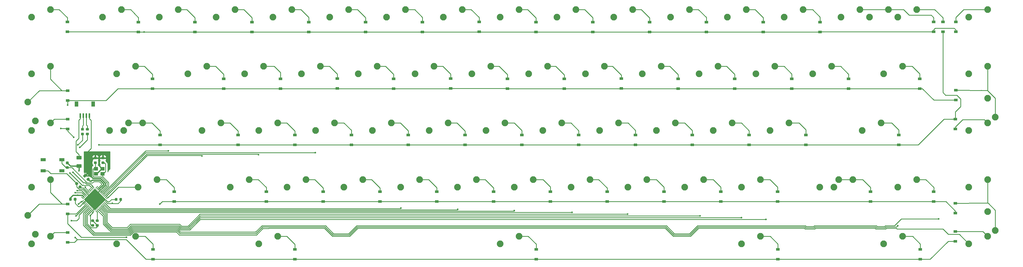
<source format=gbl>
G04 #@! TF.GenerationSoftware,KiCad,Pcbnew,(5.1.5)-3*
G04 #@! TF.CreationDate,2020-06-19T00:16:12+10:00*
G04 #@! TF.ProjectId,rei_pcb,7265695f-7063-4622-9e6b-696361645f70,rev?*
G04 #@! TF.SameCoordinates,Original*
G04 #@! TF.FileFunction,Copper,L2,Bot*
G04 #@! TF.FilePolarity,Positive*
%FSLAX46Y46*%
G04 Gerber Fmt 4.6, Leading zero omitted, Abs format (unit mm)*
G04 Created by KiCad (PCBNEW (5.1.5)-3) date 2020-06-19 00:16:12*
%MOMM*%
%LPD*%
G04 APERTURE LIST*
%ADD10C,2.250000*%
%ADD11C,0.100000*%
%ADD12R,1.200000X1.800000*%
%ADD13R,0.600000X1.550000*%
%ADD14R,1.400000X1.200000*%
%ADD15R,1.800000X1.100000*%
%ADD16R,1.200000X0.900000*%
%ADD17C,0.600000*%
%ADD18C,0.381000*%
%ADD19C,0.254000*%
G04 APERTURE END LIST*
D10*
X314483750Y-74295000D03*
X308133750Y-76835000D03*
X352742500Y-110490000D03*
X350202500Y-104140000D03*
X352742500Y-72390000D03*
X350202500Y-66040000D03*
X28257500Y-105410000D03*
X30797500Y-111760000D03*
X28257500Y-67310000D03*
X30797500Y-73660000D03*
X62071250Y-74295000D03*
X55721250Y-76835000D03*
X71596250Y-93345000D03*
X65246250Y-95885000D03*
X66833750Y-74295000D03*
X60483750Y-76835000D03*
G04 #@! TA.AperFunction,SMDPad,CuDef*
D11*
G36*
X51839691Y-108301053D02*
G01*
X51860926Y-108304203D01*
X51881750Y-108309419D01*
X51901962Y-108316651D01*
X51921368Y-108325830D01*
X51939781Y-108336866D01*
X51957024Y-108349654D01*
X51972930Y-108364070D01*
X51987346Y-108379976D01*
X52000134Y-108397219D01*
X52011170Y-108415632D01*
X52020349Y-108435038D01*
X52027581Y-108455250D01*
X52032797Y-108476074D01*
X52035947Y-108497309D01*
X52037000Y-108518750D01*
X52037000Y-108956250D01*
X52035947Y-108977691D01*
X52032797Y-108998926D01*
X52027581Y-109019750D01*
X52020349Y-109039962D01*
X52011170Y-109059368D01*
X52000134Y-109077781D01*
X51987346Y-109095024D01*
X51972930Y-109110930D01*
X51957024Y-109125346D01*
X51939781Y-109138134D01*
X51921368Y-109149170D01*
X51901962Y-109158349D01*
X51881750Y-109165581D01*
X51860926Y-109170797D01*
X51839691Y-109173947D01*
X51818250Y-109175000D01*
X51305750Y-109175000D01*
X51284309Y-109173947D01*
X51263074Y-109170797D01*
X51242250Y-109165581D01*
X51222038Y-109158349D01*
X51202632Y-109149170D01*
X51184219Y-109138134D01*
X51166976Y-109125346D01*
X51151070Y-109110930D01*
X51136654Y-109095024D01*
X51123866Y-109077781D01*
X51112830Y-109059368D01*
X51103651Y-109039962D01*
X51096419Y-109019750D01*
X51091203Y-108998926D01*
X51088053Y-108977691D01*
X51087000Y-108956250D01*
X51087000Y-108518750D01*
X51088053Y-108497309D01*
X51091203Y-108476074D01*
X51096419Y-108455250D01*
X51103651Y-108435038D01*
X51112830Y-108415632D01*
X51123866Y-108397219D01*
X51136654Y-108379976D01*
X51151070Y-108364070D01*
X51166976Y-108349654D01*
X51184219Y-108336866D01*
X51202632Y-108325830D01*
X51222038Y-108316651D01*
X51242250Y-108309419D01*
X51263074Y-108304203D01*
X51284309Y-108301053D01*
X51305750Y-108300000D01*
X51818250Y-108300000D01*
X51839691Y-108301053D01*
G37*
G04 #@! TD.AperFunction*
G04 #@! TA.AperFunction,SMDPad,CuDef*
G36*
X51839691Y-106726053D02*
G01*
X51860926Y-106729203D01*
X51881750Y-106734419D01*
X51901962Y-106741651D01*
X51921368Y-106750830D01*
X51939781Y-106761866D01*
X51957024Y-106774654D01*
X51972930Y-106789070D01*
X51987346Y-106804976D01*
X52000134Y-106822219D01*
X52011170Y-106840632D01*
X52020349Y-106860038D01*
X52027581Y-106880250D01*
X52032797Y-106901074D01*
X52035947Y-106922309D01*
X52037000Y-106943750D01*
X52037000Y-107381250D01*
X52035947Y-107402691D01*
X52032797Y-107423926D01*
X52027581Y-107444750D01*
X52020349Y-107464962D01*
X52011170Y-107484368D01*
X52000134Y-107502781D01*
X51987346Y-107520024D01*
X51972930Y-107535930D01*
X51957024Y-107550346D01*
X51939781Y-107563134D01*
X51921368Y-107574170D01*
X51901962Y-107583349D01*
X51881750Y-107590581D01*
X51860926Y-107595797D01*
X51839691Y-107598947D01*
X51818250Y-107600000D01*
X51305750Y-107600000D01*
X51284309Y-107598947D01*
X51263074Y-107595797D01*
X51242250Y-107590581D01*
X51222038Y-107583349D01*
X51202632Y-107574170D01*
X51184219Y-107563134D01*
X51166976Y-107550346D01*
X51151070Y-107535930D01*
X51136654Y-107520024D01*
X51123866Y-107502781D01*
X51112830Y-107484368D01*
X51103651Y-107464962D01*
X51096419Y-107444750D01*
X51091203Y-107423926D01*
X51088053Y-107402691D01*
X51087000Y-107381250D01*
X51087000Y-106943750D01*
X51088053Y-106922309D01*
X51091203Y-106901074D01*
X51096419Y-106880250D01*
X51103651Y-106860038D01*
X51112830Y-106840632D01*
X51123866Y-106822219D01*
X51136654Y-106804976D01*
X51151070Y-106789070D01*
X51166976Y-106774654D01*
X51184219Y-106761866D01*
X51202632Y-106750830D01*
X51222038Y-106741651D01*
X51242250Y-106734419D01*
X51263074Y-106729203D01*
X51284309Y-106726053D01*
X51305750Y-106725000D01*
X51818250Y-106725000D01*
X51839691Y-106726053D01*
G37*
G04 #@! TD.AperFunction*
G04 #@! TA.AperFunction,SMDPad,CuDef*
G36*
X41806691Y-87295053D02*
G01*
X41827926Y-87298203D01*
X41848750Y-87303419D01*
X41868962Y-87310651D01*
X41888368Y-87319830D01*
X41906781Y-87330866D01*
X41924024Y-87343654D01*
X41939930Y-87358070D01*
X41954346Y-87373976D01*
X41967134Y-87391219D01*
X41978170Y-87409632D01*
X41987349Y-87429038D01*
X41994581Y-87449250D01*
X41999797Y-87470074D01*
X42002947Y-87491309D01*
X42004000Y-87512750D01*
X42004000Y-87950250D01*
X42002947Y-87971691D01*
X41999797Y-87992926D01*
X41994581Y-88013750D01*
X41987349Y-88033962D01*
X41978170Y-88053368D01*
X41967134Y-88071781D01*
X41954346Y-88089024D01*
X41939930Y-88104930D01*
X41924024Y-88119346D01*
X41906781Y-88132134D01*
X41888368Y-88143170D01*
X41868962Y-88152349D01*
X41848750Y-88159581D01*
X41827926Y-88164797D01*
X41806691Y-88167947D01*
X41785250Y-88169000D01*
X41272750Y-88169000D01*
X41251309Y-88167947D01*
X41230074Y-88164797D01*
X41209250Y-88159581D01*
X41189038Y-88152349D01*
X41169632Y-88143170D01*
X41151219Y-88132134D01*
X41133976Y-88119346D01*
X41118070Y-88104930D01*
X41103654Y-88089024D01*
X41090866Y-88071781D01*
X41079830Y-88053368D01*
X41070651Y-88033962D01*
X41063419Y-88013750D01*
X41058203Y-87992926D01*
X41055053Y-87971691D01*
X41054000Y-87950250D01*
X41054000Y-87512750D01*
X41055053Y-87491309D01*
X41058203Y-87470074D01*
X41063419Y-87449250D01*
X41070651Y-87429038D01*
X41079830Y-87409632D01*
X41090866Y-87391219D01*
X41103654Y-87373976D01*
X41118070Y-87358070D01*
X41133976Y-87343654D01*
X41151219Y-87330866D01*
X41169632Y-87319830D01*
X41189038Y-87310651D01*
X41209250Y-87303419D01*
X41230074Y-87298203D01*
X41251309Y-87295053D01*
X41272750Y-87294000D01*
X41785250Y-87294000D01*
X41806691Y-87295053D01*
G37*
G04 #@! TD.AperFunction*
G04 #@! TA.AperFunction,SMDPad,CuDef*
G36*
X41806691Y-88870053D02*
G01*
X41827926Y-88873203D01*
X41848750Y-88878419D01*
X41868962Y-88885651D01*
X41888368Y-88894830D01*
X41906781Y-88905866D01*
X41924024Y-88918654D01*
X41939930Y-88933070D01*
X41954346Y-88948976D01*
X41967134Y-88966219D01*
X41978170Y-88984632D01*
X41987349Y-89004038D01*
X41994581Y-89024250D01*
X41999797Y-89045074D01*
X42002947Y-89066309D01*
X42004000Y-89087750D01*
X42004000Y-89525250D01*
X42002947Y-89546691D01*
X41999797Y-89567926D01*
X41994581Y-89588750D01*
X41987349Y-89608962D01*
X41978170Y-89628368D01*
X41967134Y-89646781D01*
X41954346Y-89664024D01*
X41939930Y-89679930D01*
X41924024Y-89694346D01*
X41906781Y-89707134D01*
X41888368Y-89718170D01*
X41868962Y-89727349D01*
X41848750Y-89734581D01*
X41827926Y-89739797D01*
X41806691Y-89742947D01*
X41785250Y-89744000D01*
X41272750Y-89744000D01*
X41251309Y-89742947D01*
X41230074Y-89739797D01*
X41209250Y-89734581D01*
X41189038Y-89727349D01*
X41169632Y-89718170D01*
X41151219Y-89707134D01*
X41133976Y-89694346D01*
X41118070Y-89679930D01*
X41103654Y-89664024D01*
X41090866Y-89646781D01*
X41079830Y-89628368D01*
X41070651Y-89608962D01*
X41063419Y-89588750D01*
X41058203Y-89567926D01*
X41055053Y-89546691D01*
X41054000Y-89525250D01*
X41054000Y-89087750D01*
X41055053Y-89066309D01*
X41058203Y-89045074D01*
X41063419Y-89024250D01*
X41070651Y-89004038D01*
X41079830Y-88984632D01*
X41090866Y-88966219D01*
X41103654Y-88948976D01*
X41118070Y-88933070D01*
X41133976Y-88918654D01*
X41151219Y-88905866D01*
X41169632Y-88894830D01*
X41189038Y-88885651D01*
X41209250Y-88878419D01*
X41230074Y-88873203D01*
X41251309Y-88870053D01*
X41272750Y-88869000D01*
X41785250Y-88869000D01*
X41806691Y-88870053D01*
G37*
G04 #@! TD.AperFunction*
G04 #@! TA.AperFunction,SMDPad,CuDef*
G36*
X48537691Y-75992053D02*
G01*
X48558926Y-75995203D01*
X48579750Y-76000419D01*
X48599962Y-76007651D01*
X48619368Y-76016830D01*
X48637781Y-76027866D01*
X48655024Y-76040654D01*
X48670930Y-76055070D01*
X48685346Y-76070976D01*
X48698134Y-76088219D01*
X48709170Y-76106632D01*
X48718349Y-76126038D01*
X48725581Y-76146250D01*
X48730797Y-76167074D01*
X48733947Y-76188309D01*
X48735000Y-76209750D01*
X48735000Y-76647250D01*
X48733947Y-76668691D01*
X48730797Y-76689926D01*
X48725581Y-76710750D01*
X48718349Y-76730962D01*
X48709170Y-76750368D01*
X48698134Y-76768781D01*
X48685346Y-76786024D01*
X48670930Y-76801930D01*
X48655024Y-76816346D01*
X48637781Y-76829134D01*
X48619368Y-76840170D01*
X48599962Y-76849349D01*
X48579750Y-76856581D01*
X48558926Y-76861797D01*
X48537691Y-76864947D01*
X48516250Y-76866000D01*
X48003750Y-76866000D01*
X47982309Y-76864947D01*
X47961074Y-76861797D01*
X47940250Y-76856581D01*
X47920038Y-76849349D01*
X47900632Y-76840170D01*
X47882219Y-76829134D01*
X47864976Y-76816346D01*
X47849070Y-76801930D01*
X47834654Y-76786024D01*
X47821866Y-76768781D01*
X47810830Y-76750368D01*
X47801651Y-76730962D01*
X47794419Y-76710750D01*
X47789203Y-76689926D01*
X47786053Y-76668691D01*
X47785000Y-76647250D01*
X47785000Y-76209750D01*
X47786053Y-76188309D01*
X47789203Y-76167074D01*
X47794419Y-76146250D01*
X47801651Y-76126038D01*
X47810830Y-76106632D01*
X47821866Y-76088219D01*
X47834654Y-76070976D01*
X47849070Y-76055070D01*
X47864976Y-76040654D01*
X47882219Y-76027866D01*
X47900632Y-76016830D01*
X47920038Y-76007651D01*
X47940250Y-76000419D01*
X47961074Y-75995203D01*
X47982309Y-75992053D01*
X48003750Y-75991000D01*
X48516250Y-75991000D01*
X48537691Y-75992053D01*
G37*
G04 #@! TD.AperFunction*
G04 #@! TA.AperFunction,SMDPad,CuDef*
G36*
X48537691Y-77567053D02*
G01*
X48558926Y-77570203D01*
X48579750Y-77575419D01*
X48599962Y-77582651D01*
X48619368Y-77591830D01*
X48637781Y-77602866D01*
X48655024Y-77615654D01*
X48670930Y-77630070D01*
X48685346Y-77645976D01*
X48698134Y-77663219D01*
X48709170Y-77681632D01*
X48718349Y-77701038D01*
X48725581Y-77721250D01*
X48730797Y-77742074D01*
X48733947Y-77763309D01*
X48735000Y-77784750D01*
X48735000Y-78222250D01*
X48733947Y-78243691D01*
X48730797Y-78264926D01*
X48725581Y-78285750D01*
X48718349Y-78305962D01*
X48709170Y-78325368D01*
X48698134Y-78343781D01*
X48685346Y-78361024D01*
X48670930Y-78376930D01*
X48655024Y-78391346D01*
X48637781Y-78404134D01*
X48619368Y-78415170D01*
X48599962Y-78424349D01*
X48579750Y-78431581D01*
X48558926Y-78436797D01*
X48537691Y-78439947D01*
X48516250Y-78441000D01*
X48003750Y-78441000D01*
X47982309Y-78439947D01*
X47961074Y-78436797D01*
X47940250Y-78431581D01*
X47920038Y-78424349D01*
X47900632Y-78415170D01*
X47882219Y-78404134D01*
X47864976Y-78391346D01*
X47849070Y-78376930D01*
X47834654Y-78361024D01*
X47821866Y-78343781D01*
X47810830Y-78325368D01*
X47801651Y-78305962D01*
X47794419Y-78285750D01*
X47789203Y-78264926D01*
X47786053Y-78243691D01*
X47785000Y-78222250D01*
X47785000Y-77784750D01*
X47786053Y-77763309D01*
X47789203Y-77742074D01*
X47794419Y-77721250D01*
X47801651Y-77701038D01*
X47810830Y-77681632D01*
X47821866Y-77663219D01*
X47834654Y-77645976D01*
X47849070Y-77630070D01*
X47864976Y-77615654D01*
X47882219Y-77602866D01*
X47900632Y-77591830D01*
X47920038Y-77582651D01*
X47940250Y-77575419D01*
X47961074Y-77570203D01*
X47982309Y-77567053D01*
X48003750Y-77566000D01*
X48516250Y-77566000D01*
X48537691Y-77567053D01*
G37*
G04 #@! TD.AperFunction*
G04 #@! TA.AperFunction,SMDPad,CuDef*
G36*
X46886691Y-75992053D02*
G01*
X46907926Y-75995203D01*
X46928750Y-76000419D01*
X46948962Y-76007651D01*
X46968368Y-76016830D01*
X46986781Y-76027866D01*
X47004024Y-76040654D01*
X47019930Y-76055070D01*
X47034346Y-76070976D01*
X47047134Y-76088219D01*
X47058170Y-76106632D01*
X47067349Y-76126038D01*
X47074581Y-76146250D01*
X47079797Y-76167074D01*
X47082947Y-76188309D01*
X47084000Y-76209750D01*
X47084000Y-76647250D01*
X47082947Y-76668691D01*
X47079797Y-76689926D01*
X47074581Y-76710750D01*
X47067349Y-76730962D01*
X47058170Y-76750368D01*
X47047134Y-76768781D01*
X47034346Y-76786024D01*
X47019930Y-76801930D01*
X47004024Y-76816346D01*
X46986781Y-76829134D01*
X46968368Y-76840170D01*
X46948962Y-76849349D01*
X46928750Y-76856581D01*
X46907926Y-76861797D01*
X46886691Y-76864947D01*
X46865250Y-76866000D01*
X46352750Y-76866000D01*
X46331309Y-76864947D01*
X46310074Y-76861797D01*
X46289250Y-76856581D01*
X46269038Y-76849349D01*
X46249632Y-76840170D01*
X46231219Y-76829134D01*
X46213976Y-76816346D01*
X46198070Y-76801930D01*
X46183654Y-76786024D01*
X46170866Y-76768781D01*
X46159830Y-76750368D01*
X46150651Y-76730962D01*
X46143419Y-76710750D01*
X46138203Y-76689926D01*
X46135053Y-76668691D01*
X46134000Y-76647250D01*
X46134000Y-76209750D01*
X46135053Y-76188309D01*
X46138203Y-76167074D01*
X46143419Y-76146250D01*
X46150651Y-76126038D01*
X46159830Y-76106632D01*
X46170866Y-76088219D01*
X46183654Y-76070976D01*
X46198070Y-76055070D01*
X46213976Y-76040654D01*
X46231219Y-76027866D01*
X46249632Y-76016830D01*
X46269038Y-76007651D01*
X46289250Y-76000419D01*
X46310074Y-75995203D01*
X46331309Y-75992053D01*
X46352750Y-75991000D01*
X46865250Y-75991000D01*
X46886691Y-75992053D01*
G37*
G04 #@! TD.AperFunction*
G04 #@! TA.AperFunction,SMDPad,CuDef*
G36*
X46886691Y-77567053D02*
G01*
X46907926Y-77570203D01*
X46928750Y-77575419D01*
X46948962Y-77582651D01*
X46968368Y-77591830D01*
X46986781Y-77602866D01*
X47004024Y-77615654D01*
X47019930Y-77630070D01*
X47034346Y-77645976D01*
X47047134Y-77663219D01*
X47058170Y-77681632D01*
X47067349Y-77701038D01*
X47074581Y-77721250D01*
X47079797Y-77742074D01*
X47082947Y-77763309D01*
X47084000Y-77784750D01*
X47084000Y-78222250D01*
X47082947Y-78243691D01*
X47079797Y-78264926D01*
X47074581Y-78285750D01*
X47067349Y-78305962D01*
X47058170Y-78325368D01*
X47047134Y-78343781D01*
X47034346Y-78361024D01*
X47019930Y-78376930D01*
X47004024Y-78391346D01*
X46986781Y-78404134D01*
X46968368Y-78415170D01*
X46948962Y-78424349D01*
X46928750Y-78431581D01*
X46907926Y-78436797D01*
X46886691Y-78439947D01*
X46865250Y-78441000D01*
X46352750Y-78441000D01*
X46331309Y-78439947D01*
X46310074Y-78436797D01*
X46289250Y-78431581D01*
X46269038Y-78424349D01*
X46249632Y-78415170D01*
X46231219Y-78404134D01*
X46213976Y-78391346D01*
X46198070Y-78376930D01*
X46183654Y-78361024D01*
X46170866Y-78343781D01*
X46159830Y-78325368D01*
X46150651Y-78305962D01*
X46143419Y-78285750D01*
X46138203Y-78264926D01*
X46135053Y-78243691D01*
X46134000Y-78222250D01*
X46134000Y-77784750D01*
X46135053Y-77763309D01*
X46138203Y-77742074D01*
X46143419Y-77721250D01*
X46150651Y-77701038D01*
X46159830Y-77681632D01*
X46170866Y-77663219D01*
X46183654Y-77645976D01*
X46198070Y-77630070D01*
X46213976Y-77615654D01*
X46231219Y-77602866D01*
X46249632Y-77591830D01*
X46269038Y-77582651D01*
X46289250Y-77575419D01*
X46310074Y-77570203D01*
X46331309Y-77567053D01*
X46352750Y-77566000D01*
X46865250Y-77566000D01*
X46886691Y-77567053D01*
G37*
G04 #@! TD.AperFunction*
G04 #@! TA.AperFunction,SMDPad,CuDef*
G36*
X44398191Y-99475053D02*
G01*
X44419426Y-99478203D01*
X44440250Y-99483419D01*
X44460462Y-99490651D01*
X44479868Y-99499830D01*
X44498281Y-99510866D01*
X44515524Y-99523654D01*
X44531430Y-99538070D01*
X44545846Y-99553976D01*
X44558634Y-99571219D01*
X44569670Y-99589632D01*
X44578849Y-99609038D01*
X44586081Y-99629250D01*
X44591297Y-99650074D01*
X44594447Y-99671309D01*
X44595500Y-99692750D01*
X44595500Y-100205250D01*
X44594447Y-100226691D01*
X44591297Y-100247926D01*
X44586081Y-100268750D01*
X44578849Y-100288962D01*
X44569670Y-100308368D01*
X44558634Y-100326781D01*
X44545846Y-100344024D01*
X44531430Y-100359930D01*
X44515524Y-100374346D01*
X44498281Y-100387134D01*
X44479868Y-100398170D01*
X44460462Y-100407349D01*
X44440250Y-100414581D01*
X44419426Y-100419797D01*
X44398191Y-100422947D01*
X44376750Y-100424000D01*
X43939250Y-100424000D01*
X43917809Y-100422947D01*
X43896574Y-100419797D01*
X43875750Y-100414581D01*
X43855538Y-100407349D01*
X43836132Y-100398170D01*
X43817719Y-100387134D01*
X43800476Y-100374346D01*
X43784570Y-100359930D01*
X43770154Y-100344024D01*
X43757366Y-100326781D01*
X43746330Y-100308368D01*
X43737151Y-100288962D01*
X43729919Y-100268750D01*
X43724703Y-100247926D01*
X43721553Y-100226691D01*
X43720500Y-100205250D01*
X43720500Y-99692750D01*
X43721553Y-99671309D01*
X43724703Y-99650074D01*
X43729919Y-99629250D01*
X43737151Y-99609038D01*
X43746330Y-99589632D01*
X43757366Y-99571219D01*
X43770154Y-99553976D01*
X43784570Y-99538070D01*
X43800476Y-99523654D01*
X43817719Y-99510866D01*
X43836132Y-99499830D01*
X43855538Y-99490651D01*
X43875750Y-99483419D01*
X43896574Y-99478203D01*
X43917809Y-99475053D01*
X43939250Y-99474000D01*
X44376750Y-99474000D01*
X44398191Y-99475053D01*
G37*
G04 #@! TD.AperFunction*
G04 #@! TA.AperFunction,SMDPad,CuDef*
G36*
X42823191Y-99475053D02*
G01*
X42844426Y-99478203D01*
X42865250Y-99483419D01*
X42885462Y-99490651D01*
X42904868Y-99499830D01*
X42923281Y-99510866D01*
X42940524Y-99523654D01*
X42956430Y-99538070D01*
X42970846Y-99553976D01*
X42983634Y-99571219D01*
X42994670Y-99589632D01*
X43003849Y-99609038D01*
X43011081Y-99629250D01*
X43016297Y-99650074D01*
X43019447Y-99671309D01*
X43020500Y-99692750D01*
X43020500Y-100205250D01*
X43019447Y-100226691D01*
X43016297Y-100247926D01*
X43011081Y-100268750D01*
X43003849Y-100288962D01*
X42994670Y-100308368D01*
X42983634Y-100326781D01*
X42970846Y-100344024D01*
X42956430Y-100359930D01*
X42940524Y-100374346D01*
X42923281Y-100387134D01*
X42904868Y-100398170D01*
X42885462Y-100407349D01*
X42865250Y-100414581D01*
X42844426Y-100419797D01*
X42823191Y-100422947D01*
X42801750Y-100424000D01*
X42364250Y-100424000D01*
X42342809Y-100422947D01*
X42321574Y-100419797D01*
X42300750Y-100414581D01*
X42280538Y-100407349D01*
X42261132Y-100398170D01*
X42242719Y-100387134D01*
X42225476Y-100374346D01*
X42209570Y-100359930D01*
X42195154Y-100344024D01*
X42182366Y-100326781D01*
X42171330Y-100308368D01*
X42162151Y-100288962D01*
X42154919Y-100268750D01*
X42149703Y-100247926D01*
X42146553Y-100226691D01*
X42145500Y-100205250D01*
X42145500Y-99692750D01*
X42146553Y-99671309D01*
X42149703Y-99650074D01*
X42154919Y-99629250D01*
X42162151Y-99609038D01*
X42171330Y-99589632D01*
X42182366Y-99571219D01*
X42195154Y-99553976D01*
X42209570Y-99538070D01*
X42225476Y-99523654D01*
X42242719Y-99510866D01*
X42261132Y-99499830D01*
X42280538Y-99490651D01*
X42300750Y-99483419D01*
X42321574Y-99478203D01*
X42342809Y-99475053D01*
X42364250Y-99474000D01*
X42801750Y-99474000D01*
X42823191Y-99475053D01*
G37*
G04 #@! TD.AperFunction*
G04 #@! TA.AperFunction,SMDPad,CuDef*
G36*
X51204691Y-87219053D02*
G01*
X51225926Y-87222203D01*
X51246750Y-87227419D01*
X51266962Y-87234651D01*
X51286368Y-87243830D01*
X51304781Y-87254866D01*
X51322024Y-87267654D01*
X51337930Y-87282070D01*
X51352346Y-87297976D01*
X51365134Y-87315219D01*
X51376170Y-87333632D01*
X51385349Y-87353038D01*
X51392581Y-87373250D01*
X51397797Y-87394074D01*
X51400947Y-87415309D01*
X51402000Y-87436750D01*
X51402000Y-87874250D01*
X51400947Y-87895691D01*
X51397797Y-87916926D01*
X51392581Y-87937750D01*
X51385349Y-87957962D01*
X51376170Y-87977368D01*
X51365134Y-87995781D01*
X51352346Y-88013024D01*
X51337930Y-88028930D01*
X51322024Y-88043346D01*
X51304781Y-88056134D01*
X51286368Y-88067170D01*
X51266962Y-88076349D01*
X51246750Y-88083581D01*
X51225926Y-88088797D01*
X51204691Y-88091947D01*
X51183250Y-88093000D01*
X50670750Y-88093000D01*
X50649309Y-88091947D01*
X50628074Y-88088797D01*
X50607250Y-88083581D01*
X50587038Y-88076349D01*
X50567632Y-88067170D01*
X50549219Y-88056134D01*
X50531976Y-88043346D01*
X50516070Y-88028930D01*
X50501654Y-88013024D01*
X50488866Y-87995781D01*
X50477830Y-87977368D01*
X50468651Y-87957962D01*
X50461419Y-87937750D01*
X50456203Y-87916926D01*
X50453053Y-87895691D01*
X50452000Y-87874250D01*
X50452000Y-87436750D01*
X50453053Y-87415309D01*
X50456203Y-87394074D01*
X50461419Y-87373250D01*
X50468651Y-87353038D01*
X50477830Y-87333632D01*
X50488866Y-87315219D01*
X50501654Y-87297976D01*
X50516070Y-87282070D01*
X50531976Y-87267654D01*
X50549219Y-87254866D01*
X50567632Y-87243830D01*
X50587038Y-87234651D01*
X50607250Y-87227419D01*
X50628074Y-87222203D01*
X50649309Y-87219053D01*
X50670750Y-87218000D01*
X51183250Y-87218000D01*
X51204691Y-87219053D01*
G37*
G04 #@! TD.AperFunction*
G04 #@! TA.AperFunction,SMDPad,CuDef*
G36*
X51204691Y-85644053D02*
G01*
X51225926Y-85647203D01*
X51246750Y-85652419D01*
X51266962Y-85659651D01*
X51286368Y-85668830D01*
X51304781Y-85679866D01*
X51322024Y-85692654D01*
X51337930Y-85707070D01*
X51352346Y-85722976D01*
X51365134Y-85740219D01*
X51376170Y-85758632D01*
X51385349Y-85778038D01*
X51392581Y-85798250D01*
X51397797Y-85819074D01*
X51400947Y-85840309D01*
X51402000Y-85861750D01*
X51402000Y-86299250D01*
X51400947Y-86320691D01*
X51397797Y-86341926D01*
X51392581Y-86362750D01*
X51385349Y-86382962D01*
X51376170Y-86402368D01*
X51365134Y-86420781D01*
X51352346Y-86438024D01*
X51337930Y-86453930D01*
X51322024Y-86468346D01*
X51304781Y-86481134D01*
X51286368Y-86492170D01*
X51266962Y-86501349D01*
X51246750Y-86508581D01*
X51225926Y-86513797D01*
X51204691Y-86516947D01*
X51183250Y-86518000D01*
X50670750Y-86518000D01*
X50649309Y-86516947D01*
X50628074Y-86513797D01*
X50607250Y-86508581D01*
X50587038Y-86501349D01*
X50567632Y-86492170D01*
X50549219Y-86481134D01*
X50531976Y-86468346D01*
X50516070Y-86453930D01*
X50501654Y-86438024D01*
X50488866Y-86420781D01*
X50477830Y-86402368D01*
X50468651Y-86382962D01*
X50461419Y-86362750D01*
X50456203Y-86341926D01*
X50453053Y-86320691D01*
X50452000Y-86299250D01*
X50452000Y-85861750D01*
X50453053Y-85840309D01*
X50456203Y-85819074D01*
X50461419Y-85798250D01*
X50468651Y-85778038D01*
X50477830Y-85758632D01*
X50488866Y-85740219D01*
X50501654Y-85722976D01*
X50516070Y-85707070D01*
X50531976Y-85692654D01*
X50549219Y-85679866D01*
X50567632Y-85668830D01*
X50587038Y-85659651D01*
X50607250Y-85652419D01*
X50628074Y-85647203D01*
X50649309Y-85644053D01*
X50670750Y-85643000D01*
X51183250Y-85643000D01*
X51204691Y-85644053D01*
G37*
G04 #@! TD.AperFunction*
G04 #@! TA.AperFunction,SMDPad,CuDef*
G36*
X53744691Y-87219053D02*
G01*
X53765926Y-87222203D01*
X53786750Y-87227419D01*
X53806962Y-87234651D01*
X53826368Y-87243830D01*
X53844781Y-87254866D01*
X53862024Y-87267654D01*
X53877930Y-87282070D01*
X53892346Y-87297976D01*
X53905134Y-87315219D01*
X53916170Y-87333632D01*
X53925349Y-87353038D01*
X53932581Y-87373250D01*
X53937797Y-87394074D01*
X53940947Y-87415309D01*
X53942000Y-87436750D01*
X53942000Y-87874250D01*
X53940947Y-87895691D01*
X53937797Y-87916926D01*
X53932581Y-87937750D01*
X53925349Y-87957962D01*
X53916170Y-87977368D01*
X53905134Y-87995781D01*
X53892346Y-88013024D01*
X53877930Y-88028930D01*
X53862024Y-88043346D01*
X53844781Y-88056134D01*
X53826368Y-88067170D01*
X53806962Y-88076349D01*
X53786750Y-88083581D01*
X53765926Y-88088797D01*
X53744691Y-88091947D01*
X53723250Y-88093000D01*
X53210750Y-88093000D01*
X53189309Y-88091947D01*
X53168074Y-88088797D01*
X53147250Y-88083581D01*
X53127038Y-88076349D01*
X53107632Y-88067170D01*
X53089219Y-88056134D01*
X53071976Y-88043346D01*
X53056070Y-88028930D01*
X53041654Y-88013024D01*
X53028866Y-87995781D01*
X53017830Y-87977368D01*
X53008651Y-87957962D01*
X53001419Y-87937750D01*
X52996203Y-87916926D01*
X52993053Y-87895691D01*
X52992000Y-87874250D01*
X52992000Y-87436750D01*
X52993053Y-87415309D01*
X52996203Y-87394074D01*
X53001419Y-87373250D01*
X53008651Y-87353038D01*
X53017830Y-87333632D01*
X53028866Y-87315219D01*
X53041654Y-87297976D01*
X53056070Y-87282070D01*
X53071976Y-87267654D01*
X53089219Y-87254866D01*
X53107632Y-87243830D01*
X53127038Y-87234651D01*
X53147250Y-87227419D01*
X53168074Y-87222203D01*
X53189309Y-87219053D01*
X53210750Y-87218000D01*
X53723250Y-87218000D01*
X53744691Y-87219053D01*
G37*
G04 #@! TD.AperFunction*
G04 #@! TA.AperFunction,SMDPad,CuDef*
G36*
X53744691Y-85644053D02*
G01*
X53765926Y-85647203D01*
X53786750Y-85652419D01*
X53806962Y-85659651D01*
X53826368Y-85668830D01*
X53844781Y-85679866D01*
X53862024Y-85692654D01*
X53877930Y-85707070D01*
X53892346Y-85722976D01*
X53905134Y-85740219D01*
X53916170Y-85758632D01*
X53925349Y-85778038D01*
X53932581Y-85798250D01*
X53937797Y-85819074D01*
X53940947Y-85840309D01*
X53942000Y-85861750D01*
X53942000Y-86299250D01*
X53940947Y-86320691D01*
X53937797Y-86341926D01*
X53932581Y-86362750D01*
X53925349Y-86382962D01*
X53916170Y-86402368D01*
X53905134Y-86420781D01*
X53892346Y-86438024D01*
X53877930Y-86453930D01*
X53862024Y-86468346D01*
X53844781Y-86481134D01*
X53826368Y-86492170D01*
X53806962Y-86501349D01*
X53786750Y-86508581D01*
X53765926Y-86513797D01*
X53744691Y-86516947D01*
X53723250Y-86518000D01*
X53210750Y-86518000D01*
X53189309Y-86516947D01*
X53168074Y-86513797D01*
X53147250Y-86508581D01*
X53127038Y-86501349D01*
X53107632Y-86492170D01*
X53089219Y-86481134D01*
X53071976Y-86468346D01*
X53056070Y-86453930D01*
X53041654Y-86438024D01*
X53028866Y-86420781D01*
X53017830Y-86402368D01*
X53008651Y-86382962D01*
X53001419Y-86362750D01*
X52996203Y-86341926D01*
X52993053Y-86320691D01*
X52992000Y-86299250D01*
X52992000Y-85861750D01*
X52993053Y-85840309D01*
X52996203Y-85819074D01*
X53001419Y-85798250D01*
X53008651Y-85778038D01*
X53017830Y-85758632D01*
X53028866Y-85740219D01*
X53041654Y-85722976D01*
X53056070Y-85707070D01*
X53071976Y-85692654D01*
X53089219Y-85679866D01*
X53107632Y-85668830D01*
X53127038Y-85659651D01*
X53147250Y-85652419D01*
X53168074Y-85647203D01*
X53189309Y-85644053D01*
X53210750Y-85643000D01*
X53723250Y-85643000D01*
X53744691Y-85644053D01*
G37*
G04 #@! TD.AperFunction*
G04 #@! TA.AperFunction,SMDPad,CuDef*
G36*
X45848555Y-95253274D02*
G01*
X45869790Y-95256424D01*
X45890614Y-95261640D01*
X45910826Y-95268872D01*
X45930232Y-95278051D01*
X45948645Y-95289087D01*
X45965888Y-95301875D01*
X45981794Y-95316291D01*
X46291153Y-95625650D01*
X46305569Y-95641556D01*
X46318357Y-95658799D01*
X46329393Y-95677212D01*
X46338572Y-95696618D01*
X46345804Y-95716830D01*
X46351020Y-95737654D01*
X46354170Y-95758889D01*
X46355223Y-95780330D01*
X46354170Y-95801771D01*
X46351020Y-95823006D01*
X46345804Y-95843830D01*
X46338572Y-95864042D01*
X46329393Y-95883448D01*
X46318357Y-95901861D01*
X46305569Y-95919104D01*
X46291153Y-95935010D01*
X45928760Y-96297403D01*
X45912854Y-96311819D01*
X45895611Y-96324607D01*
X45877198Y-96335643D01*
X45857792Y-96344822D01*
X45837580Y-96352054D01*
X45816756Y-96357270D01*
X45795521Y-96360420D01*
X45774080Y-96361473D01*
X45752639Y-96360420D01*
X45731404Y-96357270D01*
X45710580Y-96352054D01*
X45690368Y-96344822D01*
X45670962Y-96335643D01*
X45652549Y-96324607D01*
X45635306Y-96311819D01*
X45619400Y-96297403D01*
X45310041Y-95988044D01*
X45295625Y-95972138D01*
X45282837Y-95954895D01*
X45271801Y-95936482D01*
X45262622Y-95917076D01*
X45255390Y-95896864D01*
X45250174Y-95876040D01*
X45247024Y-95854805D01*
X45245971Y-95833364D01*
X45247024Y-95811923D01*
X45250174Y-95790688D01*
X45255390Y-95769864D01*
X45262622Y-95749652D01*
X45271801Y-95730246D01*
X45282837Y-95711833D01*
X45295625Y-95694590D01*
X45310041Y-95678684D01*
X45672434Y-95316291D01*
X45688340Y-95301875D01*
X45705583Y-95289087D01*
X45723996Y-95278051D01*
X45743402Y-95268872D01*
X45763614Y-95261640D01*
X45784438Y-95256424D01*
X45805673Y-95253274D01*
X45827114Y-95252221D01*
X45848555Y-95253274D01*
G37*
G04 #@! TD.AperFunction*
G04 #@! TA.AperFunction,SMDPad,CuDef*
G36*
X44734861Y-94139580D02*
G01*
X44756096Y-94142730D01*
X44776920Y-94147946D01*
X44797132Y-94155178D01*
X44816538Y-94164357D01*
X44834951Y-94175393D01*
X44852194Y-94188181D01*
X44868100Y-94202597D01*
X45177459Y-94511956D01*
X45191875Y-94527862D01*
X45204663Y-94545105D01*
X45215699Y-94563518D01*
X45224878Y-94582924D01*
X45232110Y-94603136D01*
X45237326Y-94623960D01*
X45240476Y-94645195D01*
X45241529Y-94666636D01*
X45240476Y-94688077D01*
X45237326Y-94709312D01*
X45232110Y-94730136D01*
X45224878Y-94750348D01*
X45215699Y-94769754D01*
X45204663Y-94788167D01*
X45191875Y-94805410D01*
X45177459Y-94821316D01*
X44815066Y-95183709D01*
X44799160Y-95198125D01*
X44781917Y-95210913D01*
X44763504Y-95221949D01*
X44744098Y-95231128D01*
X44723886Y-95238360D01*
X44703062Y-95243576D01*
X44681827Y-95246726D01*
X44660386Y-95247779D01*
X44638945Y-95246726D01*
X44617710Y-95243576D01*
X44596886Y-95238360D01*
X44576674Y-95231128D01*
X44557268Y-95221949D01*
X44538855Y-95210913D01*
X44521612Y-95198125D01*
X44505706Y-95183709D01*
X44196347Y-94874350D01*
X44181931Y-94858444D01*
X44169143Y-94841201D01*
X44158107Y-94822788D01*
X44148928Y-94803382D01*
X44141696Y-94783170D01*
X44136480Y-94762346D01*
X44133330Y-94741111D01*
X44132277Y-94719670D01*
X44133330Y-94698229D01*
X44136480Y-94676994D01*
X44141696Y-94656170D01*
X44148928Y-94635958D01*
X44158107Y-94616552D01*
X44169143Y-94598139D01*
X44181931Y-94580896D01*
X44196347Y-94564990D01*
X44558740Y-94202597D01*
X44574646Y-94188181D01*
X44591889Y-94175393D01*
X44610302Y-94164357D01*
X44629708Y-94155178D01*
X44649920Y-94147946D01*
X44670744Y-94142730D01*
X44691979Y-94139580D01*
X44713420Y-94138527D01*
X44734861Y-94139580D01*
G37*
G04 #@! TD.AperFunction*
G04 #@! TA.AperFunction,SMDPad,CuDef*
G36*
X50315691Y-106726053D02*
G01*
X50336926Y-106729203D01*
X50357750Y-106734419D01*
X50377962Y-106741651D01*
X50397368Y-106750830D01*
X50415781Y-106761866D01*
X50433024Y-106774654D01*
X50448930Y-106789070D01*
X50463346Y-106804976D01*
X50476134Y-106822219D01*
X50487170Y-106840632D01*
X50496349Y-106860038D01*
X50503581Y-106880250D01*
X50508797Y-106901074D01*
X50511947Y-106922309D01*
X50513000Y-106943750D01*
X50513000Y-107381250D01*
X50511947Y-107402691D01*
X50508797Y-107423926D01*
X50503581Y-107444750D01*
X50496349Y-107464962D01*
X50487170Y-107484368D01*
X50476134Y-107502781D01*
X50463346Y-107520024D01*
X50448930Y-107535930D01*
X50433024Y-107550346D01*
X50415781Y-107563134D01*
X50397368Y-107574170D01*
X50377962Y-107583349D01*
X50357750Y-107590581D01*
X50336926Y-107595797D01*
X50315691Y-107598947D01*
X50294250Y-107600000D01*
X49781750Y-107600000D01*
X49760309Y-107598947D01*
X49739074Y-107595797D01*
X49718250Y-107590581D01*
X49698038Y-107583349D01*
X49678632Y-107574170D01*
X49660219Y-107563134D01*
X49642976Y-107550346D01*
X49627070Y-107535930D01*
X49612654Y-107520024D01*
X49599866Y-107502781D01*
X49588830Y-107484368D01*
X49579651Y-107464962D01*
X49572419Y-107444750D01*
X49567203Y-107423926D01*
X49564053Y-107402691D01*
X49563000Y-107381250D01*
X49563000Y-106943750D01*
X49564053Y-106922309D01*
X49567203Y-106901074D01*
X49572419Y-106880250D01*
X49579651Y-106860038D01*
X49588830Y-106840632D01*
X49599866Y-106822219D01*
X49612654Y-106804976D01*
X49627070Y-106789070D01*
X49642976Y-106774654D01*
X49660219Y-106761866D01*
X49678632Y-106750830D01*
X49698038Y-106741651D01*
X49718250Y-106734419D01*
X49739074Y-106729203D01*
X49760309Y-106726053D01*
X49781750Y-106725000D01*
X50294250Y-106725000D01*
X50315691Y-106726053D01*
G37*
G04 #@! TD.AperFunction*
G04 #@! TA.AperFunction,SMDPad,CuDef*
G36*
X50315691Y-108301053D02*
G01*
X50336926Y-108304203D01*
X50357750Y-108309419D01*
X50377962Y-108316651D01*
X50397368Y-108325830D01*
X50415781Y-108336866D01*
X50433024Y-108349654D01*
X50448930Y-108364070D01*
X50463346Y-108379976D01*
X50476134Y-108397219D01*
X50487170Y-108415632D01*
X50496349Y-108435038D01*
X50503581Y-108455250D01*
X50508797Y-108476074D01*
X50511947Y-108497309D01*
X50513000Y-108518750D01*
X50513000Y-108956250D01*
X50511947Y-108977691D01*
X50508797Y-108998926D01*
X50503581Y-109019750D01*
X50496349Y-109039962D01*
X50487170Y-109059368D01*
X50476134Y-109077781D01*
X50463346Y-109095024D01*
X50448930Y-109110930D01*
X50433024Y-109125346D01*
X50415781Y-109138134D01*
X50397368Y-109149170D01*
X50377962Y-109158349D01*
X50357750Y-109165581D01*
X50336926Y-109170797D01*
X50315691Y-109173947D01*
X50294250Y-109175000D01*
X49781750Y-109175000D01*
X49760309Y-109173947D01*
X49739074Y-109170797D01*
X49718250Y-109165581D01*
X49698038Y-109158349D01*
X49678632Y-109149170D01*
X49660219Y-109138134D01*
X49642976Y-109125346D01*
X49627070Y-109110930D01*
X49612654Y-109095024D01*
X49599866Y-109077781D01*
X49588830Y-109059368D01*
X49579651Y-109039962D01*
X49572419Y-109019750D01*
X49567203Y-108998926D01*
X49564053Y-108977691D01*
X49563000Y-108956250D01*
X49563000Y-108518750D01*
X49564053Y-108497309D01*
X49567203Y-108476074D01*
X49572419Y-108455250D01*
X49579651Y-108435038D01*
X49588830Y-108415632D01*
X49599866Y-108397219D01*
X49612654Y-108379976D01*
X49627070Y-108364070D01*
X49642976Y-108349654D01*
X49660219Y-108336866D01*
X49678632Y-108325830D01*
X49698038Y-108316651D01*
X49718250Y-108309419D01*
X49739074Y-108304203D01*
X49760309Y-108301053D01*
X49781750Y-108300000D01*
X50294250Y-108300000D01*
X50315691Y-108301053D01*
G37*
G04 #@! TD.AperFunction*
G04 #@! TA.AperFunction,SMDPad,CuDef*
G36*
X58126691Y-99538553D02*
G01*
X58147926Y-99541703D01*
X58168750Y-99546919D01*
X58188962Y-99554151D01*
X58208368Y-99563330D01*
X58226781Y-99574366D01*
X58244024Y-99587154D01*
X58259930Y-99601570D01*
X58274346Y-99617476D01*
X58287134Y-99634719D01*
X58298170Y-99653132D01*
X58307349Y-99672538D01*
X58314581Y-99692750D01*
X58319797Y-99713574D01*
X58322947Y-99734809D01*
X58324000Y-99756250D01*
X58324000Y-100268750D01*
X58322947Y-100290191D01*
X58319797Y-100311426D01*
X58314581Y-100332250D01*
X58307349Y-100352462D01*
X58298170Y-100371868D01*
X58287134Y-100390281D01*
X58274346Y-100407524D01*
X58259930Y-100423430D01*
X58244024Y-100437846D01*
X58226781Y-100450634D01*
X58208368Y-100461670D01*
X58188962Y-100470849D01*
X58168750Y-100478081D01*
X58147926Y-100483297D01*
X58126691Y-100486447D01*
X58105250Y-100487500D01*
X57667750Y-100487500D01*
X57646309Y-100486447D01*
X57625074Y-100483297D01*
X57604250Y-100478081D01*
X57584038Y-100470849D01*
X57564632Y-100461670D01*
X57546219Y-100450634D01*
X57528976Y-100437846D01*
X57513070Y-100423430D01*
X57498654Y-100407524D01*
X57485866Y-100390281D01*
X57474830Y-100371868D01*
X57465651Y-100352462D01*
X57458419Y-100332250D01*
X57453203Y-100311426D01*
X57450053Y-100290191D01*
X57449000Y-100268750D01*
X57449000Y-99756250D01*
X57450053Y-99734809D01*
X57453203Y-99713574D01*
X57458419Y-99692750D01*
X57465651Y-99672538D01*
X57474830Y-99653132D01*
X57485866Y-99634719D01*
X57498654Y-99617476D01*
X57513070Y-99601570D01*
X57528976Y-99587154D01*
X57546219Y-99574366D01*
X57564632Y-99563330D01*
X57584038Y-99554151D01*
X57604250Y-99546919D01*
X57625074Y-99541703D01*
X57646309Y-99538553D01*
X57667750Y-99537500D01*
X58105250Y-99537500D01*
X58126691Y-99538553D01*
G37*
G04 #@! TD.AperFunction*
G04 #@! TA.AperFunction,SMDPad,CuDef*
G36*
X59701691Y-99538553D02*
G01*
X59722926Y-99541703D01*
X59743750Y-99546919D01*
X59763962Y-99554151D01*
X59783368Y-99563330D01*
X59801781Y-99574366D01*
X59819024Y-99587154D01*
X59834930Y-99601570D01*
X59849346Y-99617476D01*
X59862134Y-99634719D01*
X59873170Y-99653132D01*
X59882349Y-99672538D01*
X59889581Y-99692750D01*
X59894797Y-99713574D01*
X59897947Y-99734809D01*
X59899000Y-99756250D01*
X59899000Y-100268750D01*
X59897947Y-100290191D01*
X59894797Y-100311426D01*
X59889581Y-100332250D01*
X59882349Y-100352462D01*
X59873170Y-100371868D01*
X59862134Y-100390281D01*
X59849346Y-100407524D01*
X59834930Y-100423430D01*
X59819024Y-100437846D01*
X59801781Y-100450634D01*
X59783368Y-100461670D01*
X59763962Y-100470849D01*
X59743750Y-100478081D01*
X59722926Y-100483297D01*
X59701691Y-100486447D01*
X59680250Y-100487500D01*
X59242750Y-100487500D01*
X59221309Y-100486447D01*
X59200074Y-100483297D01*
X59179250Y-100478081D01*
X59159038Y-100470849D01*
X59139632Y-100461670D01*
X59121219Y-100450634D01*
X59103976Y-100437846D01*
X59088070Y-100423430D01*
X59073654Y-100407524D01*
X59060866Y-100390281D01*
X59049830Y-100371868D01*
X59040651Y-100352462D01*
X59033419Y-100332250D01*
X59028203Y-100311426D01*
X59025053Y-100290191D01*
X59024000Y-100268750D01*
X59024000Y-99756250D01*
X59025053Y-99734809D01*
X59028203Y-99713574D01*
X59033419Y-99692750D01*
X59040651Y-99672538D01*
X59049830Y-99653132D01*
X59060866Y-99634719D01*
X59073654Y-99617476D01*
X59088070Y-99601570D01*
X59103976Y-99587154D01*
X59121219Y-99574366D01*
X59139632Y-99563330D01*
X59159038Y-99554151D01*
X59179250Y-99546919D01*
X59200074Y-99541703D01*
X59221309Y-99538553D01*
X59242750Y-99537500D01*
X59680250Y-99537500D01*
X59701691Y-99538553D01*
G37*
G04 #@! TD.AperFunction*
G04 #@! TA.AperFunction,SMDPad,CuDef*
G36*
X47448264Y-91550733D02*
G01*
X47469499Y-91553883D01*
X47490323Y-91559099D01*
X47510535Y-91566331D01*
X47529941Y-91575510D01*
X47548354Y-91586546D01*
X47565597Y-91599334D01*
X47581503Y-91613750D01*
X47890862Y-91923109D01*
X47905278Y-91939015D01*
X47918066Y-91956258D01*
X47929102Y-91974671D01*
X47938281Y-91994077D01*
X47945513Y-92014289D01*
X47950729Y-92035113D01*
X47953879Y-92056348D01*
X47954932Y-92077789D01*
X47953879Y-92099230D01*
X47950729Y-92120465D01*
X47945513Y-92141289D01*
X47938281Y-92161501D01*
X47929102Y-92180907D01*
X47918066Y-92199320D01*
X47905278Y-92216563D01*
X47890862Y-92232469D01*
X47528469Y-92594862D01*
X47512563Y-92609278D01*
X47495320Y-92622066D01*
X47476907Y-92633102D01*
X47457501Y-92642281D01*
X47437289Y-92649513D01*
X47416465Y-92654729D01*
X47395230Y-92657879D01*
X47373789Y-92658932D01*
X47352348Y-92657879D01*
X47331113Y-92654729D01*
X47310289Y-92649513D01*
X47290077Y-92642281D01*
X47270671Y-92633102D01*
X47252258Y-92622066D01*
X47235015Y-92609278D01*
X47219109Y-92594862D01*
X46909750Y-92285503D01*
X46895334Y-92269597D01*
X46882546Y-92252354D01*
X46871510Y-92233941D01*
X46862331Y-92214535D01*
X46855099Y-92194323D01*
X46849883Y-92173499D01*
X46846733Y-92152264D01*
X46845680Y-92130823D01*
X46846733Y-92109382D01*
X46849883Y-92088147D01*
X46855099Y-92067323D01*
X46862331Y-92047111D01*
X46871510Y-92027705D01*
X46882546Y-92009292D01*
X46895334Y-91992049D01*
X46909750Y-91976143D01*
X47272143Y-91613750D01*
X47288049Y-91599334D01*
X47305292Y-91586546D01*
X47323705Y-91575510D01*
X47343111Y-91566331D01*
X47363323Y-91559099D01*
X47384147Y-91553883D01*
X47405382Y-91550733D01*
X47426823Y-91549680D01*
X47448264Y-91550733D01*
G37*
G04 #@! TD.AperFunction*
G04 #@! TA.AperFunction,SMDPad,CuDef*
G36*
X48561958Y-92664427D02*
G01*
X48583193Y-92667577D01*
X48604017Y-92672793D01*
X48624229Y-92680025D01*
X48643635Y-92689204D01*
X48662048Y-92700240D01*
X48679291Y-92713028D01*
X48695197Y-92727444D01*
X49004556Y-93036803D01*
X49018972Y-93052709D01*
X49031760Y-93069952D01*
X49042796Y-93088365D01*
X49051975Y-93107771D01*
X49059207Y-93127983D01*
X49064423Y-93148807D01*
X49067573Y-93170042D01*
X49068626Y-93191483D01*
X49067573Y-93212924D01*
X49064423Y-93234159D01*
X49059207Y-93254983D01*
X49051975Y-93275195D01*
X49042796Y-93294601D01*
X49031760Y-93313014D01*
X49018972Y-93330257D01*
X49004556Y-93346163D01*
X48642163Y-93708556D01*
X48626257Y-93722972D01*
X48609014Y-93735760D01*
X48590601Y-93746796D01*
X48571195Y-93755975D01*
X48550983Y-93763207D01*
X48530159Y-93768423D01*
X48508924Y-93771573D01*
X48487483Y-93772626D01*
X48466042Y-93771573D01*
X48444807Y-93768423D01*
X48423983Y-93763207D01*
X48403771Y-93755975D01*
X48384365Y-93746796D01*
X48365952Y-93735760D01*
X48348709Y-93722972D01*
X48332803Y-93708556D01*
X48023444Y-93399197D01*
X48009028Y-93383291D01*
X47996240Y-93366048D01*
X47985204Y-93347635D01*
X47976025Y-93328229D01*
X47968793Y-93308017D01*
X47963577Y-93287193D01*
X47960427Y-93265958D01*
X47959374Y-93244517D01*
X47960427Y-93223076D01*
X47963577Y-93201841D01*
X47968793Y-93181017D01*
X47976025Y-93160805D01*
X47985204Y-93141399D01*
X47996240Y-93122986D01*
X48009028Y-93105743D01*
X48023444Y-93089837D01*
X48385837Y-92727444D01*
X48401743Y-92713028D01*
X48418986Y-92700240D01*
X48437399Y-92689204D01*
X48456805Y-92680025D01*
X48477017Y-92672793D01*
X48497841Y-92667577D01*
X48519076Y-92664427D01*
X48540517Y-92663374D01*
X48561958Y-92664427D01*
G37*
G04 #@! TD.AperFunction*
D10*
X112077500Y-112395000D03*
X105727500Y-114935000D03*
G04 #@! TA.AperFunction,SMDPad,CuDef*
D11*
G36*
X46970072Y-100162433D02*
G01*
X46976139Y-100163333D01*
X46982089Y-100164823D01*
X46987864Y-100166890D01*
X46993408Y-100169512D01*
X46998669Y-100172665D01*
X47003596Y-100176319D01*
X47008140Y-100180438D01*
X47096528Y-100268826D01*
X47100647Y-100273370D01*
X47104301Y-100278297D01*
X47107454Y-100283558D01*
X47110076Y-100289102D01*
X47112143Y-100294877D01*
X47113633Y-100300827D01*
X47114533Y-100306894D01*
X47114834Y-100313020D01*
X47114533Y-100319146D01*
X47113633Y-100325213D01*
X47112143Y-100331163D01*
X47110076Y-100336938D01*
X47107454Y-100342482D01*
X47104301Y-100347743D01*
X47100647Y-100352670D01*
X47096528Y-100357214D01*
X46424776Y-101028966D01*
X46420232Y-101033085D01*
X46415305Y-101036739D01*
X46410044Y-101039892D01*
X46404500Y-101042514D01*
X46398725Y-101044581D01*
X46392775Y-101046071D01*
X46386708Y-101046971D01*
X46380582Y-101047272D01*
X46374456Y-101046971D01*
X46368389Y-101046071D01*
X46362439Y-101044581D01*
X46356664Y-101042514D01*
X46351120Y-101039892D01*
X46345859Y-101036739D01*
X46340932Y-101033085D01*
X46336388Y-101028966D01*
X46248000Y-100940578D01*
X46243881Y-100936034D01*
X46240227Y-100931107D01*
X46237074Y-100925846D01*
X46234452Y-100920302D01*
X46232385Y-100914527D01*
X46230895Y-100908577D01*
X46229995Y-100902510D01*
X46229694Y-100896384D01*
X46229995Y-100890258D01*
X46230895Y-100884191D01*
X46232385Y-100878241D01*
X46234452Y-100872466D01*
X46237074Y-100866922D01*
X46240227Y-100861661D01*
X46243881Y-100856734D01*
X46248000Y-100852190D01*
X46919752Y-100180438D01*
X46924296Y-100176319D01*
X46929223Y-100172665D01*
X46934484Y-100169512D01*
X46940028Y-100166890D01*
X46945803Y-100164823D01*
X46951753Y-100163333D01*
X46957820Y-100162433D01*
X46963946Y-100162132D01*
X46970072Y-100162433D01*
G37*
G04 #@! TD.AperFunction*
G04 #@! TA.AperFunction,SMDPad,CuDef*
G36*
X47323626Y-100515986D02*
G01*
X47329693Y-100516886D01*
X47335643Y-100518376D01*
X47341418Y-100520443D01*
X47346962Y-100523065D01*
X47352223Y-100526218D01*
X47357150Y-100529872D01*
X47361694Y-100533991D01*
X47450082Y-100622379D01*
X47454201Y-100626923D01*
X47457855Y-100631850D01*
X47461008Y-100637111D01*
X47463630Y-100642655D01*
X47465697Y-100648430D01*
X47467187Y-100654380D01*
X47468087Y-100660447D01*
X47468388Y-100666573D01*
X47468087Y-100672699D01*
X47467187Y-100678766D01*
X47465697Y-100684716D01*
X47463630Y-100690491D01*
X47461008Y-100696035D01*
X47457855Y-100701296D01*
X47454201Y-100706223D01*
X47450082Y-100710767D01*
X46778330Y-101382519D01*
X46773786Y-101386638D01*
X46768859Y-101390292D01*
X46763598Y-101393445D01*
X46758054Y-101396067D01*
X46752279Y-101398134D01*
X46746329Y-101399624D01*
X46740262Y-101400524D01*
X46734136Y-101400825D01*
X46728010Y-101400524D01*
X46721943Y-101399624D01*
X46715993Y-101398134D01*
X46710218Y-101396067D01*
X46704674Y-101393445D01*
X46699413Y-101390292D01*
X46694486Y-101386638D01*
X46689942Y-101382519D01*
X46601554Y-101294131D01*
X46597435Y-101289587D01*
X46593781Y-101284660D01*
X46590628Y-101279399D01*
X46588006Y-101273855D01*
X46585939Y-101268080D01*
X46584449Y-101262130D01*
X46583549Y-101256063D01*
X46583248Y-101249937D01*
X46583549Y-101243811D01*
X46584449Y-101237744D01*
X46585939Y-101231794D01*
X46588006Y-101226019D01*
X46590628Y-101220475D01*
X46593781Y-101215214D01*
X46597435Y-101210287D01*
X46601554Y-101205743D01*
X47273306Y-100533991D01*
X47277850Y-100529872D01*
X47282777Y-100526218D01*
X47288038Y-100523065D01*
X47293582Y-100520443D01*
X47299357Y-100518376D01*
X47305307Y-100516886D01*
X47311374Y-100515986D01*
X47317500Y-100515685D01*
X47323626Y-100515986D01*
G37*
G04 #@! TD.AperFunction*
G04 #@! TA.AperFunction,SMDPad,CuDef*
G36*
X47677179Y-100869540D02*
G01*
X47683246Y-100870440D01*
X47689196Y-100871930D01*
X47694971Y-100873997D01*
X47700515Y-100876619D01*
X47705776Y-100879772D01*
X47710703Y-100883426D01*
X47715247Y-100887545D01*
X47803635Y-100975933D01*
X47807754Y-100980477D01*
X47811408Y-100985404D01*
X47814561Y-100990665D01*
X47817183Y-100996209D01*
X47819250Y-101001984D01*
X47820740Y-101007934D01*
X47821640Y-101014001D01*
X47821941Y-101020127D01*
X47821640Y-101026253D01*
X47820740Y-101032320D01*
X47819250Y-101038270D01*
X47817183Y-101044045D01*
X47814561Y-101049589D01*
X47811408Y-101054850D01*
X47807754Y-101059777D01*
X47803635Y-101064321D01*
X47131883Y-101736073D01*
X47127339Y-101740192D01*
X47122412Y-101743846D01*
X47117151Y-101746999D01*
X47111607Y-101749621D01*
X47105832Y-101751688D01*
X47099882Y-101753178D01*
X47093815Y-101754078D01*
X47087689Y-101754379D01*
X47081563Y-101754078D01*
X47075496Y-101753178D01*
X47069546Y-101751688D01*
X47063771Y-101749621D01*
X47058227Y-101746999D01*
X47052966Y-101743846D01*
X47048039Y-101740192D01*
X47043495Y-101736073D01*
X46955107Y-101647685D01*
X46950988Y-101643141D01*
X46947334Y-101638214D01*
X46944181Y-101632953D01*
X46941559Y-101627409D01*
X46939492Y-101621634D01*
X46938002Y-101615684D01*
X46937102Y-101609617D01*
X46936801Y-101603491D01*
X46937102Y-101597365D01*
X46938002Y-101591298D01*
X46939492Y-101585348D01*
X46941559Y-101579573D01*
X46944181Y-101574029D01*
X46947334Y-101568768D01*
X46950988Y-101563841D01*
X46955107Y-101559297D01*
X47626859Y-100887545D01*
X47631403Y-100883426D01*
X47636330Y-100879772D01*
X47641591Y-100876619D01*
X47647135Y-100873997D01*
X47652910Y-100871930D01*
X47658860Y-100870440D01*
X47664927Y-100869540D01*
X47671053Y-100869239D01*
X47677179Y-100869540D01*
G37*
G04 #@! TD.AperFunction*
G04 #@! TA.AperFunction,SMDPad,CuDef*
G36*
X48030732Y-101223093D02*
G01*
X48036799Y-101223993D01*
X48042749Y-101225483D01*
X48048524Y-101227550D01*
X48054068Y-101230172D01*
X48059329Y-101233325D01*
X48064256Y-101236979D01*
X48068800Y-101241098D01*
X48157188Y-101329486D01*
X48161307Y-101334030D01*
X48164961Y-101338957D01*
X48168114Y-101344218D01*
X48170736Y-101349762D01*
X48172803Y-101355537D01*
X48174293Y-101361487D01*
X48175193Y-101367554D01*
X48175494Y-101373680D01*
X48175193Y-101379806D01*
X48174293Y-101385873D01*
X48172803Y-101391823D01*
X48170736Y-101397598D01*
X48168114Y-101403142D01*
X48164961Y-101408403D01*
X48161307Y-101413330D01*
X48157188Y-101417874D01*
X47485436Y-102089626D01*
X47480892Y-102093745D01*
X47475965Y-102097399D01*
X47470704Y-102100552D01*
X47465160Y-102103174D01*
X47459385Y-102105241D01*
X47453435Y-102106731D01*
X47447368Y-102107631D01*
X47441242Y-102107932D01*
X47435116Y-102107631D01*
X47429049Y-102106731D01*
X47423099Y-102105241D01*
X47417324Y-102103174D01*
X47411780Y-102100552D01*
X47406519Y-102097399D01*
X47401592Y-102093745D01*
X47397048Y-102089626D01*
X47308660Y-102001238D01*
X47304541Y-101996694D01*
X47300887Y-101991767D01*
X47297734Y-101986506D01*
X47295112Y-101980962D01*
X47293045Y-101975187D01*
X47291555Y-101969237D01*
X47290655Y-101963170D01*
X47290354Y-101957044D01*
X47290655Y-101950918D01*
X47291555Y-101944851D01*
X47293045Y-101938901D01*
X47295112Y-101933126D01*
X47297734Y-101927582D01*
X47300887Y-101922321D01*
X47304541Y-101917394D01*
X47308660Y-101912850D01*
X47980412Y-101241098D01*
X47984956Y-101236979D01*
X47989883Y-101233325D01*
X47995144Y-101230172D01*
X48000688Y-101227550D01*
X48006463Y-101225483D01*
X48012413Y-101223993D01*
X48018480Y-101223093D01*
X48024606Y-101222792D01*
X48030732Y-101223093D01*
G37*
G04 #@! TD.AperFunction*
G04 #@! TA.AperFunction,SMDPad,CuDef*
G36*
X48384286Y-101576646D02*
G01*
X48390353Y-101577546D01*
X48396303Y-101579036D01*
X48402078Y-101581103D01*
X48407622Y-101583725D01*
X48412883Y-101586878D01*
X48417810Y-101590532D01*
X48422354Y-101594651D01*
X48510742Y-101683039D01*
X48514861Y-101687583D01*
X48518515Y-101692510D01*
X48521668Y-101697771D01*
X48524290Y-101703315D01*
X48526357Y-101709090D01*
X48527847Y-101715040D01*
X48528747Y-101721107D01*
X48529048Y-101727233D01*
X48528747Y-101733359D01*
X48527847Y-101739426D01*
X48526357Y-101745376D01*
X48524290Y-101751151D01*
X48521668Y-101756695D01*
X48518515Y-101761956D01*
X48514861Y-101766883D01*
X48510742Y-101771427D01*
X47838990Y-102443179D01*
X47834446Y-102447298D01*
X47829519Y-102450952D01*
X47824258Y-102454105D01*
X47818714Y-102456727D01*
X47812939Y-102458794D01*
X47806989Y-102460284D01*
X47800922Y-102461184D01*
X47794796Y-102461485D01*
X47788670Y-102461184D01*
X47782603Y-102460284D01*
X47776653Y-102458794D01*
X47770878Y-102456727D01*
X47765334Y-102454105D01*
X47760073Y-102450952D01*
X47755146Y-102447298D01*
X47750602Y-102443179D01*
X47662214Y-102354791D01*
X47658095Y-102350247D01*
X47654441Y-102345320D01*
X47651288Y-102340059D01*
X47648666Y-102334515D01*
X47646599Y-102328740D01*
X47645109Y-102322790D01*
X47644209Y-102316723D01*
X47643908Y-102310597D01*
X47644209Y-102304471D01*
X47645109Y-102298404D01*
X47646599Y-102292454D01*
X47648666Y-102286679D01*
X47651288Y-102281135D01*
X47654441Y-102275874D01*
X47658095Y-102270947D01*
X47662214Y-102266403D01*
X48333966Y-101594651D01*
X48338510Y-101590532D01*
X48343437Y-101586878D01*
X48348698Y-101583725D01*
X48354242Y-101581103D01*
X48360017Y-101579036D01*
X48365967Y-101577546D01*
X48372034Y-101576646D01*
X48378160Y-101576345D01*
X48384286Y-101576646D01*
G37*
G04 #@! TD.AperFunction*
G04 #@! TA.AperFunction,SMDPad,CuDef*
G36*
X48737839Y-101930200D02*
G01*
X48743906Y-101931100D01*
X48749856Y-101932590D01*
X48755631Y-101934657D01*
X48761175Y-101937279D01*
X48766436Y-101940432D01*
X48771363Y-101944086D01*
X48775907Y-101948205D01*
X48864295Y-102036593D01*
X48868414Y-102041137D01*
X48872068Y-102046064D01*
X48875221Y-102051325D01*
X48877843Y-102056869D01*
X48879910Y-102062644D01*
X48881400Y-102068594D01*
X48882300Y-102074661D01*
X48882601Y-102080787D01*
X48882300Y-102086913D01*
X48881400Y-102092980D01*
X48879910Y-102098930D01*
X48877843Y-102104705D01*
X48875221Y-102110249D01*
X48872068Y-102115510D01*
X48868414Y-102120437D01*
X48864295Y-102124981D01*
X48192543Y-102796733D01*
X48187999Y-102800852D01*
X48183072Y-102804506D01*
X48177811Y-102807659D01*
X48172267Y-102810281D01*
X48166492Y-102812348D01*
X48160542Y-102813838D01*
X48154475Y-102814738D01*
X48148349Y-102815039D01*
X48142223Y-102814738D01*
X48136156Y-102813838D01*
X48130206Y-102812348D01*
X48124431Y-102810281D01*
X48118887Y-102807659D01*
X48113626Y-102804506D01*
X48108699Y-102800852D01*
X48104155Y-102796733D01*
X48015767Y-102708345D01*
X48011648Y-102703801D01*
X48007994Y-102698874D01*
X48004841Y-102693613D01*
X48002219Y-102688069D01*
X48000152Y-102682294D01*
X47998662Y-102676344D01*
X47997762Y-102670277D01*
X47997461Y-102664151D01*
X47997762Y-102658025D01*
X47998662Y-102651958D01*
X48000152Y-102646008D01*
X48002219Y-102640233D01*
X48004841Y-102634689D01*
X48007994Y-102629428D01*
X48011648Y-102624501D01*
X48015767Y-102619957D01*
X48687519Y-101948205D01*
X48692063Y-101944086D01*
X48696990Y-101940432D01*
X48702251Y-101937279D01*
X48707795Y-101934657D01*
X48713570Y-101932590D01*
X48719520Y-101931100D01*
X48725587Y-101930200D01*
X48731713Y-101929899D01*
X48737839Y-101930200D01*
G37*
G04 #@! TD.AperFunction*
G04 #@! TA.AperFunction,SMDPad,CuDef*
G36*
X49091393Y-102283753D02*
G01*
X49097460Y-102284653D01*
X49103410Y-102286143D01*
X49109185Y-102288210D01*
X49114729Y-102290832D01*
X49119990Y-102293985D01*
X49124917Y-102297639D01*
X49129461Y-102301758D01*
X49217849Y-102390146D01*
X49221968Y-102394690D01*
X49225622Y-102399617D01*
X49228775Y-102404878D01*
X49231397Y-102410422D01*
X49233464Y-102416197D01*
X49234954Y-102422147D01*
X49235854Y-102428214D01*
X49236155Y-102434340D01*
X49235854Y-102440466D01*
X49234954Y-102446533D01*
X49233464Y-102452483D01*
X49231397Y-102458258D01*
X49228775Y-102463802D01*
X49225622Y-102469063D01*
X49221968Y-102473990D01*
X49217849Y-102478534D01*
X48546097Y-103150286D01*
X48541553Y-103154405D01*
X48536626Y-103158059D01*
X48531365Y-103161212D01*
X48525821Y-103163834D01*
X48520046Y-103165901D01*
X48514096Y-103167391D01*
X48508029Y-103168291D01*
X48501903Y-103168592D01*
X48495777Y-103168291D01*
X48489710Y-103167391D01*
X48483760Y-103165901D01*
X48477985Y-103163834D01*
X48472441Y-103161212D01*
X48467180Y-103158059D01*
X48462253Y-103154405D01*
X48457709Y-103150286D01*
X48369321Y-103061898D01*
X48365202Y-103057354D01*
X48361548Y-103052427D01*
X48358395Y-103047166D01*
X48355773Y-103041622D01*
X48353706Y-103035847D01*
X48352216Y-103029897D01*
X48351316Y-103023830D01*
X48351015Y-103017704D01*
X48351316Y-103011578D01*
X48352216Y-103005511D01*
X48353706Y-102999561D01*
X48355773Y-102993786D01*
X48358395Y-102988242D01*
X48361548Y-102982981D01*
X48365202Y-102978054D01*
X48369321Y-102973510D01*
X49041073Y-102301758D01*
X49045617Y-102297639D01*
X49050544Y-102293985D01*
X49055805Y-102290832D01*
X49061349Y-102288210D01*
X49067124Y-102286143D01*
X49073074Y-102284653D01*
X49079141Y-102283753D01*
X49085267Y-102283452D01*
X49091393Y-102283753D01*
G37*
G04 #@! TD.AperFunction*
G04 #@! TA.AperFunction,SMDPad,CuDef*
G36*
X49444946Y-102637307D02*
G01*
X49451013Y-102638207D01*
X49456963Y-102639697D01*
X49462738Y-102641764D01*
X49468282Y-102644386D01*
X49473543Y-102647539D01*
X49478470Y-102651193D01*
X49483014Y-102655312D01*
X49571402Y-102743700D01*
X49575521Y-102748244D01*
X49579175Y-102753171D01*
X49582328Y-102758432D01*
X49584950Y-102763976D01*
X49587017Y-102769751D01*
X49588507Y-102775701D01*
X49589407Y-102781768D01*
X49589708Y-102787894D01*
X49589407Y-102794020D01*
X49588507Y-102800087D01*
X49587017Y-102806037D01*
X49584950Y-102811812D01*
X49582328Y-102817356D01*
X49579175Y-102822617D01*
X49575521Y-102827544D01*
X49571402Y-102832088D01*
X48899650Y-103503840D01*
X48895106Y-103507959D01*
X48890179Y-103511613D01*
X48884918Y-103514766D01*
X48879374Y-103517388D01*
X48873599Y-103519455D01*
X48867649Y-103520945D01*
X48861582Y-103521845D01*
X48855456Y-103522146D01*
X48849330Y-103521845D01*
X48843263Y-103520945D01*
X48837313Y-103519455D01*
X48831538Y-103517388D01*
X48825994Y-103514766D01*
X48820733Y-103511613D01*
X48815806Y-103507959D01*
X48811262Y-103503840D01*
X48722874Y-103415452D01*
X48718755Y-103410908D01*
X48715101Y-103405981D01*
X48711948Y-103400720D01*
X48709326Y-103395176D01*
X48707259Y-103389401D01*
X48705769Y-103383451D01*
X48704869Y-103377384D01*
X48704568Y-103371258D01*
X48704869Y-103365132D01*
X48705769Y-103359065D01*
X48707259Y-103353115D01*
X48709326Y-103347340D01*
X48711948Y-103341796D01*
X48715101Y-103336535D01*
X48718755Y-103331608D01*
X48722874Y-103327064D01*
X49394626Y-102655312D01*
X49399170Y-102651193D01*
X49404097Y-102647539D01*
X49409358Y-102644386D01*
X49414902Y-102641764D01*
X49420677Y-102639697D01*
X49426627Y-102638207D01*
X49432694Y-102637307D01*
X49438820Y-102637006D01*
X49444946Y-102637307D01*
G37*
G04 #@! TD.AperFunction*
G04 #@! TA.AperFunction,SMDPad,CuDef*
G36*
X49798499Y-102990860D02*
G01*
X49804566Y-102991760D01*
X49810516Y-102993250D01*
X49816291Y-102995317D01*
X49821835Y-102997939D01*
X49827096Y-103001092D01*
X49832023Y-103004746D01*
X49836567Y-103008865D01*
X49924955Y-103097253D01*
X49929074Y-103101797D01*
X49932728Y-103106724D01*
X49935881Y-103111985D01*
X49938503Y-103117529D01*
X49940570Y-103123304D01*
X49942060Y-103129254D01*
X49942960Y-103135321D01*
X49943261Y-103141447D01*
X49942960Y-103147573D01*
X49942060Y-103153640D01*
X49940570Y-103159590D01*
X49938503Y-103165365D01*
X49935881Y-103170909D01*
X49932728Y-103176170D01*
X49929074Y-103181097D01*
X49924955Y-103185641D01*
X49253203Y-103857393D01*
X49248659Y-103861512D01*
X49243732Y-103865166D01*
X49238471Y-103868319D01*
X49232927Y-103870941D01*
X49227152Y-103873008D01*
X49221202Y-103874498D01*
X49215135Y-103875398D01*
X49209009Y-103875699D01*
X49202883Y-103875398D01*
X49196816Y-103874498D01*
X49190866Y-103873008D01*
X49185091Y-103870941D01*
X49179547Y-103868319D01*
X49174286Y-103865166D01*
X49169359Y-103861512D01*
X49164815Y-103857393D01*
X49076427Y-103769005D01*
X49072308Y-103764461D01*
X49068654Y-103759534D01*
X49065501Y-103754273D01*
X49062879Y-103748729D01*
X49060812Y-103742954D01*
X49059322Y-103737004D01*
X49058422Y-103730937D01*
X49058121Y-103724811D01*
X49058422Y-103718685D01*
X49059322Y-103712618D01*
X49060812Y-103706668D01*
X49062879Y-103700893D01*
X49065501Y-103695349D01*
X49068654Y-103690088D01*
X49072308Y-103685161D01*
X49076427Y-103680617D01*
X49748179Y-103008865D01*
X49752723Y-103004746D01*
X49757650Y-103001092D01*
X49762911Y-102997939D01*
X49768455Y-102995317D01*
X49774230Y-102993250D01*
X49780180Y-102991760D01*
X49786247Y-102990860D01*
X49792373Y-102990559D01*
X49798499Y-102990860D01*
G37*
G04 #@! TD.AperFunction*
G04 #@! TA.AperFunction,SMDPad,CuDef*
G36*
X50152053Y-103344413D02*
G01*
X50158120Y-103345313D01*
X50164070Y-103346803D01*
X50169845Y-103348870D01*
X50175389Y-103351492D01*
X50180650Y-103354645D01*
X50185577Y-103358299D01*
X50190121Y-103362418D01*
X50278509Y-103450806D01*
X50282628Y-103455350D01*
X50286282Y-103460277D01*
X50289435Y-103465538D01*
X50292057Y-103471082D01*
X50294124Y-103476857D01*
X50295614Y-103482807D01*
X50296514Y-103488874D01*
X50296815Y-103495000D01*
X50296514Y-103501126D01*
X50295614Y-103507193D01*
X50294124Y-103513143D01*
X50292057Y-103518918D01*
X50289435Y-103524462D01*
X50286282Y-103529723D01*
X50282628Y-103534650D01*
X50278509Y-103539194D01*
X49606757Y-104210946D01*
X49602213Y-104215065D01*
X49597286Y-104218719D01*
X49592025Y-104221872D01*
X49586481Y-104224494D01*
X49580706Y-104226561D01*
X49574756Y-104228051D01*
X49568689Y-104228951D01*
X49562563Y-104229252D01*
X49556437Y-104228951D01*
X49550370Y-104228051D01*
X49544420Y-104226561D01*
X49538645Y-104224494D01*
X49533101Y-104221872D01*
X49527840Y-104218719D01*
X49522913Y-104215065D01*
X49518369Y-104210946D01*
X49429981Y-104122558D01*
X49425862Y-104118014D01*
X49422208Y-104113087D01*
X49419055Y-104107826D01*
X49416433Y-104102282D01*
X49414366Y-104096507D01*
X49412876Y-104090557D01*
X49411976Y-104084490D01*
X49411675Y-104078364D01*
X49411976Y-104072238D01*
X49412876Y-104066171D01*
X49414366Y-104060221D01*
X49416433Y-104054446D01*
X49419055Y-104048902D01*
X49422208Y-104043641D01*
X49425862Y-104038714D01*
X49429981Y-104034170D01*
X50101733Y-103362418D01*
X50106277Y-103358299D01*
X50111204Y-103354645D01*
X50116465Y-103351492D01*
X50122009Y-103348870D01*
X50127784Y-103346803D01*
X50133734Y-103345313D01*
X50139801Y-103344413D01*
X50145927Y-103344112D01*
X50152053Y-103344413D01*
G37*
G04 #@! TD.AperFunction*
G04 #@! TA.AperFunction,SMDPad,CuDef*
G36*
X50505606Y-103697967D02*
G01*
X50511673Y-103698867D01*
X50517623Y-103700357D01*
X50523398Y-103702424D01*
X50528942Y-103705046D01*
X50534203Y-103708199D01*
X50539130Y-103711853D01*
X50543674Y-103715972D01*
X50632062Y-103804360D01*
X50636181Y-103808904D01*
X50639835Y-103813831D01*
X50642988Y-103819092D01*
X50645610Y-103824636D01*
X50647677Y-103830411D01*
X50649167Y-103836361D01*
X50650067Y-103842428D01*
X50650368Y-103848554D01*
X50650067Y-103854680D01*
X50649167Y-103860747D01*
X50647677Y-103866697D01*
X50645610Y-103872472D01*
X50642988Y-103878016D01*
X50639835Y-103883277D01*
X50636181Y-103888204D01*
X50632062Y-103892748D01*
X49960310Y-104564500D01*
X49955766Y-104568619D01*
X49950839Y-104572273D01*
X49945578Y-104575426D01*
X49940034Y-104578048D01*
X49934259Y-104580115D01*
X49928309Y-104581605D01*
X49922242Y-104582505D01*
X49916116Y-104582806D01*
X49909990Y-104582505D01*
X49903923Y-104581605D01*
X49897973Y-104580115D01*
X49892198Y-104578048D01*
X49886654Y-104575426D01*
X49881393Y-104572273D01*
X49876466Y-104568619D01*
X49871922Y-104564500D01*
X49783534Y-104476112D01*
X49779415Y-104471568D01*
X49775761Y-104466641D01*
X49772608Y-104461380D01*
X49769986Y-104455836D01*
X49767919Y-104450061D01*
X49766429Y-104444111D01*
X49765529Y-104438044D01*
X49765228Y-104431918D01*
X49765529Y-104425792D01*
X49766429Y-104419725D01*
X49767919Y-104413775D01*
X49769986Y-104408000D01*
X49772608Y-104402456D01*
X49775761Y-104397195D01*
X49779415Y-104392268D01*
X49783534Y-104387724D01*
X50455286Y-103715972D01*
X50459830Y-103711853D01*
X50464757Y-103708199D01*
X50470018Y-103705046D01*
X50475562Y-103702424D01*
X50481337Y-103700357D01*
X50487287Y-103698867D01*
X50493354Y-103697967D01*
X50499480Y-103697666D01*
X50505606Y-103697967D01*
G37*
G04 #@! TD.AperFunction*
G04 #@! TA.AperFunction,SMDPad,CuDef*
G36*
X51106646Y-103697967D02*
G01*
X51112713Y-103698867D01*
X51118663Y-103700357D01*
X51124438Y-103702424D01*
X51129982Y-103705046D01*
X51135243Y-103708199D01*
X51140170Y-103711853D01*
X51144714Y-103715972D01*
X51816466Y-104387724D01*
X51820585Y-104392268D01*
X51824239Y-104397195D01*
X51827392Y-104402456D01*
X51830014Y-104408000D01*
X51832081Y-104413775D01*
X51833571Y-104419725D01*
X51834471Y-104425792D01*
X51834772Y-104431918D01*
X51834471Y-104438044D01*
X51833571Y-104444111D01*
X51832081Y-104450061D01*
X51830014Y-104455836D01*
X51827392Y-104461380D01*
X51824239Y-104466641D01*
X51820585Y-104471568D01*
X51816466Y-104476112D01*
X51728078Y-104564500D01*
X51723534Y-104568619D01*
X51718607Y-104572273D01*
X51713346Y-104575426D01*
X51707802Y-104578048D01*
X51702027Y-104580115D01*
X51696077Y-104581605D01*
X51690010Y-104582505D01*
X51683884Y-104582806D01*
X51677758Y-104582505D01*
X51671691Y-104581605D01*
X51665741Y-104580115D01*
X51659966Y-104578048D01*
X51654422Y-104575426D01*
X51649161Y-104572273D01*
X51644234Y-104568619D01*
X51639690Y-104564500D01*
X50967938Y-103892748D01*
X50963819Y-103888204D01*
X50960165Y-103883277D01*
X50957012Y-103878016D01*
X50954390Y-103872472D01*
X50952323Y-103866697D01*
X50950833Y-103860747D01*
X50949933Y-103854680D01*
X50949632Y-103848554D01*
X50949933Y-103842428D01*
X50950833Y-103836361D01*
X50952323Y-103830411D01*
X50954390Y-103824636D01*
X50957012Y-103819092D01*
X50960165Y-103813831D01*
X50963819Y-103808904D01*
X50967938Y-103804360D01*
X51056326Y-103715972D01*
X51060870Y-103711853D01*
X51065797Y-103708199D01*
X51071058Y-103705046D01*
X51076602Y-103702424D01*
X51082377Y-103700357D01*
X51088327Y-103698867D01*
X51094394Y-103697967D01*
X51100520Y-103697666D01*
X51106646Y-103697967D01*
G37*
G04 #@! TD.AperFunction*
G04 #@! TA.AperFunction,SMDPad,CuDef*
G36*
X51460199Y-103344413D02*
G01*
X51466266Y-103345313D01*
X51472216Y-103346803D01*
X51477991Y-103348870D01*
X51483535Y-103351492D01*
X51488796Y-103354645D01*
X51493723Y-103358299D01*
X51498267Y-103362418D01*
X52170019Y-104034170D01*
X52174138Y-104038714D01*
X52177792Y-104043641D01*
X52180945Y-104048902D01*
X52183567Y-104054446D01*
X52185634Y-104060221D01*
X52187124Y-104066171D01*
X52188024Y-104072238D01*
X52188325Y-104078364D01*
X52188024Y-104084490D01*
X52187124Y-104090557D01*
X52185634Y-104096507D01*
X52183567Y-104102282D01*
X52180945Y-104107826D01*
X52177792Y-104113087D01*
X52174138Y-104118014D01*
X52170019Y-104122558D01*
X52081631Y-104210946D01*
X52077087Y-104215065D01*
X52072160Y-104218719D01*
X52066899Y-104221872D01*
X52061355Y-104224494D01*
X52055580Y-104226561D01*
X52049630Y-104228051D01*
X52043563Y-104228951D01*
X52037437Y-104229252D01*
X52031311Y-104228951D01*
X52025244Y-104228051D01*
X52019294Y-104226561D01*
X52013519Y-104224494D01*
X52007975Y-104221872D01*
X52002714Y-104218719D01*
X51997787Y-104215065D01*
X51993243Y-104210946D01*
X51321491Y-103539194D01*
X51317372Y-103534650D01*
X51313718Y-103529723D01*
X51310565Y-103524462D01*
X51307943Y-103518918D01*
X51305876Y-103513143D01*
X51304386Y-103507193D01*
X51303486Y-103501126D01*
X51303185Y-103495000D01*
X51303486Y-103488874D01*
X51304386Y-103482807D01*
X51305876Y-103476857D01*
X51307943Y-103471082D01*
X51310565Y-103465538D01*
X51313718Y-103460277D01*
X51317372Y-103455350D01*
X51321491Y-103450806D01*
X51409879Y-103362418D01*
X51414423Y-103358299D01*
X51419350Y-103354645D01*
X51424611Y-103351492D01*
X51430155Y-103348870D01*
X51435930Y-103346803D01*
X51441880Y-103345313D01*
X51447947Y-103344413D01*
X51454073Y-103344112D01*
X51460199Y-103344413D01*
G37*
G04 #@! TD.AperFunction*
G04 #@! TA.AperFunction,SMDPad,CuDef*
G36*
X51813753Y-102990860D02*
G01*
X51819820Y-102991760D01*
X51825770Y-102993250D01*
X51831545Y-102995317D01*
X51837089Y-102997939D01*
X51842350Y-103001092D01*
X51847277Y-103004746D01*
X51851821Y-103008865D01*
X52523573Y-103680617D01*
X52527692Y-103685161D01*
X52531346Y-103690088D01*
X52534499Y-103695349D01*
X52537121Y-103700893D01*
X52539188Y-103706668D01*
X52540678Y-103712618D01*
X52541578Y-103718685D01*
X52541879Y-103724811D01*
X52541578Y-103730937D01*
X52540678Y-103737004D01*
X52539188Y-103742954D01*
X52537121Y-103748729D01*
X52534499Y-103754273D01*
X52531346Y-103759534D01*
X52527692Y-103764461D01*
X52523573Y-103769005D01*
X52435185Y-103857393D01*
X52430641Y-103861512D01*
X52425714Y-103865166D01*
X52420453Y-103868319D01*
X52414909Y-103870941D01*
X52409134Y-103873008D01*
X52403184Y-103874498D01*
X52397117Y-103875398D01*
X52390991Y-103875699D01*
X52384865Y-103875398D01*
X52378798Y-103874498D01*
X52372848Y-103873008D01*
X52367073Y-103870941D01*
X52361529Y-103868319D01*
X52356268Y-103865166D01*
X52351341Y-103861512D01*
X52346797Y-103857393D01*
X51675045Y-103185641D01*
X51670926Y-103181097D01*
X51667272Y-103176170D01*
X51664119Y-103170909D01*
X51661497Y-103165365D01*
X51659430Y-103159590D01*
X51657940Y-103153640D01*
X51657040Y-103147573D01*
X51656739Y-103141447D01*
X51657040Y-103135321D01*
X51657940Y-103129254D01*
X51659430Y-103123304D01*
X51661497Y-103117529D01*
X51664119Y-103111985D01*
X51667272Y-103106724D01*
X51670926Y-103101797D01*
X51675045Y-103097253D01*
X51763433Y-103008865D01*
X51767977Y-103004746D01*
X51772904Y-103001092D01*
X51778165Y-102997939D01*
X51783709Y-102995317D01*
X51789484Y-102993250D01*
X51795434Y-102991760D01*
X51801501Y-102990860D01*
X51807627Y-102990559D01*
X51813753Y-102990860D01*
G37*
G04 #@! TD.AperFunction*
G04 #@! TA.AperFunction,SMDPad,CuDef*
G36*
X52167306Y-102637307D02*
G01*
X52173373Y-102638207D01*
X52179323Y-102639697D01*
X52185098Y-102641764D01*
X52190642Y-102644386D01*
X52195903Y-102647539D01*
X52200830Y-102651193D01*
X52205374Y-102655312D01*
X52877126Y-103327064D01*
X52881245Y-103331608D01*
X52884899Y-103336535D01*
X52888052Y-103341796D01*
X52890674Y-103347340D01*
X52892741Y-103353115D01*
X52894231Y-103359065D01*
X52895131Y-103365132D01*
X52895432Y-103371258D01*
X52895131Y-103377384D01*
X52894231Y-103383451D01*
X52892741Y-103389401D01*
X52890674Y-103395176D01*
X52888052Y-103400720D01*
X52884899Y-103405981D01*
X52881245Y-103410908D01*
X52877126Y-103415452D01*
X52788738Y-103503840D01*
X52784194Y-103507959D01*
X52779267Y-103511613D01*
X52774006Y-103514766D01*
X52768462Y-103517388D01*
X52762687Y-103519455D01*
X52756737Y-103520945D01*
X52750670Y-103521845D01*
X52744544Y-103522146D01*
X52738418Y-103521845D01*
X52732351Y-103520945D01*
X52726401Y-103519455D01*
X52720626Y-103517388D01*
X52715082Y-103514766D01*
X52709821Y-103511613D01*
X52704894Y-103507959D01*
X52700350Y-103503840D01*
X52028598Y-102832088D01*
X52024479Y-102827544D01*
X52020825Y-102822617D01*
X52017672Y-102817356D01*
X52015050Y-102811812D01*
X52012983Y-102806037D01*
X52011493Y-102800087D01*
X52010593Y-102794020D01*
X52010292Y-102787894D01*
X52010593Y-102781768D01*
X52011493Y-102775701D01*
X52012983Y-102769751D01*
X52015050Y-102763976D01*
X52017672Y-102758432D01*
X52020825Y-102753171D01*
X52024479Y-102748244D01*
X52028598Y-102743700D01*
X52116986Y-102655312D01*
X52121530Y-102651193D01*
X52126457Y-102647539D01*
X52131718Y-102644386D01*
X52137262Y-102641764D01*
X52143037Y-102639697D01*
X52148987Y-102638207D01*
X52155054Y-102637307D01*
X52161180Y-102637006D01*
X52167306Y-102637307D01*
G37*
G04 #@! TD.AperFunction*
G04 #@! TA.AperFunction,SMDPad,CuDef*
G36*
X52520859Y-102283753D02*
G01*
X52526926Y-102284653D01*
X52532876Y-102286143D01*
X52538651Y-102288210D01*
X52544195Y-102290832D01*
X52549456Y-102293985D01*
X52554383Y-102297639D01*
X52558927Y-102301758D01*
X53230679Y-102973510D01*
X53234798Y-102978054D01*
X53238452Y-102982981D01*
X53241605Y-102988242D01*
X53244227Y-102993786D01*
X53246294Y-102999561D01*
X53247784Y-103005511D01*
X53248684Y-103011578D01*
X53248985Y-103017704D01*
X53248684Y-103023830D01*
X53247784Y-103029897D01*
X53246294Y-103035847D01*
X53244227Y-103041622D01*
X53241605Y-103047166D01*
X53238452Y-103052427D01*
X53234798Y-103057354D01*
X53230679Y-103061898D01*
X53142291Y-103150286D01*
X53137747Y-103154405D01*
X53132820Y-103158059D01*
X53127559Y-103161212D01*
X53122015Y-103163834D01*
X53116240Y-103165901D01*
X53110290Y-103167391D01*
X53104223Y-103168291D01*
X53098097Y-103168592D01*
X53091971Y-103168291D01*
X53085904Y-103167391D01*
X53079954Y-103165901D01*
X53074179Y-103163834D01*
X53068635Y-103161212D01*
X53063374Y-103158059D01*
X53058447Y-103154405D01*
X53053903Y-103150286D01*
X52382151Y-102478534D01*
X52378032Y-102473990D01*
X52374378Y-102469063D01*
X52371225Y-102463802D01*
X52368603Y-102458258D01*
X52366536Y-102452483D01*
X52365046Y-102446533D01*
X52364146Y-102440466D01*
X52363845Y-102434340D01*
X52364146Y-102428214D01*
X52365046Y-102422147D01*
X52366536Y-102416197D01*
X52368603Y-102410422D01*
X52371225Y-102404878D01*
X52374378Y-102399617D01*
X52378032Y-102394690D01*
X52382151Y-102390146D01*
X52470539Y-102301758D01*
X52475083Y-102297639D01*
X52480010Y-102293985D01*
X52485271Y-102290832D01*
X52490815Y-102288210D01*
X52496590Y-102286143D01*
X52502540Y-102284653D01*
X52508607Y-102283753D01*
X52514733Y-102283452D01*
X52520859Y-102283753D01*
G37*
G04 #@! TD.AperFunction*
G04 #@! TA.AperFunction,SMDPad,CuDef*
G36*
X52874413Y-101930200D02*
G01*
X52880480Y-101931100D01*
X52886430Y-101932590D01*
X52892205Y-101934657D01*
X52897749Y-101937279D01*
X52903010Y-101940432D01*
X52907937Y-101944086D01*
X52912481Y-101948205D01*
X53584233Y-102619957D01*
X53588352Y-102624501D01*
X53592006Y-102629428D01*
X53595159Y-102634689D01*
X53597781Y-102640233D01*
X53599848Y-102646008D01*
X53601338Y-102651958D01*
X53602238Y-102658025D01*
X53602539Y-102664151D01*
X53602238Y-102670277D01*
X53601338Y-102676344D01*
X53599848Y-102682294D01*
X53597781Y-102688069D01*
X53595159Y-102693613D01*
X53592006Y-102698874D01*
X53588352Y-102703801D01*
X53584233Y-102708345D01*
X53495845Y-102796733D01*
X53491301Y-102800852D01*
X53486374Y-102804506D01*
X53481113Y-102807659D01*
X53475569Y-102810281D01*
X53469794Y-102812348D01*
X53463844Y-102813838D01*
X53457777Y-102814738D01*
X53451651Y-102815039D01*
X53445525Y-102814738D01*
X53439458Y-102813838D01*
X53433508Y-102812348D01*
X53427733Y-102810281D01*
X53422189Y-102807659D01*
X53416928Y-102804506D01*
X53412001Y-102800852D01*
X53407457Y-102796733D01*
X52735705Y-102124981D01*
X52731586Y-102120437D01*
X52727932Y-102115510D01*
X52724779Y-102110249D01*
X52722157Y-102104705D01*
X52720090Y-102098930D01*
X52718600Y-102092980D01*
X52717700Y-102086913D01*
X52717399Y-102080787D01*
X52717700Y-102074661D01*
X52718600Y-102068594D01*
X52720090Y-102062644D01*
X52722157Y-102056869D01*
X52724779Y-102051325D01*
X52727932Y-102046064D01*
X52731586Y-102041137D01*
X52735705Y-102036593D01*
X52824093Y-101948205D01*
X52828637Y-101944086D01*
X52833564Y-101940432D01*
X52838825Y-101937279D01*
X52844369Y-101934657D01*
X52850144Y-101932590D01*
X52856094Y-101931100D01*
X52862161Y-101930200D01*
X52868287Y-101929899D01*
X52874413Y-101930200D01*
G37*
G04 #@! TD.AperFunction*
G04 #@! TA.AperFunction,SMDPad,CuDef*
G36*
X53227966Y-101576646D02*
G01*
X53234033Y-101577546D01*
X53239983Y-101579036D01*
X53245758Y-101581103D01*
X53251302Y-101583725D01*
X53256563Y-101586878D01*
X53261490Y-101590532D01*
X53266034Y-101594651D01*
X53937786Y-102266403D01*
X53941905Y-102270947D01*
X53945559Y-102275874D01*
X53948712Y-102281135D01*
X53951334Y-102286679D01*
X53953401Y-102292454D01*
X53954891Y-102298404D01*
X53955791Y-102304471D01*
X53956092Y-102310597D01*
X53955791Y-102316723D01*
X53954891Y-102322790D01*
X53953401Y-102328740D01*
X53951334Y-102334515D01*
X53948712Y-102340059D01*
X53945559Y-102345320D01*
X53941905Y-102350247D01*
X53937786Y-102354791D01*
X53849398Y-102443179D01*
X53844854Y-102447298D01*
X53839927Y-102450952D01*
X53834666Y-102454105D01*
X53829122Y-102456727D01*
X53823347Y-102458794D01*
X53817397Y-102460284D01*
X53811330Y-102461184D01*
X53805204Y-102461485D01*
X53799078Y-102461184D01*
X53793011Y-102460284D01*
X53787061Y-102458794D01*
X53781286Y-102456727D01*
X53775742Y-102454105D01*
X53770481Y-102450952D01*
X53765554Y-102447298D01*
X53761010Y-102443179D01*
X53089258Y-101771427D01*
X53085139Y-101766883D01*
X53081485Y-101761956D01*
X53078332Y-101756695D01*
X53075710Y-101751151D01*
X53073643Y-101745376D01*
X53072153Y-101739426D01*
X53071253Y-101733359D01*
X53070952Y-101727233D01*
X53071253Y-101721107D01*
X53072153Y-101715040D01*
X53073643Y-101709090D01*
X53075710Y-101703315D01*
X53078332Y-101697771D01*
X53081485Y-101692510D01*
X53085139Y-101687583D01*
X53089258Y-101683039D01*
X53177646Y-101594651D01*
X53182190Y-101590532D01*
X53187117Y-101586878D01*
X53192378Y-101583725D01*
X53197922Y-101581103D01*
X53203697Y-101579036D01*
X53209647Y-101577546D01*
X53215714Y-101576646D01*
X53221840Y-101576345D01*
X53227966Y-101576646D01*
G37*
G04 #@! TD.AperFunction*
G04 #@! TA.AperFunction,SMDPad,CuDef*
G36*
X53581520Y-101223093D02*
G01*
X53587587Y-101223993D01*
X53593537Y-101225483D01*
X53599312Y-101227550D01*
X53604856Y-101230172D01*
X53610117Y-101233325D01*
X53615044Y-101236979D01*
X53619588Y-101241098D01*
X54291340Y-101912850D01*
X54295459Y-101917394D01*
X54299113Y-101922321D01*
X54302266Y-101927582D01*
X54304888Y-101933126D01*
X54306955Y-101938901D01*
X54308445Y-101944851D01*
X54309345Y-101950918D01*
X54309646Y-101957044D01*
X54309345Y-101963170D01*
X54308445Y-101969237D01*
X54306955Y-101975187D01*
X54304888Y-101980962D01*
X54302266Y-101986506D01*
X54299113Y-101991767D01*
X54295459Y-101996694D01*
X54291340Y-102001238D01*
X54202952Y-102089626D01*
X54198408Y-102093745D01*
X54193481Y-102097399D01*
X54188220Y-102100552D01*
X54182676Y-102103174D01*
X54176901Y-102105241D01*
X54170951Y-102106731D01*
X54164884Y-102107631D01*
X54158758Y-102107932D01*
X54152632Y-102107631D01*
X54146565Y-102106731D01*
X54140615Y-102105241D01*
X54134840Y-102103174D01*
X54129296Y-102100552D01*
X54124035Y-102097399D01*
X54119108Y-102093745D01*
X54114564Y-102089626D01*
X53442812Y-101417874D01*
X53438693Y-101413330D01*
X53435039Y-101408403D01*
X53431886Y-101403142D01*
X53429264Y-101397598D01*
X53427197Y-101391823D01*
X53425707Y-101385873D01*
X53424807Y-101379806D01*
X53424506Y-101373680D01*
X53424807Y-101367554D01*
X53425707Y-101361487D01*
X53427197Y-101355537D01*
X53429264Y-101349762D01*
X53431886Y-101344218D01*
X53435039Y-101338957D01*
X53438693Y-101334030D01*
X53442812Y-101329486D01*
X53531200Y-101241098D01*
X53535744Y-101236979D01*
X53540671Y-101233325D01*
X53545932Y-101230172D01*
X53551476Y-101227550D01*
X53557251Y-101225483D01*
X53563201Y-101223993D01*
X53569268Y-101223093D01*
X53575394Y-101222792D01*
X53581520Y-101223093D01*
G37*
G04 #@! TD.AperFunction*
G04 #@! TA.AperFunction,SMDPad,CuDef*
G36*
X53935073Y-100869540D02*
G01*
X53941140Y-100870440D01*
X53947090Y-100871930D01*
X53952865Y-100873997D01*
X53958409Y-100876619D01*
X53963670Y-100879772D01*
X53968597Y-100883426D01*
X53973141Y-100887545D01*
X54644893Y-101559297D01*
X54649012Y-101563841D01*
X54652666Y-101568768D01*
X54655819Y-101574029D01*
X54658441Y-101579573D01*
X54660508Y-101585348D01*
X54661998Y-101591298D01*
X54662898Y-101597365D01*
X54663199Y-101603491D01*
X54662898Y-101609617D01*
X54661998Y-101615684D01*
X54660508Y-101621634D01*
X54658441Y-101627409D01*
X54655819Y-101632953D01*
X54652666Y-101638214D01*
X54649012Y-101643141D01*
X54644893Y-101647685D01*
X54556505Y-101736073D01*
X54551961Y-101740192D01*
X54547034Y-101743846D01*
X54541773Y-101746999D01*
X54536229Y-101749621D01*
X54530454Y-101751688D01*
X54524504Y-101753178D01*
X54518437Y-101754078D01*
X54512311Y-101754379D01*
X54506185Y-101754078D01*
X54500118Y-101753178D01*
X54494168Y-101751688D01*
X54488393Y-101749621D01*
X54482849Y-101746999D01*
X54477588Y-101743846D01*
X54472661Y-101740192D01*
X54468117Y-101736073D01*
X53796365Y-101064321D01*
X53792246Y-101059777D01*
X53788592Y-101054850D01*
X53785439Y-101049589D01*
X53782817Y-101044045D01*
X53780750Y-101038270D01*
X53779260Y-101032320D01*
X53778360Y-101026253D01*
X53778059Y-101020127D01*
X53778360Y-101014001D01*
X53779260Y-101007934D01*
X53780750Y-101001984D01*
X53782817Y-100996209D01*
X53785439Y-100990665D01*
X53788592Y-100985404D01*
X53792246Y-100980477D01*
X53796365Y-100975933D01*
X53884753Y-100887545D01*
X53889297Y-100883426D01*
X53894224Y-100879772D01*
X53899485Y-100876619D01*
X53905029Y-100873997D01*
X53910804Y-100871930D01*
X53916754Y-100870440D01*
X53922821Y-100869540D01*
X53928947Y-100869239D01*
X53935073Y-100869540D01*
G37*
G04 #@! TD.AperFunction*
G04 #@! TA.AperFunction,SMDPad,CuDef*
G36*
X54288626Y-100515986D02*
G01*
X54294693Y-100516886D01*
X54300643Y-100518376D01*
X54306418Y-100520443D01*
X54311962Y-100523065D01*
X54317223Y-100526218D01*
X54322150Y-100529872D01*
X54326694Y-100533991D01*
X54998446Y-101205743D01*
X55002565Y-101210287D01*
X55006219Y-101215214D01*
X55009372Y-101220475D01*
X55011994Y-101226019D01*
X55014061Y-101231794D01*
X55015551Y-101237744D01*
X55016451Y-101243811D01*
X55016752Y-101249937D01*
X55016451Y-101256063D01*
X55015551Y-101262130D01*
X55014061Y-101268080D01*
X55011994Y-101273855D01*
X55009372Y-101279399D01*
X55006219Y-101284660D01*
X55002565Y-101289587D01*
X54998446Y-101294131D01*
X54910058Y-101382519D01*
X54905514Y-101386638D01*
X54900587Y-101390292D01*
X54895326Y-101393445D01*
X54889782Y-101396067D01*
X54884007Y-101398134D01*
X54878057Y-101399624D01*
X54871990Y-101400524D01*
X54865864Y-101400825D01*
X54859738Y-101400524D01*
X54853671Y-101399624D01*
X54847721Y-101398134D01*
X54841946Y-101396067D01*
X54836402Y-101393445D01*
X54831141Y-101390292D01*
X54826214Y-101386638D01*
X54821670Y-101382519D01*
X54149918Y-100710767D01*
X54145799Y-100706223D01*
X54142145Y-100701296D01*
X54138992Y-100696035D01*
X54136370Y-100690491D01*
X54134303Y-100684716D01*
X54132813Y-100678766D01*
X54131913Y-100672699D01*
X54131612Y-100666573D01*
X54131913Y-100660447D01*
X54132813Y-100654380D01*
X54134303Y-100648430D01*
X54136370Y-100642655D01*
X54138992Y-100637111D01*
X54142145Y-100631850D01*
X54145799Y-100626923D01*
X54149918Y-100622379D01*
X54238306Y-100533991D01*
X54242850Y-100529872D01*
X54247777Y-100526218D01*
X54253038Y-100523065D01*
X54258582Y-100520443D01*
X54264357Y-100518376D01*
X54270307Y-100516886D01*
X54276374Y-100515986D01*
X54282500Y-100515685D01*
X54288626Y-100515986D01*
G37*
G04 #@! TD.AperFunction*
G04 #@! TA.AperFunction,SMDPad,CuDef*
G36*
X54642180Y-100162433D02*
G01*
X54648247Y-100163333D01*
X54654197Y-100164823D01*
X54659972Y-100166890D01*
X54665516Y-100169512D01*
X54670777Y-100172665D01*
X54675704Y-100176319D01*
X54680248Y-100180438D01*
X55352000Y-100852190D01*
X55356119Y-100856734D01*
X55359773Y-100861661D01*
X55362926Y-100866922D01*
X55365548Y-100872466D01*
X55367615Y-100878241D01*
X55369105Y-100884191D01*
X55370005Y-100890258D01*
X55370306Y-100896384D01*
X55370005Y-100902510D01*
X55369105Y-100908577D01*
X55367615Y-100914527D01*
X55365548Y-100920302D01*
X55362926Y-100925846D01*
X55359773Y-100931107D01*
X55356119Y-100936034D01*
X55352000Y-100940578D01*
X55263612Y-101028966D01*
X55259068Y-101033085D01*
X55254141Y-101036739D01*
X55248880Y-101039892D01*
X55243336Y-101042514D01*
X55237561Y-101044581D01*
X55231611Y-101046071D01*
X55225544Y-101046971D01*
X55219418Y-101047272D01*
X55213292Y-101046971D01*
X55207225Y-101046071D01*
X55201275Y-101044581D01*
X55195500Y-101042514D01*
X55189956Y-101039892D01*
X55184695Y-101036739D01*
X55179768Y-101033085D01*
X55175224Y-101028966D01*
X54503472Y-100357214D01*
X54499353Y-100352670D01*
X54495699Y-100347743D01*
X54492546Y-100342482D01*
X54489924Y-100336938D01*
X54487857Y-100331163D01*
X54486367Y-100325213D01*
X54485467Y-100319146D01*
X54485166Y-100313020D01*
X54485467Y-100306894D01*
X54486367Y-100300827D01*
X54487857Y-100294877D01*
X54489924Y-100289102D01*
X54492546Y-100283558D01*
X54495699Y-100278297D01*
X54499353Y-100273370D01*
X54503472Y-100268826D01*
X54591860Y-100180438D01*
X54596404Y-100176319D01*
X54601331Y-100172665D01*
X54606592Y-100169512D01*
X54612136Y-100166890D01*
X54617911Y-100164823D01*
X54623861Y-100163333D01*
X54629928Y-100162433D01*
X54636054Y-100162132D01*
X54642180Y-100162433D01*
G37*
G04 #@! TD.AperFunction*
G04 #@! TA.AperFunction,SMDPad,CuDef*
G36*
X55225544Y-98978029D02*
G01*
X55231611Y-98978929D01*
X55237561Y-98980419D01*
X55243336Y-98982486D01*
X55248880Y-98985108D01*
X55254141Y-98988261D01*
X55259068Y-98991915D01*
X55263612Y-98996034D01*
X55352000Y-99084422D01*
X55356119Y-99088966D01*
X55359773Y-99093893D01*
X55362926Y-99099154D01*
X55365548Y-99104698D01*
X55367615Y-99110473D01*
X55369105Y-99116423D01*
X55370005Y-99122490D01*
X55370306Y-99128616D01*
X55370005Y-99134742D01*
X55369105Y-99140809D01*
X55367615Y-99146759D01*
X55365548Y-99152534D01*
X55362926Y-99158078D01*
X55359773Y-99163339D01*
X55356119Y-99168266D01*
X55352000Y-99172810D01*
X54680248Y-99844562D01*
X54675704Y-99848681D01*
X54670777Y-99852335D01*
X54665516Y-99855488D01*
X54659972Y-99858110D01*
X54654197Y-99860177D01*
X54648247Y-99861667D01*
X54642180Y-99862567D01*
X54636054Y-99862868D01*
X54629928Y-99862567D01*
X54623861Y-99861667D01*
X54617911Y-99860177D01*
X54612136Y-99858110D01*
X54606592Y-99855488D01*
X54601331Y-99852335D01*
X54596404Y-99848681D01*
X54591860Y-99844562D01*
X54503472Y-99756174D01*
X54499353Y-99751630D01*
X54495699Y-99746703D01*
X54492546Y-99741442D01*
X54489924Y-99735898D01*
X54487857Y-99730123D01*
X54486367Y-99724173D01*
X54485467Y-99718106D01*
X54485166Y-99711980D01*
X54485467Y-99705854D01*
X54486367Y-99699787D01*
X54487857Y-99693837D01*
X54489924Y-99688062D01*
X54492546Y-99682518D01*
X54495699Y-99677257D01*
X54499353Y-99672330D01*
X54503472Y-99667786D01*
X55175224Y-98996034D01*
X55179768Y-98991915D01*
X55184695Y-98988261D01*
X55189956Y-98985108D01*
X55195500Y-98982486D01*
X55201275Y-98980419D01*
X55207225Y-98978929D01*
X55213292Y-98978029D01*
X55219418Y-98977728D01*
X55225544Y-98978029D01*
G37*
G04 #@! TD.AperFunction*
G04 #@! TA.AperFunction,SMDPad,CuDef*
G36*
X54871990Y-98624476D02*
G01*
X54878057Y-98625376D01*
X54884007Y-98626866D01*
X54889782Y-98628933D01*
X54895326Y-98631555D01*
X54900587Y-98634708D01*
X54905514Y-98638362D01*
X54910058Y-98642481D01*
X54998446Y-98730869D01*
X55002565Y-98735413D01*
X55006219Y-98740340D01*
X55009372Y-98745601D01*
X55011994Y-98751145D01*
X55014061Y-98756920D01*
X55015551Y-98762870D01*
X55016451Y-98768937D01*
X55016752Y-98775063D01*
X55016451Y-98781189D01*
X55015551Y-98787256D01*
X55014061Y-98793206D01*
X55011994Y-98798981D01*
X55009372Y-98804525D01*
X55006219Y-98809786D01*
X55002565Y-98814713D01*
X54998446Y-98819257D01*
X54326694Y-99491009D01*
X54322150Y-99495128D01*
X54317223Y-99498782D01*
X54311962Y-99501935D01*
X54306418Y-99504557D01*
X54300643Y-99506624D01*
X54294693Y-99508114D01*
X54288626Y-99509014D01*
X54282500Y-99509315D01*
X54276374Y-99509014D01*
X54270307Y-99508114D01*
X54264357Y-99506624D01*
X54258582Y-99504557D01*
X54253038Y-99501935D01*
X54247777Y-99498782D01*
X54242850Y-99495128D01*
X54238306Y-99491009D01*
X54149918Y-99402621D01*
X54145799Y-99398077D01*
X54142145Y-99393150D01*
X54138992Y-99387889D01*
X54136370Y-99382345D01*
X54134303Y-99376570D01*
X54132813Y-99370620D01*
X54131913Y-99364553D01*
X54131612Y-99358427D01*
X54131913Y-99352301D01*
X54132813Y-99346234D01*
X54134303Y-99340284D01*
X54136370Y-99334509D01*
X54138992Y-99328965D01*
X54142145Y-99323704D01*
X54145799Y-99318777D01*
X54149918Y-99314233D01*
X54821670Y-98642481D01*
X54826214Y-98638362D01*
X54831141Y-98634708D01*
X54836402Y-98631555D01*
X54841946Y-98628933D01*
X54847721Y-98626866D01*
X54853671Y-98625376D01*
X54859738Y-98624476D01*
X54865864Y-98624175D01*
X54871990Y-98624476D01*
G37*
G04 #@! TD.AperFunction*
G04 #@! TA.AperFunction,SMDPad,CuDef*
G36*
X54518437Y-98270922D02*
G01*
X54524504Y-98271822D01*
X54530454Y-98273312D01*
X54536229Y-98275379D01*
X54541773Y-98278001D01*
X54547034Y-98281154D01*
X54551961Y-98284808D01*
X54556505Y-98288927D01*
X54644893Y-98377315D01*
X54649012Y-98381859D01*
X54652666Y-98386786D01*
X54655819Y-98392047D01*
X54658441Y-98397591D01*
X54660508Y-98403366D01*
X54661998Y-98409316D01*
X54662898Y-98415383D01*
X54663199Y-98421509D01*
X54662898Y-98427635D01*
X54661998Y-98433702D01*
X54660508Y-98439652D01*
X54658441Y-98445427D01*
X54655819Y-98450971D01*
X54652666Y-98456232D01*
X54649012Y-98461159D01*
X54644893Y-98465703D01*
X53973141Y-99137455D01*
X53968597Y-99141574D01*
X53963670Y-99145228D01*
X53958409Y-99148381D01*
X53952865Y-99151003D01*
X53947090Y-99153070D01*
X53941140Y-99154560D01*
X53935073Y-99155460D01*
X53928947Y-99155761D01*
X53922821Y-99155460D01*
X53916754Y-99154560D01*
X53910804Y-99153070D01*
X53905029Y-99151003D01*
X53899485Y-99148381D01*
X53894224Y-99145228D01*
X53889297Y-99141574D01*
X53884753Y-99137455D01*
X53796365Y-99049067D01*
X53792246Y-99044523D01*
X53788592Y-99039596D01*
X53785439Y-99034335D01*
X53782817Y-99028791D01*
X53780750Y-99023016D01*
X53779260Y-99017066D01*
X53778360Y-99010999D01*
X53778059Y-99004873D01*
X53778360Y-98998747D01*
X53779260Y-98992680D01*
X53780750Y-98986730D01*
X53782817Y-98980955D01*
X53785439Y-98975411D01*
X53788592Y-98970150D01*
X53792246Y-98965223D01*
X53796365Y-98960679D01*
X54468117Y-98288927D01*
X54472661Y-98284808D01*
X54477588Y-98281154D01*
X54482849Y-98278001D01*
X54488393Y-98275379D01*
X54494168Y-98273312D01*
X54500118Y-98271822D01*
X54506185Y-98270922D01*
X54512311Y-98270621D01*
X54518437Y-98270922D01*
G37*
G04 #@! TD.AperFunction*
G04 #@! TA.AperFunction,SMDPad,CuDef*
G36*
X54164884Y-97917369D02*
G01*
X54170951Y-97918269D01*
X54176901Y-97919759D01*
X54182676Y-97921826D01*
X54188220Y-97924448D01*
X54193481Y-97927601D01*
X54198408Y-97931255D01*
X54202952Y-97935374D01*
X54291340Y-98023762D01*
X54295459Y-98028306D01*
X54299113Y-98033233D01*
X54302266Y-98038494D01*
X54304888Y-98044038D01*
X54306955Y-98049813D01*
X54308445Y-98055763D01*
X54309345Y-98061830D01*
X54309646Y-98067956D01*
X54309345Y-98074082D01*
X54308445Y-98080149D01*
X54306955Y-98086099D01*
X54304888Y-98091874D01*
X54302266Y-98097418D01*
X54299113Y-98102679D01*
X54295459Y-98107606D01*
X54291340Y-98112150D01*
X53619588Y-98783902D01*
X53615044Y-98788021D01*
X53610117Y-98791675D01*
X53604856Y-98794828D01*
X53599312Y-98797450D01*
X53593537Y-98799517D01*
X53587587Y-98801007D01*
X53581520Y-98801907D01*
X53575394Y-98802208D01*
X53569268Y-98801907D01*
X53563201Y-98801007D01*
X53557251Y-98799517D01*
X53551476Y-98797450D01*
X53545932Y-98794828D01*
X53540671Y-98791675D01*
X53535744Y-98788021D01*
X53531200Y-98783902D01*
X53442812Y-98695514D01*
X53438693Y-98690970D01*
X53435039Y-98686043D01*
X53431886Y-98680782D01*
X53429264Y-98675238D01*
X53427197Y-98669463D01*
X53425707Y-98663513D01*
X53424807Y-98657446D01*
X53424506Y-98651320D01*
X53424807Y-98645194D01*
X53425707Y-98639127D01*
X53427197Y-98633177D01*
X53429264Y-98627402D01*
X53431886Y-98621858D01*
X53435039Y-98616597D01*
X53438693Y-98611670D01*
X53442812Y-98607126D01*
X54114564Y-97935374D01*
X54119108Y-97931255D01*
X54124035Y-97927601D01*
X54129296Y-97924448D01*
X54134840Y-97921826D01*
X54140615Y-97919759D01*
X54146565Y-97918269D01*
X54152632Y-97917369D01*
X54158758Y-97917068D01*
X54164884Y-97917369D01*
G37*
G04 #@! TD.AperFunction*
G04 #@! TA.AperFunction,SMDPad,CuDef*
G36*
X53811330Y-97563816D02*
G01*
X53817397Y-97564716D01*
X53823347Y-97566206D01*
X53829122Y-97568273D01*
X53834666Y-97570895D01*
X53839927Y-97574048D01*
X53844854Y-97577702D01*
X53849398Y-97581821D01*
X53937786Y-97670209D01*
X53941905Y-97674753D01*
X53945559Y-97679680D01*
X53948712Y-97684941D01*
X53951334Y-97690485D01*
X53953401Y-97696260D01*
X53954891Y-97702210D01*
X53955791Y-97708277D01*
X53956092Y-97714403D01*
X53955791Y-97720529D01*
X53954891Y-97726596D01*
X53953401Y-97732546D01*
X53951334Y-97738321D01*
X53948712Y-97743865D01*
X53945559Y-97749126D01*
X53941905Y-97754053D01*
X53937786Y-97758597D01*
X53266034Y-98430349D01*
X53261490Y-98434468D01*
X53256563Y-98438122D01*
X53251302Y-98441275D01*
X53245758Y-98443897D01*
X53239983Y-98445964D01*
X53234033Y-98447454D01*
X53227966Y-98448354D01*
X53221840Y-98448655D01*
X53215714Y-98448354D01*
X53209647Y-98447454D01*
X53203697Y-98445964D01*
X53197922Y-98443897D01*
X53192378Y-98441275D01*
X53187117Y-98438122D01*
X53182190Y-98434468D01*
X53177646Y-98430349D01*
X53089258Y-98341961D01*
X53085139Y-98337417D01*
X53081485Y-98332490D01*
X53078332Y-98327229D01*
X53075710Y-98321685D01*
X53073643Y-98315910D01*
X53072153Y-98309960D01*
X53071253Y-98303893D01*
X53070952Y-98297767D01*
X53071253Y-98291641D01*
X53072153Y-98285574D01*
X53073643Y-98279624D01*
X53075710Y-98273849D01*
X53078332Y-98268305D01*
X53081485Y-98263044D01*
X53085139Y-98258117D01*
X53089258Y-98253573D01*
X53761010Y-97581821D01*
X53765554Y-97577702D01*
X53770481Y-97574048D01*
X53775742Y-97570895D01*
X53781286Y-97568273D01*
X53787061Y-97566206D01*
X53793011Y-97564716D01*
X53799078Y-97563816D01*
X53805204Y-97563515D01*
X53811330Y-97563816D01*
G37*
G04 #@! TD.AperFunction*
G04 #@! TA.AperFunction,SMDPad,CuDef*
G36*
X53457777Y-97210262D02*
G01*
X53463844Y-97211162D01*
X53469794Y-97212652D01*
X53475569Y-97214719D01*
X53481113Y-97217341D01*
X53486374Y-97220494D01*
X53491301Y-97224148D01*
X53495845Y-97228267D01*
X53584233Y-97316655D01*
X53588352Y-97321199D01*
X53592006Y-97326126D01*
X53595159Y-97331387D01*
X53597781Y-97336931D01*
X53599848Y-97342706D01*
X53601338Y-97348656D01*
X53602238Y-97354723D01*
X53602539Y-97360849D01*
X53602238Y-97366975D01*
X53601338Y-97373042D01*
X53599848Y-97378992D01*
X53597781Y-97384767D01*
X53595159Y-97390311D01*
X53592006Y-97395572D01*
X53588352Y-97400499D01*
X53584233Y-97405043D01*
X52912481Y-98076795D01*
X52907937Y-98080914D01*
X52903010Y-98084568D01*
X52897749Y-98087721D01*
X52892205Y-98090343D01*
X52886430Y-98092410D01*
X52880480Y-98093900D01*
X52874413Y-98094800D01*
X52868287Y-98095101D01*
X52862161Y-98094800D01*
X52856094Y-98093900D01*
X52850144Y-98092410D01*
X52844369Y-98090343D01*
X52838825Y-98087721D01*
X52833564Y-98084568D01*
X52828637Y-98080914D01*
X52824093Y-98076795D01*
X52735705Y-97988407D01*
X52731586Y-97983863D01*
X52727932Y-97978936D01*
X52724779Y-97973675D01*
X52722157Y-97968131D01*
X52720090Y-97962356D01*
X52718600Y-97956406D01*
X52717700Y-97950339D01*
X52717399Y-97944213D01*
X52717700Y-97938087D01*
X52718600Y-97932020D01*
X52720090Y-97926070D01*
X52722157Y-97920295D01*
X52724779Y-97914751D01*
X52727932Y-97909490D01*
X52731586Y-97904563D01*
X52735705Y-97900019D01*
X53407457Y-97228267D01*
X53412001Y-97224148D01*
X53416928Y-97220494D01*
X53422189Y-97217341D01*
X53427733Y-97214719D01*
X53433508Y-97212652D01*
X53439458Y-97211162D01*
X53445525Y-97210262D01*
X53451651Y-97209961D01*
X53457777Y-97210262D01*
G37*
G04 #@! TD.AperFunction*
G04 #@! TA.AperFunction,SMDPad,CuDef*
G36*
X53104223Y-96856709D02*
G01*
X53110290Y-96857609D01*
X53116240Y-96859099D01*
X53122015Y-96861166D01*
X53127559Y-96863788D01*
X53132820Y-96866941D01*
X53137747Y-96870595D01*
X53142291Y-96874714D01*
X53230679Y-96963102D01*
X53234798Y-96967646D01*
X53238452Y-96972573D01*
X53241605Y-96977834D01*
X53244227Y-96983378D01*
X53246294Y-96989153D01*
X53247784Y-96995103D01*
X53248684Y-97001170D01*
X53248985Y-97007296D01*
X53248684Y-97013422D01*
X53247784Y-97019489D01*
X53246294Y-97025439D01*
X53244227Y-97031214D01*
X53241605Y-97036758D01*
X53238452Y-97042019D01*
X53234798Y-97046946D01*
X53230679Y-97051490D01*
X52558927Y-97723242D01*
X52554383Y-97727361D01*
X52549456Y-97731015D01*
X52544195Y-97734168D01*
X52538651Y-97736790D01*
X52532876Y-97738857D01*
X52526926Y-97740347D01*
X52520859Y-97741247D01*
X52514733Y-97741548D01*
X52508607Y-97741247D01*
X52502540Y-97740347D01*
X52496590Y-97738857D01*
X52490815Y-97736790D01*
X52485271Y-97734168D01*
X52480010Y-97731015D01*
X52475083Y-97727361D01*
X52470539Y-97723242D01*
X52382151Y-97634854D01*
X52378032Y-97630310D01*
X52374378Y-97625383D01*
X52371225Y-97620122D01*
X52368603Y-97614578D01*
X52366536Y-97608803D01*
X52365046Y-97602853D01*
X52364146Y-97596786D01*
X52363845Y-97590660D01*
X52364146Y-97584534D01*
X52365046Y-97578467D01*
X52366536Y-97572517D01*
X52368603Y-97566742D01*
X52371225Y-97561198D01*
X52374378Y-97555937D01*
X52378032Y-97551010D01*
X52382151Y-97546466D01*
X53053903Y-96874714D01*
X53058447Y-96870595D01*
X53063374Y-96866941D01*
X53068635Y-96863788D01*
X53074179Y-96861166D01*
X53079954Y-96859099D01*
X53085904Y-96857609D01*
X53091971Y-96856709D01*
X53098097Y-96856408D01*
X53104223Y-96856709D01*
G37*
G04 #@! TD.AperFunction*
G04 #@! TA.AperFunction,SMDPad,CuDef*
G36*
X52750670Y-96503155D02*
G01*
X52756737Y-96504055D01*
X52762687Y-96505545D01*
X52768462Y-96507612D01*
X52774006Y-96510234D01*
X52779267Y-96513387D01*
X52784194Y-96517041D01*
X52788738Y-96521160D01*
X52877126Y-96609548D01*
X52881245Y-96614092D01*
X52884899Y-96619019D01*
X52888052Y-96624280D01*
X52890674Y-96629824D01*
X52892741Y-96635599D01*
X52894231Y-96641549D01*
X52895131Y-96647616D01*
X52895432Y-96653742D01*
X52895131Y-96659868D01*
X52894231Y-96665935D01*
X52892741Y-96671885D01*
X52890674Y-96677660D01*
X52888052Y-96683204D01*
X52884899Y-96688465D01*
X52881245Y-96693392D01*
X52877126Y-96697936D01*
X52205374Y-97369688D01*
X52200830Y-97373807D01*
X52195903Y-97377461D01*
X52190642Y-97380614D01*
X52185098Y-97383236D01*
X52179323Y-97385303D01*
X52173373Y-97386793D01*
X52167306Y-97387693D01*
X52161180Y-97387994D01*
X52155054Y-97387693D01*
X52148987Y-97386793D01*
X52143037Y-97385303D01*
X52137262Y-97383236D01*
X52131718Y-97380614D01*
X52126457Y-97377461D01*
X52121530Y-97373807D01*
X52116986Y-97369688D01*
X52028598Y-97281300D01*
X52024479Y-97276756D01*
X52020825Y-97271829D01*
X52017672Y-97266568D01*
X52015050Y-97261024D01*
X52012983Y-97255249D01*
X52011493Y-97249299D01*
X52010593Y-97243232D01*
X52010292Y-97237106D01*
X52010593Y-97230980D01*
X52011493Y-97224913D01*
X52012983Y-97218963D01*
X52015050Y-97213188D01*
X52017672Y-97207644D01*
X52020825Y-97202383D01*
X52024479Y-97197456D01*
X52028598Y-97192912D01*
X52700350Y-96521160D01*
X52704894Y-96517041D01*
X52709821Y-96513387D01*
X52715082Y-96510234D01*
X52720626Y-96507612D01*
X52726401Y-96505545D01*
X52732351Y-96504055D01*
X52738418Y-96503155D01*
X52744544Y-96502854D01*
X52750670Y-96503155D01*
G37*
G04 #@! TD.AperFunction*
G04 #@! TA.AperFunction,SMDPad,CuDef*
G36*
X52397117Y-96149602D02*
G01*
X52403184Y-96150502D01*
X52409134Y-96151992D01*
X52414909Y-96154059D01*
X52420453Y-96156681D01*
X52425714Y-96159834D01*
X52430641Y-96163488D01*
X52435185Y-96167607D01*
X52523573Y-96255995D01*
X52527692Y-96260539D01*
X52531346Y-96265466D01*
X52534499Y-96270727D01*
X52537121Y-96276271D01*
X52539188Y-96282046D01*
X52540678Y-96287996D01*
X52541578Y-96294063D01*
X52541879Y-96300189D01*
X52541578Y-96306315D01*
X52540678Y-96312382D01*
X52539188Y-96318332D01*
X52537121Y-96324107D01*
X52534499Y-96329651D01*
X52531346Y-96334912D01*
X52527692Y-96339839D01*
X52523573Y-96344383D01*
X51851821Y-97016135D01*
X51847277Y-97020254D01*
X51842350Y-97023908D01*
X51837089Y-97027061D01*
X51831545Y-97029683D01*
X51825770Y-97031750D01*
X51819820Y-97033240D01*
X51813753Y-97034140D01*
X51807627Y-97034441D01*
X51801501Y-97034140D01*
X51795434Y-97033240D01*
X51789484Y-97031750D01*
X51783709Y-97029683D01*
X51778165Y-97027061D01*
X51772904Y-97023908D01*
X51767977Y-97020254D01*
X51763433Y-97016135D01*
X51675045Y-96927747D01*
X51670926Y-96923203D01*
X51667272Y-96918276D01*
X51664119Y-96913015D01*
X51661497Y-96907471D01*
X51659430Y-96901696D01*
X51657940Y-96895746D01*
X51657040Y-96889679D01*
X51656739Y-96883553D01*
X51657040Y-96877427D01*
X51657940Y-96871360D01*
X51659430Y-96865410D01*
X51661497Y-96859635D01*
X51664119Y-96854091D01*
X51667272Y-96848830D01*
X51670926Y-96843903D01*
X51675045Y-96839359D01*
X52346797Y-96167607D01*
X52351341Y-96163488D01*
X52356268Y-96159834D01*
X52361529Y-96156681D01*
X52367073Y-96154059D01*
X52372848Y-96151992D01*
X52378798Y-96150502D01*
X52384865Y-96149602D01*
X52390991Y-96149301D01*
X52397117Y-96149602D01*
G37*
G04 #@! TD.AperFunction*
G04 #@! TA.AperFunction,SMDPad,CuDef*
G36*
X52043563Y-95796049D02*
G01*
X52049630Y-95796949D01*
X52055580Y-95798439D01*
X52061355Y-95800506D01*
X52066899Y-95803128D01*
X52072160Y-95806281D01*
X52077087Y-95809935D01*
X52081631Y-95814054D01*
X52170019Y-95902442D01*
X52174138Y-95906986D01*
X52177792Y-95911913D01*
X52180945Y-95917174D01*
X52183567Y-95922718D01*
X52185634Y-95928493D01*
X52187124Y-95934443D01*
X52188024Y-95940510D01*
X52188325Y-95946636D01*
X52188024Y-95952762D01*
X52187124Y-95958829D01*
X52185634Y-95964779D01*
X52183567Y-95970554D01*
X52180945Y-95976098D01*
X52177792Y-95981359D01*
X52174138Y-95986286D01*
X52170019Y-95990830D01*
X51498267Y-96662582D01*
X51493723Y-96666701D01*
X51488796Y-96670355D01*
X51483535Y-96673508D01*
X51477991Y-96676130D01*
X51472216Y-96678197D01*
X51466266Y-96679687D01*
X51460199Y-96680587D01*
X51454073Y-96680888D01*
X51447947Y-96680587D01*
X51441880Y-96679687D01*
X51435930Y-96678197D01*
X51430155Y-96676130D01*
X51424611Y-96673508D01*
X51419350Y-96670355D01*
X51414423Y-96666701D01*
X51409879Y-96662582D01*
X51321491Y-96574194D01*
X51317372Y-96569650D01*
X51313718Y-96564723D01*
X51310565Y-96559462D01*
X51307943Y-96553918D01*
X51305876Y-96548143D01*
X51304386Y-96542193D01*
X51303486Y-96536126D01*
X51303185Y-96530000D01*
X51303486Y-96523874D01*
X51304386Y-96517807D01*
X51305876Y-96511857D01*
X51307943Y-96506082D01*
X51310565Y-96500538D01*
X51313718Y-96495277D01*
X51317372Y-96490350D01*
X51321491Y-96485806D01*
X51993243Y-95814054D01*
X51997787Y-95809935D01*
X52002714Y-95806281D01*
X52007975Y-95803128D01*
X52013519Y-95800506D01*
X52019294Y-95798439D01*
X52025244Y-95796949D01*
X52031311Y-95796049D01*
X52037437Y-95795748D01*
X52043563Y-95796049D01*
G37*
G04 #@! TD.AperFunction*
G04 #@! TA.AperFunction,SMDPad,CuDef*
G36*
X51690010Y-95442495D02*
G01*
X51696077Y-95443395D01*
X51702027Y-95444885D01*
X51707802Y-95446952D01*
X51713346Y-95449574D01*
X51718607Y-95452727D01*
X51723534Y-95456381D01*
X51728078Y-95460500D01*
X51816466Y-95548888D01*
X51820585Y-95553432D01*
X51824239Y-95558359D01*
X51827392Y-95563620D01*
X51830014Y-95569164D01*
X51832081Y-95574939D01*
X51833571Y-95580889D01*
X51834471Y-95586956D01*
X51834772Y-95593082D01*
X51834471Y-95599208D01*
X51833571Y-95605275D01*
X51832081Y-95611225D01*
X51830014Y-95617000D01*
X51827392Y-95622544D01*
X51824239Y-95627805D01*
X51820585Y-95632732D01*
X51816466Y-95637276D01*
X51144714Y-96309028D01*
X51140170Y-96313147D01*
X51135243Y-96316801D01*
X51129982Y-96319954D01*
X51124438Y-96322576D01*
X51118663Y-96324643D01*
X51112713Y-96326133D01*
X51106646Y-96327033D01*
X51100520Y-96327334D01*
X51094394Y-96327033D01*
X51088327Y-96326133D01*
X51082377Y-96324643D01*
X51076602Y-96322576D01*
X51071058Y-96319954D01*
X51065797Y-96316801D01*
X51060870Y-96313147D01*
X51056326Y-96309028D01*
X50967938Y-96220640D01*
X50963819Y-96216096D01*
X50960165Y-96211169D01*
X50957012Y-96205908D01*
X50954390Y-96200364D01*
X50952323Y-96194589D01*
X50950833Y-96188639D01*
X50949933Y-96182572D01*
X50949632Y-96176446D01*
X50949933Y-96170320D01*
X50950833Y-96164253D01*
X50952323Y-96158303D01*
X50954390Y-96152528D01*
X50957012Y-96146984D01*
X50960165Y-96141723D01*
X50963819Y-96136796D01*
X50967938Y-96132252D01*
X51639690Y-95460500D01*
X51644234Y-95456381D01*
X51649161Y-95452727D01*
X51654422Y-95449574D01*
X51659966Y-95446952D01*
X51665741Y-95444885D01*
X51671691Y-95443395D01*
X51677758Y-95442495D01*
X51683884Y-95442194D01*
X51690010Y-95442495D01*
G37*
G04 #@! TD.AperFunction*
G04 #@! TA.AperFunction,SMDPad,CuDef*
G36*
X49922242Y-95442495D02*
G01*
X49928309Y-95443395D01*
X49934259Y-95444885D01*
X49940034Y-95446952D01*
X49945578Y-95449574D01*
X49950839Y-95452727D01*
X49955766Y-95456381D01*
X49960310Y-95460500D01*
X50632062Y-96132252D01*
X50636181Y-96136796D01*
X50639835Y-96141723D01*
X50642988Y-96146984D01*
X50645610Y-96152528D01*
X50647677Y-96158303D01*
X50649167Y-96164253D01*
X50650067Y-96170320D01*
X50650368Y-96176446D01*
X50650067Y-96182572D01*
X50649167Y-96188639D01*
X50647677Y-96194589D01*
X50645610Y-96200364D01*
X50642988Y-96205908D01*
X50639835Y-96211169D01*
X50636181Y-96216096D01*
X50632062Y-96220640D01*
X50543674Y-96309028D01*
X50539130Y-96313147D01*
X50534203Y-96316801D01*
X50528942Y-96319954D01*
X50523398Y-96322576D01*
X50517623Y-96324643D01*
X50511673Y-96326133D01*
X50505606Y-96327033D01*
X50499480Y-96327334D01*
X50493354Y-96327033D01*
X50487287Y-96326133D01*
X50481337Y-96324643D01*
X50475562Y-96322576D01*
X50470018Y-96319954D01*
X50464757Y-96316801D01*
X50459830Y-96313147D01*
X50455286Y-96309028D01*
X49783534Y-95637276D01*
X49779415Y-95632732D01*
X49775761Y-95627805D01*
X49772608Y-95622544D01*
X49769986Y-95617000D01*
X49767919Y-95611225D01*
X49766429Y-95605275D01*
X49765529Y-95599208D01*
X49765228Y-95593082D01*
X49765529Y-95586956D01*
X49766429Y-95580889D01*
X49767919Y-95574939D01*
X49769986Y-95569164D01*
X49772608Y-95563620D01*
X49775761Y-95558359D01*
X49779415Y-95553432D01*
X49783534Y-95548888D01*
X49871922Y-95460500D01*
X49876466Y-95456381D01*
X49881393Y-95452727D01*
X49886654Y-95449574D01*
X49892198Y-95446952D01*
X49897973Y-95444885D01*
X49903923Y-95443395D01*
X49909990Y-95442495D01*
X49916116Y-95442194D01*
X49922242Y-95442495D01*
G37*
G04 #@! TD.AperFunction*
G04 #@! TA.AperFunction,SMDPad,CuDef*
G36*
X49568689Y-95796049D02*
G01*
X49574756Y-95796949D01*
X49580706Y-95798439D01*
X49586481Y-95800506D01*
X49592025Y-95803128D01*
X49597286Y-95806281D01*
X49602213Y-95809935D01*
X49606757Y-95814054D01*
X50278509Y-96485806D01*
X50282628Y-96490350D01*
X50286282Y-96495277D01*
X50289435Y-96500538D01*
X50292057Y-96506082D01*
X50294124Y-96511857D01*
X50295614Y-96517807D01*
X50296514Y-96523874D01*
X50296815Y-96530000D01*
X50296514Y-96536126D01*
X50295614Y-96542193D01*
X50294124Y-96548143D01*
X50292057Y-96553918D01*
X50289435Y-96559462D01*
X50286282Y-96564723D01*
X50282628Y-96569650D01*
X50278509Y-96574194D01*
X50190121Y-96662582D01*
X50185577Y-96666701D01*
X50180650Y-96670355D01*
X50175389Y-96673508D01*
X50169845Y-96676130D01*
X50164070Y-96678197D01*
X50158120Y-96679687D01*
X50152053Y-96680587D01*
X50145927Y-96680888D01*
X50139801Y-96680587D01*
X50133734Y-96679687D01*
X50127784Y-96678197D01*
X50122009Y-96676130D01*
X50116465Y-96673508D01*
X50111204Y-96670355D01*
X50106277Y-96666701D01*
X50101733Y-96662582D01*
X49429981Y-95990830D01*
X49425862Y-95986286D01*
X49422208Y-95981359D01*
X49419055Y-95976098D01*
X49416433Y-95970554D01*
X49414366Y-95964779D01*
X49412876Y-95958829D01*
X49411976Y-95952762D01*
X49411675Y-95946636D01*
X49411976Y-95940510D01*
X49412876Y-95934443D01*
X49414366Y-95928493D01*
X49416433Y-95922718D01*
X49419055Y-95917174D01*
X49422208Y-95911913D01*
X49425862Y-95906986D01*
X49429981Y-95902442D01*
X49518369Y-95814054D01*
X49522913Y-95809935D01*
X49527840Y-95806281D01*
X49533101Y-95803128D01*
X49538645Y-95800506D01*
X49544420Y-95798439D01*
X49550370Y-95796949D01*
X49556437Y-95796049D01*
X49562563Y-95795748D01*
X49568689Y-95796049D01*
G37*
G04 #@! TD.AperFunction*
G04 #@! TA.AperFunction,SMDPad,CuDef*
G36*
X49215135Y-96149602D02*
G01*
X49221202Y-96150502D01*
X49227152Y-96151992D01*
X49232927Y-96154059D01*
X49238471Y-96156681D01*
X49243732Y-96159834D01*
X49248659Y-96163488D01*
X49253203Y-96167607D01*
X49924955Y-96839359D01*
X49929074Y-96843903D01*
X49932728Y-96848830D01*
X49935881Y-96854091D01*
X49938503Y-96859635D01*
X49940570Y-96865410D01*
X49942060Y-96871360D01*
X49942960Y-96877427D01*
X49943261Y-96883553D01*
X49942960Y-96889679D01*
X49942060Y-96895746D01*
X49940570Y-96901696D01*
X49938503Y-96907471D01*
X49935881Y-96913015D01*
X49932728Y-96918276D01*
X49929074Y-96923203D01*
X49924955Y-96927747D01*
X49836567Y-97016135D01*
X49832023Y-97020254D01*
X49827096Y-97023908D01*
X49821835Y-97027061D01*
X49816291Y-97029683D01*
X49810516Y-97031750D01*
X49804566Y-97033240D01*
X49798499Y-97034140D01*
X49792373Y-97034441D01*
X49786247Y-97034140D01*
X49780180Y-97033240D01*
X49774230Y-97031750D01*
X49768455Y-97029683D01*
X49762911Y-97027061D01*
X49757650Y-97023908D01*
X49752723Y-97020254D01*
X49748179Y-97016135D01*
X49076427Y-96344383D01*
X49072308Y-96339839D01*
X49068654Y-96334912D01*
X49065501Y-96329651D01*
X49062879Y-96324107D01*
X49060812Y-96318332D01*
X49059322Y-96312382D01*
X49058422Y-96306315D01*
X49058121Y-96300189D01*
X49058422Y-96294063D01*
X49059322Y-96287996D01*
X49060812Y-96282046D01*
X49062879Y-96276271D01*
X49065501Y-96270727D01*
X49068654Y-96265466D01*
X49072308Y-96260539D01*
X49076427Y-96255995D01*
X49164815Y-96167607D01*
X49169359Y-96163488D01*
X49174286Y-96159834D01*
X49179547Y-96156681D01*
X49185091Y-96154059D01*
X49190866Y-96151992D01*
X49196816Y-96150502D01*
X49202883Y-96149602D01*
X49209009Y-96149301D01*
X49215135Y-96149602D01*
G37*
G04 #@! TD.AperFunction*
G04 #@! TA.AperFunction,SMDPad,CuDef*
G36*
X48861582Y-96503155D02*
G01*
X48867649Y-96504055D01*
X48873599Y-96505545D01*
X48879374Y-96507612D01*
X48884918Y-96510234D01*
X48890179Y-96513387D01*
X48895106Y-96517041D01*
X48899650Y-96521160D01*
X49571402Y-97192912D01*
X49575521Y-97197456D01*
X49579175Y-97202383D01*
X49582328Y-97207644D01*
X49584950Y-97213188D01*
X49587017Y-97218963D01*
X49588507Y-97224913D01*
X49589407Y-97230980D01*
X49589708Y-97237106D01*
X49589407Y-97243232D01*
X49588507Y-97249299D01*
X49587017Y-97255249D01*
X49584950Y-97261024D01*
X49582328Y-97266568D01*
X49579175Y-97271829D01*
X49575521Y-97276756D01*
X49571402Y-97281300D01*
X49483014Y-97369688D01*
X49478470Y-97373807D01*
X49473543Y-97377461D01*
X49468282Y-97380614D01*
X49462738Y-97383236D01*
X49456963Y-97385303D01*
X49451013Y-97386793D01*
X49444946Y-97387693D01*
X49438820Y-97387994D01*
X49432694Y-97387693D01*
X49426627Y-97386793D01*
X49420677Y-97385303D01*
X49414902Y-97383236D01*
X49409358Y-97380614D01*
X49404097Y-97377461D01*
X49399170Y-97373807D01*
X49394626Y-97369688D01*
X48722874Y-96697936D01*
X48718755Y-96693392D01*
X48715101Y-96688465D01*
X48711948Y-96683204D01*
X48709326Y-96677660D01*
X48707259Y-96671885D01*
X48705769Y-96665935D01*
X48704869Y-96659868D01*
X48704568Y-96653742D01*
X48704869Y-96647616D01*
X48705769Y-96641549D01*
X48707259Y-96635599D01*
X48709326Y-96629824D01*
X48711948Y-96624280D01*
X48715101Y-96619019D01*
X48718755Y-96614092D01*
X48722874Y-96609548D01*
X48811262Y-96521160D01*
X48815806Y-96517041D01*
X48820733Y-96513387D01*
X48825994Y-96510234D01*
X48831538Y-96507612D01*
X48837313Y-96505545D01*
X48843263Y-96504055D01*
X48849330Y-96503155D01*
X48855456Y-96502854D01*
X48861582Y-96503155D01*
G37*
G04 #@! TD.AperFunction*
G04 #@! TA.AperFunction,SMDPad,CuDef*
G36*
X48508029Y-96856709D02*
G01*
X48514096Y-96857609D01*
X48520046Y-96859099D01*
X48525821Y-96861166D01*
X48531365Y-96863788D01*
X48536626Y-96866941D01*
X48541553Y-96870595D01*
X48546097Y-96874714D01*
X49217849Y-97546466D01*
X49221968Y-97551010D01*
X49225622Y-97555937D01*
X49228775Y-97561198D01*
X49231397Y-97566742D01*
X49233464Y-97572517D01*
X49234954Y-97578467D01*
X49235854Y-97584534D01*
X49236155Y-97590660D01*
X49235854Y-97596786D01*
X49234954Y-97602853D01*
X49233464Y-97608803D01*
X49231397Y-97614578D01*
X49228775Y-97620122D01*
X49225622Y-97625383D01*
X49221968Y-97630310D01*
X49217849Y-97634854D01*
X49129461Y-97723242D01*
X49124917Y-97727361D01*
X49119990Y-97731015D01*
X49114729Y-97734168D01*
X49109185Y-97736790D01*
X49103410Y-97738857D01*
X49097460Y-97740347D01*
X49091393Y-97741247D01*
X49085267Y-97741548D01*
X49079141Y-97741247D01*
X49073074Y-97740347D01*
X49067124Y-97738857D01*
X49061349Y-97736790D01*
X49055805Y-97734168D01*
X49050544Y-97731015D01*
X49045617Y-97727361D01*
X49041073Y-97723242D01*
X48369321Y-97051490D01*
X48365202Y-97046946D01*
X48361548Y-97042019D01*
X48358395Y-97036758D01*
X48355773Y-97031214D01*
X48353706Y-97025439D01*
X48352216Y-97019489D01*
X48351316Y-97013422D01*
X48351015Y-97007296D01*
X48351316Y-97001170D01*
X48352216Y-96995103D01*
X48353706Y-96989153D01*
X48355773Y-96983378D01*
X48358395Y-96977834D01*
X48361548Y-96972573D01*
X48365202Y-96967646D01*
X48369321Y-96963102D01*
X48457709Y-96874714D01*
X48462253Y-96870595D01*
X48467180Y-96866941D01*
X48472441Y-96863788D01*
X48477985Y-96861166D01*
X48483760Y-96859099D01*
X48489710Y-96857609D01*
X48495777Y-96856709D01*
X48501903Y-96856408D01*
X48508029Y-96856709D01*
G37*
G04 #@! TD.AperFunction*
G04 #@! TA.AperFunction,SMDPad,CuDef*
G36*
X48154475Y-97210262D02*
G01*
X48160542Y-97211162D01*
X48166492Y-97212652D01*
X48172267Y-97214719D01*
X48177811Y-97217341D01*
X48183072Y-97220494D01*
X48187999Y-97224148D01*
X48192543Y-97228267D01*
X48864295Y-97900019D01*
X48868414Y-97904563D01*
X48872068Y-97909490D01*
X48875221Y-97914751D01*
X48877843Y-97920295D01*
X48879910Y-97926070D01*
X48881400Y-97932020D01*
X48882300Y-97938087D01*
X48882601Y-97944213D01*
X48882300Y-97950339D01*
X48881400Y-97956406D01*
X48879910Y-97962356D01*
X48877843Y-97968131D01*
X48875221Y-97973675D01*
X48872068Y-97978936D01*
X48868414Y-97983863D01*
X48864295Y-97988407D01*
X48775907Y-98076795D01*
X48771363Y-98080914D01*
X48766436Y-98084568D01*
X48761175Y-98087721D01*
X48755631Y-98090343D01*
X48749856Y-98092410D01*
X48743906Y-98093900D01*
X48737839Y-98094800D01*
X48731713Y-98095101D01*
X48725587Y-98094800D01*
X48719520Y-98093900D01*
X48713570Y-98092410D01*
X48707795Y-98090343D01*
X48702251Y-98087721D01*
X48696990Y-98084568D01*
X48692063Y-98080914D01*
X48687519Y-98076795D01*
X48015767Y-97405043D01*
X48011648Y-97400499D01*
X48007994Y-97395572D01*
X48004841Y-97390311D01*
X48002219Y-97384767D01*
X48000152Y-97378992D01*
X47998662Y-97373042D01*
X47997762Y-97366975D01*
X47997461Y-97360849D01*
X47997762Y-97354723D01*
X47998662Y-97348656D01*
X48000152Y-97342706D01*
X48002219Y-97336931D01*
X48004841Y-97331387D01*
X48007994Y-97326126D01*
X48011648Y-97321199D01*
X48015767Y-97316655D01*
X48104155Y-97228267D01*
X48108699Y-97224148D01*
X48113626Y-97220494D01*
X48118887Y-97217341D01*
X48124431Y-97214719D01*
X48130206Y-97212652D01*
X48136156Y-97211162D01*
X48142223Y-97210262D01*
X48148349Y-97209961D01*
X48154475Y-97210262D01*
G37*
G04 #@! TD.AperFunction*
G04 #@! TA.AperFunction,SMDPad,CuDef*
G36*
X47800922Y-97563816D02*
G01*
X47806989Y-97564716D01*
X47812939Y-97566206D01*
X47818714Y-97568273D01*
X47824258Y-97570895D01*
X47829519Y-97574048D01*
X47834446Y-97577702D01*
X47838990Y-97581821D01*
X48510742Y-98253573D01*
X48514861Y-98258117D01*
X48518515Y-98263044D01*
X48521668Y-98268305D01*
X48524290Y-98273849D01*
X48526357Y-98279624D01*
X48527847Y-98285574D01*
X48528747Y-98291641D01*
X48529048Y-98297767D01*
X48528747Y-98303893D01*
X48527847Y-98309960D01*
X48526357Y-98315910D01*
X48524290Y-98321685D01*
X48521668Y-98327229D01*
X48518515Y-98332490D01*
X48514861Y-98337417D01*
X48510742Y-98341961D01*
X48422354Y-98430349D01*
X48417810Y-98434468D01*
X48412883Y-98438122D01*
X48407622Y-98441275D01*
X48402078Y-98443897D01*
X48396303Y-98445964D01*
X48390353Y-98447454D01*
X48384286Y-98448354D01*
X48378160Y-98448655D01*
X48372034Y-98448354D01*
X48365967Y-98447454D01*
X48360017Y-98445964D01*
X48354242Y-98443897D01*
X48348698Y-98441275D01*
X48343437Y-98438122D01*
X48338510Y-98434468D01*
X48333966Y-98430349D01*
X47662214Y-97758597D01*
X47658095Y-97754053D01*
X47654441Y-97749126D01*
X47651288Y-97743865D01*
X47648666Y-97738321D01*
X47646599Y-97732546D01*
X47645109Y-97726596D01*
X47644209Y-97720529D01*
X47643908Y-97714403D01*
X47644209Y-97708277D01*
X47645109Y-97702210D01*
X47646599Y-97696260D01*
X47648666Y-97690485D01*
X47651288Y-97684941D01*
X47654441Y-97679680D01*
X47658095Y-97674753D01*
X47662214Y-97670209D01*
X47750602Y-97581821D01*
X47755146Y-97577702D01*
X47760073Y-97574048D01*
X47765334Y-97570895D01*
X47770878Y-97568273D01*
X47776653Y-97566206D01*
X47782603Y-97564716D01*
X47788670Y-97563816D01*
X47794796Y-97563515D01*
X47800922Y-97563816D01*
G37*
G04 #@! TD.AperFunction*
G04 #@! TA.AperFunction,SMDPad,CuDef*
G36*
X47447368Y-97917369D02*
G01*
X47453435Y-97918269D01*
X47459385Y-97919759D01*
X47465160Y-97921826D01*
X47470704Y-97924448D01*
X47475965Y-97927601D01*
X47480892Y-97931255D01*
X47485436Y-97935374D01*
X48157188Y-98607126D01*
X48161307Y-98611670D01*
X48164961Y-98616597D01*
X48168114Y-98621858D01*
X48170736Y-98627402D01*
X48172803Y-98633177D01*
X48174293Y-98639127D01*
X48175193Y-98645194D01*
X48175494Y-98651320D01*
X48175193Y-98657446D01*
X48174293Y-98663513D01*
X48172803Y-98669463D01*
X48170736Y-98675238D01*
X48168114Y-98680782D01*
X48164961Y-98686043D01*
X48161307Y-98690970D01*
X48157188Y-98695514D01*
X48068800Y-98783902D01*
X48064256Y-98788021D01*
X48059329Y-98791675D01*
X48054068Y-98794828D01*
X48048524Y-98797450D01*
X48042749Y-98799517D01*
X48036799Y-98801007D01*
X48030732Y-98801907D01*
X48024606Y-98802208D01*
X48018480Y-98801907D01*
X48012413Y-98801007D01*
X48006463Y-98799517D01*
X48000688Y-98797450D01*
X47995144Y-98794828D01*
X47989883Y-98791675D01*
X47984956Y-98788021D01*
X47980412Y-98783902D01*
X47308660Y-98112150D01*
X47304541Y-98107606D01*
X47300887Y-98102679D01*
X47297734Y-98097418D01*
X47295112Y-98091874D01*
X47293045Y-98086099D01*
X47291555Y-98080149D01*
X47290655Y-98074082D01*
X47290354Y-98067956D01*
X47290655Y-98061830D01*
X47291555Y-98055763D01*
X47293045Y-98049813D01*
X47295112Y-98044038D01*
X47297734Y-98038494D01*
X47300887Y-98033233D01*
X47304541Y-98028306D01*
X47308660Y-98023762D01*
X47397048Y-97935374D01*
X47401592Y-97931255D01*
X47406519Y-97927601D01*
X47411780Y-97924448D01*
X47417324Y-97921826D01*
X47423099Y-97919759D01*
X47429049Y-97918269D01*
X47435116Y-97917369D01*
X47441242Y-97917068D01*
X47447368Y-97917369D01*
G37*
G04 #@! TD.AperFunction*
G04 #@! TA.AperFunction,SMDPad,CuDef*
G36*
X47093815Y-98270922D02*
G01*
X47099882Y-98271822D01*
X47105832Y-98273312D01*
X47111607Y-98275379D01*
X47117151Y-98278001D01*
X47122412Y-98281154D01*
X47127339Y-98284808D01*
X47131883Y-98288927D01*
X47803635Y-98960679D01*
X47807754Y-98965223D01*
X47811408Y-98970150D01*
X47814561Y-98975411D01*
X47817183Y-98980955D01*
X47819250Y-98986730D01*
X47820740Y-98992680D01*
X47821640Y-98998747D01*
X47821941Y-99004873D01*
X47821640Y-99010999D01*
X47820740Y-99017066D01*
X47819250Y-99023016D01*
X47817183Y-99028791D01*
X47814561Y-99034335D01*
X47811408Y-99039596D01*
X47807754Y-99044523D01*
X47803635Y-99049067D01*
X47715247Y-99137455D01*
X47710703Y-99141574D01*
X47705776Y-99145228D01*
X47700515Y-99148381D01*
X47694971Y-99151003D01*
X47689196Y-99153070D01*
X47683246Y-99154560D01*
X47677179Y-99155460D01*
X47671053Y-99155761D01*
X47664927Y-99155460D01*
X47658860Y-99154560D01*
X47652910Y-99153070D01*
X47647135Y-99151003D01*
X47641591Y-99148381D01*
X47636330Y-99145228D01*
X47631403Y-99141574D01*
X47626859Y-99137455D01*
X46955107Y-98465703D01*
X46950988Y-98461159D01*
X46947334Y-98456232D01*
X46944181Y-98450971D01*
X46941559Y-98445427D01*
X46939492Y-98439652D01*
X46938002Y-98433702D01*
X46937102Y-98427635D01*
X46936801Y-98421509D01*
X46937102Y-98415383D01*
X46938002Y-98409316D01*
X46939492Y-98403366D01*
X46941559Y-98397591D01*
X46944181Y-98392047D01*
X46947334Y-98386786D01*
X46950988Y-98381859D01*
X46955107Y-98377315D01*
X47043495Y-98288927D01*
X47048039Y-98284808D01*
X47052966Y-98281154D01*
X47058227Y-98278001D01*
X47063771Y-98275379D01*
X47069546Y-98273312D01*
X47075496Y-98271822D01*
X47081563Y-98270922D01*
X47087689Y-98270621D01*
X47093815Y-98270922D01*
G37*
G04 #@! TD.AperFunction*
G04 #@! TA.AperFunction,SMDPad,CuDef*
G36*
X46740262Y-98624476D02*
G01*
X46746329Y-98625376D01*
X46752279Y-98626866D01*
X46758054Y-98628933D01*
X46763598Y-98631555D01*
X46768859Y-98634708D01*
X46773786Y-98638362D01*
X46778330Y-98642481D01*
X47450082Y-99314233D01*
X47454201Y-99318777D01*
X47457855Y-99323704D01*
X47461008Y-99328965D01*
X47463630Y-99334509D01*
X47465697Y-99340284D01*
X47467187Y-99346234D01*
X47468087Y-99352301D01*
X47468388Y-99358427D01*
X47468087Y-99364553D01*
X47467187Y-99370620D01*
X47465697Y-99376570D01*
X47463630Y-99382345D01*
X47461008Y-99387889D01*
X47457855Y-99393150D01*
X47454201Y-99398077D01*
X47450082Y-99402621D01*
X47361694Y-99491009D01*
X47357150Y-99495128D01*
X47352223Y-99498782D01*
X47346962Y-99501935D01*
X47341418Y-99504557D01*
X47335643Y-99506624D01*
X47329693Y-99508114D01*
X47323626Y-99509014D01*
X47317500Y-99509315D01*
X47311374Y-99509014D01*
X47305307Y-99508114D01*
X47299357Y-99506624D01*
X47293582Y-99504557D01*
X47288038Y-99501935D01*
X47282777Y-99498782D01*
X47277850Y-99495128D01*
X47273306Y-99491009D01*
X46601554Y-98819257D01*
X46597435Y-98814713D01*
X46593781Y-98809786D01*
X46590628Y-98804525D01*
X46588006Y-98798981D01*
X46585939Y-98793206D01*
X46584449Y-98787256D01*
X46583549Y-98781189D01*
X46583248Y-98775063D01*
X46583549Y-98768937D01*
X46584449Y-98762870D01*
X46585939Y-98756920D01*
X46588006Y-98751145D01*
X46590628Y-98745601D01*
X46593781Y-98740340D01*
X46597435Y-98735413D01*
X46601554Y-98730869D01*
X46689942Y-98642481D01*
X46694486Y-98638362D01*
X46699413Y-98634708D01*
X46704674Y-98631555D01*
X46710218Y-98628933D01*
X46715993Y-98626866D01*
X46721943Y-98625376D01*
X46728010Y-98624476D01*
X46734136Y-98624175D01*
X46740262Y-98624476D01*
G37*
G04 #@! TD.AperFunction*
G04 #@! TA.AperFunction,SMDPad,CuDef*
G36*
X46386708Y-98978029D02*
G01*
X46392775Y-98978929D01*
X46398725Y-98980419D01*
X46404500Y-98982486D01*
X46410044Y-98985108D01*
X46415305Y-98988261D01*
X46420232Y-98991915D01*
X46424776Y-98996034D01*
X47096528Y-99667786D01*
X47100647Y-99672330D01*
X47104301Y-99677257D01*
X47107454Y-99682518D01*
X47110076Y-99688062D01*
X47112143Y-99693837D01*
X47113633Y-99699787D01*
X47114533Y-99705854D01*
X47114834Y-99711980D01*
X47114533Y-99718106D01*
X47113633Y-99724173D01*
X47112143Y-99730123D01*
X47110076Y-99735898D01*
X47107454Y-99741442D01*
X47104301Y-99746703D01*
X47100647Y-99751630D01*
X47096528Y-99756174D01*
X47008140Y-99844562D01*
X47003596Y-99848681D01*
X46998669Y-99852335D01*
X46993408Y-99855488D01*
X46987864Y-99858110D01*
X46982089Y-99860177D01*
X46976139Y-99861667D01*
X46970072Y-99862567D01*
X46963946Y-99862868D01*
X46957820Y-99862567D01*
X46951753Y-99861667D01*
X46945803Y-99860177D01*
X46940028Y-99858110D01*
X46934484Y-99855488D01*
X46929223Y-99852335D01*
X46924296Y-99848681D01*
X46919752Y-99844562D01*
X46248000Y-99172810D01*
X46243881Y-99168266D01*
X46240227Y-99163339D01*
X46237074Y-99158078D01*
X46234452Y-99152534D01*
X46232385Y-99146759D01*
X46230895Y-99140809D01*
X46229995Y-99134742D01*
X46229694Y-99128616D01*
X46229995Y-99122490D01*
X46230895Y-99116423D01*
X46232385Y-99110473D01*
X46234452Y-99104698D01*
X46237074Y-99099154D01*
X46240227Y-99093893D01*
X46243881Y-99088966D01*
X46248000Y-99084422D01*
X46336388Y-98996034D01*
X46340932Y-98991915D01*
X46345859Y-98988261D01*
X46351120Y-98985108D01*
X46356664Y-98982486D01*
X46362439Y-98980419D01*
X46368389Y-98978929D01*
X46374456Y-98978029D01*
X46380582Y-98977728D01*
X46386708Y-98978029D01*
G37*
G04 #@! TD.AperFunction*
G04 #@! TA.AperFunction,SMDPad,CuDef*
G36*
X50824504Y-96440302D02*
G01*
X50848773Y-96443902D01*
X50872571Y-96449863D01*
X50895671Y-96458128D01*
X50917849Y-96468618D01*
X50938893Y-96481231D01*
X50958598Y-96495845D01*
X50976777Y-96512321D01*
X54300179Y-99835723D01*
X54316655Y-99853902D01*
X54331269Y-99873607D01*
X54343882Y-99894651D01*
X54354372Y-99916829D01*
X54362637Y-99939929D01*
X54368598Y-99963727D01*
X54372198Y-99987996D01*
X54373402Y-100012500D01*
X54372198Y-100037004D01*
X54368598Y-100061273D01*
X54362637Y-100085071D01*
X54354372Y-100108171D01*
X54343882Y-100130349D01*
X54331269Y-100151393D01*
X54316655Y-100171098D01*
X54300179Y-100189277D01*
X50976777Y-103512679D01*
X50958598Y-103529155D01*
X50938893Y-103543769D01*
X50917849Y-103556382D01*
X50895671Y-103566872D01*
X50872571Y-103575137D01*
X50848773Y-103581098D01*
X50824504Y-103584698D01*
X50800000Y-103585902D01*
X50775496Y-103584698D01*
X50751227Y-103581098D01*
X50727429Y-103575137D01*
X50704329Y-103566872D01*
X50682151Y-103556382D01*
X50661107Y-103543769D01*
X50641402Y-103529155D01*
X50623223Y-103512679D01*
X47299821Y-100189277D01*
X47283345Y-100171098D01*
X47268731Y-100151393D01*
X47256118Y-100130349D01*
X47245628Y-100108171D01*
X47237363Y-100085071D01*
X47231402Y-100061273D01*
X47227802Y-100037004D01*
X47226598Y-100012500D01*
X47227802Y-99987996D01*
X47231402Y-99963727D01*
X47237363Y-99939929D01*
X47245628Y-99916829D01*
X47256118Y-99894651D01*
X47268731Y-99873607D01*
X47283345Y-99853902D01*
X47299821Y-99835723D01*
X50623223Y-96512321D01*
X50641402Y-96495845D01*
X50661107Y-96481231D01*
X50682151Y-96468618D01*
X50704329Y-96458128D01*
X50727429Y-96449863D01*
X50751227Y-96443902D01*
X50775496Y-96440302D01*
X50800000Y-96439098D01*
X50824504Y-96440302D01*
G37*
G04 #@! TD.AperFunction*
D10*
X102552500Y-93345000D03*
X96202500Y-95885000D03*
D12*
X50216720Y-67938220D03*
X44616720Y-67938220D03*
D13*
X45916720Y-71813220D03*
X46916720Y-71813220D03*
X48916720Y-71813220D03*
X47916720Y-71813220D03*
D10*
X350202500Y-112395000D03*
X343852500Y-114935000D03*
X321627500Y-55245000D03*
X315277500Y-57785000D03*
X64452500Y-55245000D03*
X58102500Y-57785000D03*
D14*
X53297000Y-91401000D03*
X51097000Y-91401000D03*
X51097000Y-89701000D03*
X53297000Y-89701000D03*
D15*
X39676000Y-90369000D03*
X33476000Y-86669000D03*
X39676000Y-86669000D03*
X33476000Y-90369000D03*
D10*
X350202500Y-93345000D03*
X343852500Y-95885000D03*
X350202500Y-74295000D03*
X343852500Y-76835000D03*
X350202500Y-55245000D03*
X343852500Y-57785000D03*
X350202500Y-36195000D03*
X343852500Y-38735000D03*
X326390000Y-36195000D03*
X320040000Y-38735000D03*
X316865000Y-36195000D03*
X310515000Y-38735000D03*
X307340000Y-36195000D03*
X300990000Y-38735000D03*
X326390000Y-93345000D03*
X320040000Y-95885000D03*
X297815000Y-55245000D03*
X291465000Y-57785000D03*
X288290000Y-36195000D03*
X281940000Y-38735000D03*
X321627500Y-112395000D03*
X315277500Y-114935000D03*
X304958750Y-93345000D03*
X298608750Y-95885000D03*
X300196250Y-93345000D03*
X293846250Y-95885000D03*
X283527500Y-74295000D03*
X277177500Y-76835000D03*
X278765000Y-55245000D03*
X272415000Y-57785000D03*
X269240000Y-36195000D03*
X262890000Y-38735000D03*
X274002500Y-93345000D03*
X267652500Y-95885000D03*
X264477500Y-74295000D03*
X258127500Y-76835000D03*
X259715000Y-55245000D03*
X253365000Y-57785000D03*
X250190000Y-36195000D03*
X243840000Y-38735000D03*
X274002500Y-112395000D03*
X267652500Y-114935000D03*
X254952500Y-93345000D03*
X248602500Y-95885000D03*
X245427500Y-74295000D03*
X239077500Y-76835000D03*
X240665000Y-55245000D03*
X234315000Y-57785000D03*
X231140000Y-36195000D03*
X224790000Y-38735000D03*
X235902500Y-93345000D03*
X229552500Y-95885000D03*
X226377500Y-74295000D03*
X220027500Y-76835000D03*
X221615000Y-55245000D03*
X215265000Y-57785000D03*
X212090000Y-36195000D03*
X205740000Y-38735000D03*
X216852500Y-93345000D03*
X210502500Y-95885000D03*
X207327500Y-74295000D03*
X200977500Y-76835000D03*
X202565000Y-55245000D03*
X196215000Y-57785000D03*
X193040000Y-36195000D03*
X186690000Y-38735000D03*
X193040000Y-112395000D03*
X186690000Y-114935000D03*
X197802500Y-93345000D03*
X191452500Y-95885000D03*
X188277500Y-74295000D03*
X181927500Y-76835000D03*
X183515000Y-55245000D03*
X177165000Y-57785000D03*
X173990000Y-36195000D03*
X167640000Y-38735000D03*
X178752500Y-93345000D03*
X172402500Y-95885000D03*
X169227500Y-74295000D03*
X162877500Y-76835000D03*
X164465000Y-55245000D03*
X158115000Y-57785000D03*
X154940000Y-36195000D03*
X148590000Y-38735000D03*
X159702500Y-93345000D03*
X153352500Y-95885000D03*
X150177500Y-74295000D03*
X143827500Y-76835000D03*
X145415000Y-55245000D03*
X139065000Y-57785000D03*
X135890000Y-36195000D03*
X129540000Y-38735000D03*
X140652500Y-93345000D03*
X134302500Y-95885000D03*
X131127500Y-74295000D03*
X124777500Y-76835000D03*
X126365000Y-55245000D03*
X120015000Y-57785000D03*
X116840000Y-36195000D03*
X110490000Y-38735000D03*
X121602500Y-93345000D03*
X115252500Y-95885000D03*
X112077500Y-74295000D03*
X105727500Y-76835000D03*
X107315000Y-55245000D03*
X100965000Y-57785000D03*
X97790000Y-36195000D03*
X91440000Y-38735000D03*
X93027500Y-74295000D03*
X86677500Y-76835000D03*
X88265000Y-55245000D03*
X81915000Y-57785000D03*
X78740000Y-36195000D03*
X72390000Y-38735000D03*
X64452500Y-112395000D03*
X58102500Y-114935000D03*
X59690000Y-36195000D03*
X53340000Y-38735000D03*
X35877500Y-112395000D03*
X29527500Y-114935000D03*
X35877500Y-93345000D03*
X29527500Y-95885000D03*
X35877500Y-74295000D03*
X29527500Y-76835000D03*
X35877500Y-55245000D03*
X29527500Y-57785000D03*
X35877500Y-36195000D03*
X29527500Y-38735000D03*
G04 #@! TA.AperFunction,SMDPad,CuDef*
D11*
G36*
X46115504Y-88152204D02*
G01*
X46139773Y-88155804D01*
X46163571Y-88161765D01*
X46186671Y-88170030D01*
X46208849Y-88180520D01*
X46229893Y-88193133D01*
X46249598Y-88207747D01*
X46267777Y-88224223D01*
X46284253Y-88242402D01*
X46298867Y-88262107D01*
X46311480Y-88283151D01*
X46321970Y-88305329D01*
X46330235Y-88328429D01*
X46336196Y-88352227D01*
X46339796Y-88376496D01*
X46341000Y-88401000D01*
X46341000Y-89151000D01*
X46339796Y-89175504D01*
X46336196Y-89199773D01*
X46330235Y-89223571D01*
X46321970Y-89246671D01*
X46311480Y-89268849D01*
X46298867Y-89289893D01*
X46284253Y-89309598D01*
X46267777Y-89327777D01*
X46249598Y-89344253D01*
X46229893Y-89358867D01*
X46208849Y-89371480D01*
X46186671Y-89381970D01*
X46163571Y-89390235D01*
X46139773Y-89396196D01*
X46115504Y-89399796D01*
X46091000Y-89401000D01*
X44841000Y-89401000D01*
X44816496Y-89399796D01*
X44792227Y-89396196D01*
X44768429Y-89390235D01*
X44745329Y-89381970D01*
X44723151Y-89371480D01*
X44702107Y-89358867D01*
X44682402Y-89344253D01*
X44664223Y-89327777D01*
X44647747Y-89309598D01*
X44633133Y-89289893D01*
X44620520Y-89268849D01*
X44610030Y-89246671D01*
X44601765Y-89223571D01*
X44595804Y-89199773D01*
X44592204Y-89175504D01*
X44591000Y-89151000D01*
X44591000Y-88401000D01*
X44592204Y-88376496D01*
X44595804Y-88352227D01*
X44601765Y-88328429D01*
X44610030Y-88305329D01*
X44620520Y-88283151D01*
X44633133Y-88262107D01*
X44647747Y-88242402D01*
X44664223Y-88224223D01*
X44682402Y-88207747D01*
X44702107Y-88193133D01*
X44723151Y-88180520D01*
X44745329Y-88170030D01*
X44768429Y-88161765D01*
X44792227Y-88155804D01*
X44816496Y-88152204D01*
X44841000Y-88151000D01*
X46091000Y-88151000D01*
X46115504Y-88152204D01*
G37*
G04 #@! TD.AperFunction*
G04 #@! TA.AperFunction,SMDPad,CuDef*
G36*
X46115504Y-85352204D02*
G01*
X46139773Y-85355804D01*
X46163571Y-85361765D01*
X46186671Y-85370030D01*
X46208849Y-85380520D01*
X46229893Y-85393133D01*
X46249598Y-85407747D01*
X46267777Y-85424223D01*
X46284253Y-85442402D01*
X46298867Y-85462107D01*
X46311480Y-85483151D01*
X46321970Y-85505329D01*
X46330235Y-85528429D01*
X46336196Y-85552227D01*
X46339796Y-85576496D01*
X46341000Y-85601000D01*
X46341000Y-86351000D01*
X46339796Y-86375504D01*
X46336196Y-86399773D01*
X46330235Y-86423571D01*
X46321970Y-86446671D01*
X46311480Y-86468849D01*
X46298867Y-86489893D01*
X46284253Y-86509598D01*
X46267777Y-86527777D01*
X46249598Y-86544253D01*
X46229893Y-86558867D01*
X46208849Y-86571480D01*
X46186671Y-86581970D01*
X46163571Y-86590235D01*
X46139773Y-86596196D01*
X46115504Y-86599796D01*
X46091000Y-86601000D01*
X44841000Y-86601000D01*
X44816496Y-86599796D01*
X44792227Y-86596196D01*
X44768429Y-86590235D01*
X44745329Y-86581970D01*
X44723151Y-86571480D01*
X44702107Y-86558867D01*
X44682402Y-86544253D01*
X44664223Y-86527777D01*
X44647747Y-86509598D01*
X44633133Y-86489893D01*
X44620520Y-86468849D01*
X44610030Y-86446671D01*
X44601765Y-86423571D01*
X44595804Y-86399773D01*
X44592204Y-86375504D01*
X44591000Y-86351000D01*
X44591000Y-85601000D01*
X44592204Y-85576496D01*
X44595804Y-85552227D01*
X44601765Y-85528429D01*
X44610030Y-85505329D01*
X44620520Y-85483151D01*
X44633133Y-85462107D01*
X44647747Y-85442402D01*
X44664223Y-85424223D01*
X44682402Y-85407747D01*
X44702107Y-85393133D01*
X44723151Y-85380520D01*
X44745329Y-85370030D01*
X44768429Y-85361765D01*
X44792227Y-85355804D01*
X44816496Y-85352204D01*
X44841000Y-85351000D01*
X46091000Y-85351000D01*
X46115504Y-85352204D01*
G37*
G04 #@! TD.AperFunction*
D16*
X339356700Y-110770400D03*
X339356700Y-114070400D03*
X339356700Y-101296200D03*
X339356700Y-104596200D03*
X339344000Y-76326000D03*
X339344000Y-73026000D03*
X339534500Y-63323200D03*
X339534500Y-66623200D03*
X339471000Y-40387000D03*
X339471000Y-43687000D03*
X335153000Y-40387000D03*
X335153000Y-43687000D03*
X327400000Y-59450000D03*
X327400000Y-62750000D03*
X332050000Y-40387000D03*
X332050000Y-43687000D03*
X332100000Y-97450000D03*
X332100000Y-100750000D03*
X320350000Y-78400000D03*
X320350000Y-81700000D03*
X303500000Y-59450000D03*
X303500000Y-62750000D03*
X293950000Y-40400000D03*
X293950000Y-43700000D03*
X327596500Y-116841000D03*
X327596500Y-120141000D03*
X310896000Y-97450000D03*
X310896000Y-100750000D03*
X289200000Y-78400000D03*
X289200000Y-81700000D03*
X284450000Y-59450000D03*
X284450000Y-62750000D03*
X274900000Y-40400000D03*
X274900000Y-43700000D03*
X279700000Y-97450000D03*
X279700000Y-100750000D03*
X270200000Y-78400000D03*
X270200000Y-81700000D03*
X265350000Y-59450000D03*
X265350000Y-62750000D03*
X255841500Y-40400000D03*
X255841500Y-43700000D03*
X279844500Y-116841000D03*
X279844500Y-120141000D03*
X260650000Y-97450000D03*
X260650000Y-100750000D03*
X251142500Y-78400000D03*
X251142500Y-81700000D03*
X246350000Y-59450000D03*
X246350000Y-62750000D03*
X236800000Y-40400000D03*
X236800000Y-43700000D03*
X241600000Y-97450000D03*
X241600000Y-100750000D03*
X232100000Y-78400000D03*
X232100000Y-81700000D03*
X227300000Y-59400000D03*
X227300000Y-62700000D03*
X217750000Y-40400000D03*
X217750000Y-43700000D03*
X222550000Y-97450000D03*
X222550000Y-100750000D03*
X213050000Y-78400000D03*
X213050000Y-81700000D03*
X208200000Y-59450000D03*
X208200000Y-62750000D03*
X198700000Y-40400000D03*
X198700000Y-43700000D03*
X198755000Y-116841000D03*
X198755000Y-120141000D03*
X203500000Y-97450000D03*
X203500000Y-100750000D03*
X194000000Y-78400000D03*
X194000000Y-81700000D03*
X189150000Y-59450000D03*
X189150000Y-62750000D03*
X179650000Y-40387000D03*
X179650000Y-43687000D03*
X184450000Y-97450000D03*
X184450000Y-100750000D03*
X174942500Y-78400000D03*
X174942500Y-81700000D03*
X170116500Y-59400000D03*
X170116500Y-62700000D03*
X160600000Y-40400000D03*
X160600000Y-43700000D03*
X165400000Y-97450000D03*
X165400000Y-100750000D03*
X155900000Y-78400000D03*
X155900000Y-81700000D03*
X151000000Y-59450000D03*
X151000000Y-62750000D03*
X141550000Y-40400000D03*
X141550000Y-43700000D03*
X146350000Y-97450000D03*
X146350000Y-100750000D03*
X136779000Y-78400000D03*
X136779000Y-81700000D03*
X132050000Y-59400000D03*
X132050000Y-62700000D03*
X122500000Y-40400000D03*
X122500000Y-43700000D03*
X117856000Y-116841000D03*
X117856000Y-120141000D03*
X127300000Y-97450000D03*
X127300000Y-100750000D03*
X117850000Y-78400000D03*
X117850000Y-81700000D03*
X113030000Y-59450000D03*
X113030000Y-62750000D03*
X103450000Y-40400000D03*
X103450000Y-43700000D03*
X108250000Y-97450000D03*
X108250000Y-100750000D03*
X98800000Y-78400000D03*
X98800000Y-81700000D03*
X93980000Y-59450000D03*
X93980000Y-62750000D03*
X84350000Y-40400000D03*
X84350000Y-43700000D03*
X70231000Y-116841000D03*
X70231000Y-120141000D03*
X77343000Y-97450000D03*
X77343000Y-100750000D03*
X72644000Y-78400000D03*
X72644000Y-81700000D03*
X70100000Y-59450000D03*
X70100000Y-62750000D03*
X65350000Y-40400000D03*
X65350000Y-43700000D03*
X41656000Y-111126000D03*
X41656000Y-114426000D03*
X41656000Y-101601000D03*
X41656000Y-104901000D03*
X41656000Y-73013300D03*
X41656000Y-76313300D03*
X41617900Y-63424800D03*
X41617900Y-66724800D03*
X41529000Y-43687000D03*
X41529000Y-40387000D03*
D17*
X45027582Y-98609418D03*
X45291375Y-101552375D03*
X49552794Y-93830206D03*
X56642000Y-101346000D03*
X49258190Y-105427810D03*
X47572105Y-95929288D03*
X45466000Y-90424000D03*
X67310000Y-43760000D03*
X75450000Y-83723200D03*
X41656000Y-68326000D03*
X43434000Y-90932000D03*
X43723850Y-79085150D03*
X52162099Y-81695901D03*
X42418000Y-91186000D03*
X39370000Y-76200000D03*
X72517000Y-101600000D03*
X61341000Y-112776000D03*
X44471956Y-105537000D03*
X44171957Y-112800043D03*
X42926000Y-107188000D03*
X86677500Y-85364610D03*
X105664000Y-84932800D03*
X124714000Y-84328000D03*
X153416000Y-102912879D03*
X172466000Y-103344689D03*
X191389000Y-103776499D03*
X210807299Y-104381299D03*
X229476299Y-104914701D03*
X253746000Y-105537000D03*
X267619199Y-106141801D03*
X275844000Y-106746602D03*
X320040000Y-108839000D03*
X333756000Y-106553000D03*
X44196000Y-97790000D03*
X45054800Y-81661000D03*
X44887907Y-97098093D03*
X45720000Y-82550000D03*
D18*
X51232942Y-91147000D02*
X50970000Y-91147000D01*
X53170000Y-89447000D02*
X52932942Y-89447000D01*
X53070000Y-89701000D02*
X53170000Y-89701000D01*
D19*
X50800000Y-98697549D02*
X53181250Y-96316299D01*
X50800000Y-100012500D02*
X50800000Y-98697549D01*
X56356250Y-100012500D02*
X57886500Y-100012500D01*
X50955178Y-100167678D02*
X54391449Y-100167678D01*
X50800000Y-100012500D02*
X50955178Y-100167678D01*
X54391449Y-100167678D02*
X55030021Y-100806250D01*
X55562500Y-100806250D02*
X56356250Y-100012500D01*
X55030021Y-100806250D02*
X55562500Y-100806250D01*
X50800000Y-100012500D02*
X48070836Y-100012500D01*
X50092893Y-100012500D02*
X48086478Y-98006085D01*
X50800000Y-100012500D02*
X50092893Y-100012500D01*
X44158000Y-101308000D02*
X44158000Y-99949000D01*
X50800000Y-100012500D02*
X50800000Y-102741664D01*
D18*
X53034058Y-89701000D02*
X53297000Y-89701000D01*
X51097000Y-91401000D02*
X51334058Y-91401000D01*
D19*
X51562000Y-108686500D02*
X50038000Y-107162500D01*
X51562000Y-108737500D02*
X51562000Y-108686500D01*
X48070836Y-100012500D02*
X45689586Y-102393750D01*
X45243750Y-102393750D02*
X44158000Y-101308000D01*
X45689586Y-102393750D02*
X45243750Y-102393750D01*
X48086478Y-98006085D02*
X47692651Y-97612258D01*
D18*
X53059942Y-89701000D02*
X53297000Y-89701000D01*
X51359942Y-91401000D02*
X53059942Y-89701000D01*
X51097000Y-91401000D02*
X51359942Y-91401000D01*
X52044500Y-86080500D02*
X50927000Y-86080500D01*
X53467000Y-86080500D02*
X52044500Y-86080500D01*
X53197000Y-89701000D02*
X53297000Y-89701000D01*
X52044500Y-88548500D02*
X53197000Y-89701000D01*
X52044500Y-86080500D02*
X52044500Y-88548500D01*
X49596890Y-92450006D02*
X50098194Y-92951310D01*
X50927000Y-86080500D02*
X50452000Y-86080500D01*
X49596889Y-86935611D02*
X49596890Y-92450006D01*
X50452000Y-86080500D02*
X49596889Y-86935611D01*
X50098194Y-92951310D02*
X52682167Y-92951310D01*
X54229000Y-94498143D02*
X54229000Y-95272356D01*
X52682167Y-92951310D02*
X54229000Y-94498143D01*
X54225193Y-95272356D02*
X53181250Y-96316299D01*
X54229000Y-95272356D02*
X54225193Y-95272356D01*
D19*
X48086478Y-98006085D02*
X48086478Y-97909648D01*
X48086478Y-97909648D02*
X46843113Y-96666283D01*
X35017606Y-90369000D02*
X35961606Y-91313000D01*
X33476000Y-90369000D02*
X35017606Y-90369000D01*
X35961606Y-91313000D02*
X41306750Y-91313000D01*
X44686903Y-95245167D02*
X44686903Y-94693153D01*
X41306750Y-91313000D02*
X44686903Y-94693153D01*
X44686903Y-95795975D02*
X44686903Y-95245167D01*
X45557211Y-96666283D02*
X44686903Y-95795975D01*
X46843113Y-96666283D02*
X45557211Y-96666283D01*
X48916720Y-72842220D02*
X49530000Y-73455500D01*
X48916720Y-71813220D02*
X48916720Y-72842220D01*
X49530000Y-73455500D02*
X49530000Y-79502000D01*
X47400306Y-84963000D02*
X47400306Y-92104306D01*
X47414264Y-84963000D02*
X47400306Y-84963000D01*
X49530000Y-82847264D02*
X47414264Y-84963000D01*
X49530000Y-82423000D02*
X49530000Y-82847264D01*
X49530000Y-82423000D02*
X49530000Y-79502000D01*
X51562000Y-109175000D02*
X51562000Y-108737500D01*
X48260000Y-105380927D02*
X48260000Y-108174928D01*
X49854245Y-103786682D02*
X48260000Y-105380927D01*
X51257190Y-109479810D02*
X51562000Y-109175000D01*
X48260000Y-108174928D02*
X49564882Y-109479810D01*
X49564882Y-109479810D02*
X51257190Y-109479810D01*
X50800000Y-102840927D02*
X50800000Y-100012500D01*
X49854245Y-103786682D02*
X50800000Y-102840927D01*
D18*
X49251190Y-92104306D02*
X49596890Y-92450006D01*
X47400306Y-92104306D02*
X49251190Y-92104306D01*
D19*
X50038000Y-104310034D02*
X50207798Y-104140236D01*
D18*
X42583000Y-99949000D02*
X42583000Y-99474000D01*
X42583000Y-99474000D02*
X43447582Y-98609418D01*
X47016359Y-99066745D02*
X47025818Y-99066745D01*
D19*
X58596918Y-101352082D02*
X57778918Y-101352082D01*
X59461500Y-100012500D02*
X59461500Y-100487500D01*
X54965183Y-101352082D02*
X54572769Y-100959668D01*
X59461500Y-100487500D02*
X58596918Y-101352082D01*
D18*
X43447582Y-98609418D02*
X45027582Y-98609418D01*
D19*
X49258190Y-108432690D02*
X49563000Y-108737500D01*
X50207798Y-104317012D02*
X49258190Y-105266620D01*
X49563000Y-108737500D02*
X50038000Y-108737500D01*
X50207798Y-104140236D02*
X50207798Y-104317012D01*
X49258190Y-105266620D02*
X49258190Y-105427810D01*
X57397918Y-101352082D02*
X54965183Y-101352082D01*
X46672264Y-100604702D02*
X46239048Y-100604702D01*
X45243750Y-101600000D02*
X45274534Y-101569216D01*
X46239048Y-100604702D02*
X45291375Y-101552375D01*
D18*
X45027582Y-98609418D02*
X45059332Y-98609418D01*
D19*
X45291375Y-101552375D02*
X45243750Y-101600000D01*
X49258190Y-105935810D02*
X49258190Y-108432690D01*
X57778918Y-101352082D02*
X57397918Y-101352082D01*
D18*
X49872880Y-93510120D02*
X49552794Y-93830206D01*
X52099309Y-96591871D02*
X53660732Y-95030448D01*
X53660732Y-95030448D02*
X53670190Y-95030448D01*
X53670190Y-95030448D02*
X53670190Y-94729609D01*
X52450701Y-93510120D02*
X49872880Y-93510120D01*
X53670190Y-94729609D02*
X52450701Y-93510120D01*
D19*
X49258190Y-105935810D02*
X49258190Y-105935810D01*
X49258190Y-105614440D02*
X49258190Y-105935810D01*
X49258190Y-105427810D02*
X49258190Y-105614440D01*
X48211153Y-93423153D02*
X48308847Y-93520847D01*
D18*
X46559032Y-98609418D02*
X47016359Y-99066745D01*
X45059332Y-98609418D02*
X46559032Y-98609418D01*
D19*
X41529000Y-88091072D02*
X41529000Y-87731500D01*
D18*
X49126206Y-93830206D02*
X48514000Y-93218000D01*
X49552794Y-93830206D02*
X49126206Y-93830206D01*
D19*
X48793585Y-97298978D02*
X47498000Y-96003393D01*
X47498000Y-96003393D02*
X47572105Y-95929288D01*
D18*
X45466000Y-90424000D02*
X45466000Y-88776000D01*
X42573500Y-88776000D02*
X41529000Y-87731500D01*
X45466000Y-88776000D02*
X42573500Y-88776000D01*
D19*
X48418750Y-97631250D02*
X48440031Y-97652531D01*
X46903706Y-96116206D02*
X48440031Y-97652531D01*
X45800597Y-95806847D02*
X46109956Y-96116206D01*
X46109956Y-96116206D02*
X46903706Y-96116206D01*
X53297000Y-92255000D02*
X55372000Y-94330000D01*
X53297000Y-91401000D02*
X53297000Y-92255000D01*
X55372000Y-95440500D02*
X53159969Y-97652531D01*
X55372000Y-94330000D02*
X55372000Y-95440500D01*
X53297000Y-91401000D02*
X53633000Y-91401000D01*
X53633000Y-91401000D02*
X54356000Y-90678000D01*
X53942000Y-87655500D02*
X53467000Y-87655500D01*
X54356000Y-88069500D02*
X53942000Y-87655500D01*
X54356000Y-90678000D02*
X54356000Y-88069500D01*
X50970000Y-89701000D02*
X50870000Y-89701000D01*
X50927000Y-89658000D02*
X50970000Y-89701000D01*
X50927000Y-89531000D02*
X51097000Y-89701000D01*
X50927000Y-87655500D02*
X50927000Y-89531000D01*
X52705000Y-97496830D02*
X52705000Y-97499656D01*
X54864000Y-94432670D02*
X54864000Y-95337830D01*
X52887329Y-92456000D02*
X54864000Y-94432670D01*
X51097000Y-89701000D02*
X50143000Y-89701000D01*
X50143000Y-89701000D02*
X50092199Y-89751801D01*
X50092199Y-89751801D02*
X50092199Y-92244841D01*
X50303358Y-92456000D02*
X52887329Y-92456000D01*
X54864000Y-95337830D02*
X52705000Y-97496830D01*
X50092199Y-92244841D02*
X50303358Y-92456000D01*
X41529000Y-38921000D02*
X41529000Y-39625000D01*
X38803000Y-36195000D02*
X41529000Y-38921000D01*
X35877500Y-36195000D02*
X38803000Y-36195000D01*
X41529000Y-39625000D02*
X41529000Y-40387000D01*
X53513522Y-98006085D02*
X53513522Y-97997478D01*
X53513522Y-97997478D02*
X56261000Y-95250000D01*
X56261000Y-95250000D02*
X56311808Y-95199192D01*
X56261000Y-95250000D02*
X56285330Y-95250000D01*
X56285330Y-95250000D02*
X62242165Y-89293165D01*
X62242165Y-89293165D02*
X67639138Y-83896192D01*
X65313000Y-43687000D02*
X65350000Y-43650000D01*
X84228000Y-43650000D02*
X84328000Y-43750000D01*
X65337000Y-43687000D02*
X65350000Y-43700000D01*
X41529000Y-43687000D02*
X65337000Y-43687000D01*
X66204000Y-43700000D02*
X84350000Y-43700000D01*
X65350000Y-43700000D02*
X66204000Y-43700000D01*
X84350000Y-43700000D02*
X103450000Y-43700000D01*
X103450000Y-43700000D02*
X122500000Y-43700000D01*
X122500000Y-43700000D02*
X141550000Y-43700000D01*
X141550000Y-43700000D02*
X160600000Y-43700000D01*
X179637000Y-43700000D02*
X179650000Y-43687000D01*
X160600000Y-43700000D02*
X179637000Y-43700000D01*
X179663000Y-43700000D02*
X179650000Y-43687000D01*
X198700000Y-43700000D02*
X179663000Y-43700000D01*
X216896000Y-43700000D02*
X198700000Y-43700000D01*
X217750000Y-43700000D02*
X216896000Y-43700000D01*
X236800000Y-43700000D02*
X217750000Y-43700000D01*
X255841500Y-43700000D02*
X236800000Y-43700000D01*
X274900000Y-43700000D02*
X255841500Y-43700000D01*
X293950000Y-43700000D02*
X274900000Y-43700000D01*
X293963000Y-43687000D02*
X293950000Y-43700000D01*
X332050000Y-43687000D02*
X293963000Y-43687000D01*
X332050000Y-42983000D02*
X332583000Y-42450000D01*
X332050000Y-43687000D02*
X332050000Y-42983000D01*
X339471000Y-42983000D02*
X339471000Y-43687000D01*
X338938000Y-42450000D02*
X339471000Y-42983000D01*
X332583000Y-42450000D02*
X338938000Y-42450000D01*
X67812130Y-83723200D02*
X67639138Y-83896192D01*
X75450000Y-83723200D02*
X67812130Y-83723200D01*
X40763900Y-63424800D02*
X41617900Y-63424800D01*
X39738338Y-63424800D02*
X40763900Y-63424800D01*
X35877500Y-59563962D02*
X39738338Y-63424800D01*
X35877500Y-55245000D02*
X35877500Y-59563962D01*
X32142700Y-63424800D02*
X41617900Y-63424800D01*
X28257500Y-67310000D02*
X32142700Y-63424800D01*
X335101200Y-66623200D02*
X339534500Y-66623200D01*
X41656000Y-66762900D02*
X41617900Y-66724800D01*
X41656000Y-68326000D02*
X41656000Y-66762900D01*
X54560200Y-66724800D02*
X41617900Y-66724800D01*
X70100000Y-62750000D02*
X58535000Y-62750000D01*
X58535000Y-62750000D02*
X54560200Y-66724800D01*
X93126000Y-62750000D02*
X70100000Y-62750000D01*
X93980000Y-62750000D02*
X93126000Y-62750000D01*
X112980000Y-62750000D02*
X113030000Y-62700000D01*
X93980000Y-62750000D02*
X112980000Y-62750000D01*
X132000000Y-62750000D02*
X132050000Y-62700000D01*
X113030000Y-62750000D02*
X132000000Y-62750000D01*
X132100000Y-62750000D02*
X132050000Y-62700000D01*
X151000000Y-62750000D02*
X132100000Y-62750000D01*
X170066500Y-62750000D02*
X170116500Y-62700000D01*
X151000000Y-62750000D02*
X170066500Y-62750000D01*
X189100000Y-62700000D02*
X189150000Y-62750000D01*
X170116500Y-62700000D02*
X189100000Y-62700000D01*
X189150000Y-62750000D02*
X208200000Y-62750000D01*
X227250000Y-62750000D02*
X227300000Y-62700000D01*
X208200000Y-62750000D02*
X227250000Y-62750000D01*
X227350000Y-62750000D02*
X227300000Y-62700000D01*
X246350000Y-62750000D02*
X227350000Y-62750000D01*
X264496000Y-62750000D02*
X246350000Y-62750000D01*
X265350000Y-62750000D02*
X264496000Y-62750000D01*
X284450000Y-62750000D02*
X265350000Y-62750000D01*
X302646000Y-62750000D02*
X284450000Y-62750000D01*
X303500000Y-62750000D02*
X302646000Y-62750000D01*
X304354000Y-62750000D02*
X327400000Y-62750000D01*
X303500000Y-62750000D02*
X304354000Y-62750000D01*
X332127200Y-66623200D02*
X335101200Y-66623200D01*
X328254000Y-62750000D02*
X332127200Y-66623200D01*
X327400000Y-62750000D02*
X328254000Y-62750000D01*
X50207798Y-95707988D02*
X50207798Y-95884764D01*
X43434000Y-90932000D02*
X46863000Y-94361000D01*
X49366627Y-94866817D02*
X50207798Y-95707988D01*
X48028147Y-94866817D02*
X49366627Y-94866817D01*
X46863000Y-94361000D02*
X47522330Y-94361000D01*
X47522330Y-94361000D02*
X48028147Y-94866817D01*
X37159200Y-73013300D02*
X35877500Y-74295000D01*
X41656000Y-73013300D02*
X37159200Y-73013300D01*
X41656000Y-76313300D02*
X41656000Y-77017300D01*
X41656000Y-77017300D02*
X43723850Y-79085150D01*
X52162099Y-81695901D02*
X69815099Y-81695901D01*
X49854245Y-96238318D02*
X49854245Y-96209245D01*
X49854245Y-96209245D02*
X48943627Y-95298627D01*
X47038625Y-95298625D02*
X46530625Y-95298625D01*
X48943627Y-95298627D02*
X47038627Y-95298627D01*
X47038627Y-95298627D02*
X47038625Y-95298625D01*
X46530625Y-95298625D02*
X43688000Y-92456000D01*
X43688000Y-92456000D02*
X42545000Y-91313000D01*
X42545000Y-91313000D02*
X42418000Y-91186000D01*
X41542700Y-76200000D02*
X41656000Y-76313300D01*
X39370000Y-76200000D02*
X41542700Y-76200000D01*
X335153000Y-60580302D02*
X335153000Y-43687000D01*
X335153000Y-64053000D02*
X335153000Y-60580302D01*
X336050000Y-64950000D02*
X335153000Y-64053000D01*
X339344000Y-70612000D02*
X341122000Y-68834000D01*
X339344000Y-73026000D02*
X339344000Y-70612000D01*
X341122000Y-68834000D02*
X341122000Y-66222000D01*
X341122000Y-66222000D02*
X339850000Y-64950000D01*
X339850000Y-64950000D02*
X336050000Y-64950000D01*
X69819198Y-81700000D02*
X72644000Y-81700000D01*
X69815099Y-81695901D02*
X69819198Y-81700000D01*
X72644000Y-81700000D02*
X98800000Y-81700000D01*
X99654000Y-81700000D02*
X117850000Y-81700000D01*
X98800000Y-81700000D02*
X99654000Y-81700000D01*
X117850000Y-81700000D02*
X136779000Y-81700000D01*
X136779000Y-81700000D02*
X155900000Y-81700000D01*
X155900000Y-81700000D02*
X174942500Y-81700000D01*
X174942500Y-81700000D02*
X194000000Y-81700000D01*
X194000000Y-81700000D02*
X213050000Y-81700000D01*
X213904000Y-81700000D02*
X232100000Y-81700000D01*
X213050000Y-81700000D02*
X213904000Y-81700000D01*
X232100000Y-81700000D02*
X251142500Y-81700000D01*
X251142500Y-81700000D02*
X270200000Y-81700000D01*
X289200000Y-81700000D02*
X270200000Y-81700000D01*
X289200000Y-81700000D02*
X306400000Y-81700000D01*
X306358901Y-81695901D02*
X306400000Y-81700000D01*
X306400000Y-81700000D02*
X316830099Y-81695901D01*
X316834198Y-81700000D02*
X320350000Y-81700000D01*
X316830099Y-81695901D02*
X316834198Y-81700000D01*
X335533000Y-73026000D02*
X339344000Y-73026000D01*
X320350000Y-81700000D02*
X326859000Y-81700000D01*
X326859000Y-81700000D02*
X335533000Y-73026000D01*
X40802000Y-101601000D02*
X41656000Y-101601000D01*
X39814538Y-101601000D02*
X40802000Y-101601000D01*
X35877500Y-97663962D02*
X39814538Y-101601000D01*
X35877500Y-93345000D02*
X35877500Y-97663962D01*
X32066500Y-101601000D02*
X41656000Y-101601000D01*
X28257500Y-105410000D02*
X32066500Y-101601000D01*
X339356700Y-103892200D02*
X339356700Y-104596200D01*
X44497286Y-104901000D02*
X41656000Y-104901000D01*
X47732924Y-101665362D02*
X44497286Y-104901000D01*
X41656000Y-108140500D02*
X46228000Y-112712500D01*
X41656000Y-104901000D02*
X41656000Y-108140500D01*
X46228000Y-112712500D02*
X61404500Y-112712500D01*
X73367000Y-100750000D02*
X77343000Y-100750000D01*
X72517000Y-101600000D02*
X73367000Y-100750000D01*
X80044901Y-100745901D02*
X80040802Y-100750000D01*
X129951802Y-100750000D02*
X129955901Y-100745901D01*
X124810198Y-100750000D02*
X129951802Y-100750000D01*
X129951802Y-100750000D02*
X143352198Y-100750000D01*
X109104000Y-100750000D02*
X124802000Y-100750000D01*
X77343000Y-100750000D02*
X108250000Y-100750000D01*
X109104000Y-100750000D02*
X108250000Y-100750000D01*
X146350000Y-100750000D02*
X146500000Y-100750000D01*
X165400000Y-100750000D02*
X146500000Y-100750000D01*
X146350000Y-100750000D02*
X143352198Y-100750000D01*
X165400000Y-100750000D02*
X184450000Y-100750000D01*
X184450000Y-100750000D02*
X203500000Y-100750000D01*
X221696000Y-100750000D02*
X203500000Y-100750000D01*
X222550000Y-100750000D02*
X221696000Y-100750000D01*
X241600000Y-100750000D02*
X222550000Y-100750000D01*
X260650000Y-100750000D02*
X241600000Y-100750000D01*
X260650000Y-100750000D02*
X279700000Y-100750000D01*
X280554000Y-100750000D02*
X310896000Y-100750000D01*
X279700000Y-100750000D02*
X280554000Y-100750000D01*
X332050000Y-100750000D02*
X332100000Y-100700000D01*
X310896000Y-100750000D02*
X332100000Y-100750000D01*
X336214500Y-100750000D02*
X339356700Y-103892200D01*
X332100000Y-100750000D02*
X336214500Y-100750000D01*
X35877500Y-112395000D02*
X37147500Y-111125000D01*
X37148500Y-111126000D02*
X41656000Y-111126000D01*
X37147500Y-111125000D02*
X37148500Y-111126000D01*
X47596214Y-102412742D02*
X44471956Y-105537000D01*
X48086478Y-102018915D02*
X47692651Y-102412742D01*
X47692651Y-102412742D02*
X47596214Y-102412742D01*
X44877113Y-113505199D02*
X44171957Y-112800043D01*
X43956312Y-114426000D02*
X44877113Y-113505199D01*
X41656000Y-114426000D02*
X43956312Y-114426000D01*
X117856000Y-120141000D02*
X198755000Y-120141000D01*
X69376000Y-120142000D02*
X67913394Y-120142000D01*
X61276593Y-113505199D02*
X44877113Y-113505199D01*
X70231000Y-120141000D02*
X69377000Y-120141000D01*
X67913394Y-120142000D02*
X61276593Y-113505199D01*
X69377000Y-120141000D02*
X69376000Y-120142000D01*
X71085000Y-120141000D02*
X117856000Y-120141000D01*
X70231000Y-120141000D02*
X71085000Y-120141000D01*
X278990500Y-120141000D02*
X198755000Y-120141000D01*
X279844500Y-120141000D02*
X278990500Y-120141000D01*
X279844500Y-120141000D02*
X327596500Y-120141000D01*
X336955400Y-114070400D02*
X339356700Y-114070400D01*
X330883800Y-120142000D02*
X336955400Y-114070400D01*
X328451500Y-120142000D02*
X330883800Y-120142000D01*
X327596500Y-120141000D02*
X328450500Y-120141000D01*
X328450500Y-120141000D02*
X328451500Y-120142000D01*
X59690000Y-36195000D02*
X62806000Y-36195000D01*
X65350000Y-38850000D02*
X65300000Y-38800000D01*
X65350000Y-40400000D02*
X65350000Y-38850000D01*
X62806000Y-36195000D02*
X65300000Y-38800000D01*
X70104000Y-57971000D02*
X70104000Y-58675000D01*
X67378000Y-55245000D02*
X70104000Y-57971000D01*
X64452500Y-55245000D02*
X67378000Y-55245000D01*
X70100000Y-58679000D02*
X70100000Y-59450000D01*
X70104000Y-58675000D02*
X70100000Y-58679000D01*
X63662240Y-74295000D02*
X66833750Y-74295000D01*
X62071250Y-74295000D02*
X63662240Y-74295000D01*
X69918000Y-74295000D02*
X72644000Y-77021000D01*
X72644000Y-77021000D02*
X72644000Y-77725000D01*
X66833750Y-74295000D02*
X69918000Y-74295000D01*
X72644000Y-77725000D02*
X72644000Y-78400000D01*
X74744000Y-93345000D02*
X77343000Y-95944000D01*
X71596250Y-93345000D02*
X74744000Y-93345000D01*
X77343000Y-96307000D02*
X77343000Y-97450000D01*
X77343000Y-96307000D02*
X77343000Y-96648000D01*
X77343000Y-95944000D02*
X77343000Y-96307000D01*
X70231000Y-114994000D02*
X70231000Y-115698000D01*
X67632000Y-112395000D02*
X70231000Y-114994000D01*
X64452500Y-112395000D02*
X67632000Y-112395000D01*
X70231000Y-115698000D02*
X70231000Y-116841000D01*
X81602000Y-36195000D02*
X78740000Y-36195000D01*
X84350000Y-40400000D02*
X84350000Y-38943000D01*
X84350000Y-38943000D02*
X81602000Y-36195000D01*
X93980000Y-57971000D02*
X93980000Y-58675000D01*
X91254000Y-55245000D02*
X93980000Y-57971000D01*
X88265000Y-55245000D02*
X91254000Y-55245000D01*
X93980000Y-58675000D02*
X93980000Y-59450000D01*
X98806000Y-78394000D02*
X98800000Y-78400000D01*
X98806000Y-77021000D02*
X98806000Y-78394000D01*
X93027500Y-74295000D02*
X96080000Y-74295000D01*
X96080000Y-74295000D02*
X98806000Y-77021000D01*
X108250000Y-95990000D02*
X108250000Y-97450000D01*
X102552500Y-93345000D02*
X105605000Y-93345000D01*
X105605000Y-93345000D02*
X108250000Y-95990000D01*
X97790000Y-36195000D02*
X100779000Y-36195000D01*
X103450000Y-38950000D02*
X103350000Y-38850000D01*
X100779000Y-36195000D02*
X103350000Y-38850000D01*
X103450000Y-40400000D02*
X103450000Y-38950000D01*
X113030000Y-57336000D02*
X113030000Y-58040000D01*
X110939000Y-55245000D02*
X113030000Y-57336000D01*
X107315000Y-55245000D02*
X110939000Y-55245000D01*
X113030000Y-58040000D02*
X113030000Y-59400000D01*
X117856000Y-78394000D02*
X117850000Y-78400000D01*
X117856000Y-77021000D02*
X117856000Y-78394000D01*
X112077500Y-74295000D02*
X115130000Y-74295000D01*
X115130000Y-74295000D02*
X117856000Y-77021000D01*
X124528000Y-93345000D02*
X121602500Y-93345000D01*
X127300000Y-97450000D02*
X127300000Y-96117000D01*
X127300000Y-96117000D02*
X124528000Y-93345000D01*
X117856000Y-115121000D02*
X117856000Y-115825000D01*
X115130000Y-112395000D02*
X117856000Y-115121000D01*
X112077500Y-112395000D02*
X115130000Y-112395000D01*
X117856000Y-115825000D02*
X117856000Y-116841000D01*
X118430990Y-36195000D02*
X118435990Y-36200000D01*
X116840000Y-36195000D02*
X118430990Y-36195000D01*
X119895000Y-36195000D02*
X122500000Y-38800000D01*
X122500000Y-40400000D02*
X122500000Y-38800000D01*
X118430990Y-36195000D02*
X119895000Y-36195000D01*
X126365000Y-55245000D02*
X129481000Y-55245000D01*
X132050000Y-59400000D02*
X132050000Y-58696000D01*
X132050000Y-58696000D02*
X132050000Y-57900000D01*
X129481000Y-55245000D02*
X132050000Y-57900000D01*
X136779000Y-76767000D02*
X136779000Y-77471000D01*
X134307000Y-74295000D02*
X136779000Y-76767000D01*
X131127500Y-74295000D02*
X134307000Y-74295000D01*
X136779000Y-77471000D02*
X136779000Y-78400000D01*
X143578000Y-93345000D02*
X140652500Y-93345000D01*
X146350000Y-97450000D02*
X146350000Y-96117000D01*
X146350000Y-96117000D02*
X143578000Y-93345000D01*
X135890000Y-36195000D02*
X138879000Y-36195000D01*
X141550000Y-40400000D02*
X141550000Y-38900000D01*
X138879000Y-36195000D02*
X141500000Y-38850000D01*
X148213500Y-55245000D02*
X150876000Y-57907500D01*
X145415000Y-55245000D02*
X148213500Y-55245000D01*
X151000000Y-59450000D02*
X151000000Y-59400000D01*
X151000000Y-58031500D02*
X150876000Y-57907500D01*
X151000000Y-59450000D02*
X151000000Y-58031500D01*
X155900000Y-78400000D02*
X155900000Y-76950000D01*
X153245000Y-74295000D02*
X155900000Y-76950000D01*
X150177500Y-74295000D02*
X153245000Y-74295000D01*
X162691500Y-93345000D02*
X159702500Y-93345000D01*
X165400000Y-97450000D02*
X165400000Y-96053500D01*
X165400000Y-96053500D02*
X162691500Y-93345000D01*
X154940000Y-36195000D02*
X158056000Y-36195000D01*
X160600000Y-38800000D02*
X160550000Y-38750000D01*
X160600000Y-40400000D02*
X160600000Y-38800000D01*
X158056000Y-36195000D02*
X160550000Y-38750000D01*
X170116500Y-57907500D02*
X170116500Y-58611500D01*
X167454000Y-55245000D02*
X170116500Y-57907500D01*
X164465000Y-55245000D02*
X167454000Y-55245000D01*
X170116500Y-58611500D02*
X170116500Y-59400000D01*
X172216500Y-74295000D02*
X174942500Y-77021000D01*
X174942500Y-77021000D02*
X174942500Y-77725000D01*
X169227500Y-74295000D02*
X172216500Y-74295000D01*
X174942500Y-77725000D02*
X174942500Y-78400000D01*
X184450000Y-97450000D02*
X184450000Y-96117000D01*
X181678000Y-93345000D02*
X178752500Y-93345000D01*
X184450000Y-96117000D02*
X181678000Y-93345000D01*
X176979000Y-36195000D02*
X173990000Y-36195000D01*
X179650000Y-40387000D02*
X179650000Y-38866000D01*
X179650000Y-38866000D02*
X176979000Y-36195000D01*
X186313500Y-55245000D02*
X183515000Y-55245000D01*
X189150000Y-59450000D02*
X189150000Y-58081500D01*
X189150000Y-58081500D02*
X186313500Y-55245000D01*
X191445000Y-74295000D02*
X188277500Y-74295000D01*
X194000000Y-78400000D02*
X194000000Y-76850000D01*
X194000000Y-76850000D02*
X191445000Y-74295000D01*
X201045500Y-93345000D02*
X197802500Y-93345000D01*
X203500000Y-97450000D02*
X203500000Y-95799500D01*
X203500000Y-95799500D02*
X201045500Y-93345000D01*
X198755000Y-116841000D02*
X198755000Y-115057500D01*
X196092500Y-112395000D02*
X193040000Y-112395000D01*
X198755000Y-115057500D02*
X196092500Y-112395000D01*
X195902000Y-36195000D02*
X193040000Y-36195000D01*
X198700000Y-40400000D02*
X198700000Y-38993000D01*
X198700000Y-38993000D02*
X195902000Y-36195000D01*
X205300000Y-55245000D02*
X207962500Y-57907500D01*
X202565000Y-55245000D02*
X205300000Y-55245000D01*
X208200000Y-58145000D02*
X207962500Y-57907500D01*
X208200000Y-59450000D02*
X208200000Y-58145000D01*
X210445000Y-74295000D02*
X207327500Y-74295000D01*
X213050000Y-78400000D02*
X213050000Y-76900000D01*
X213050000Y-76900000D02*
X210445000Y-74295000D01*
X219714500Y-93345000D02*
X216852500Y-93345000D01*
X222550000Y-97450000D02*
X222550000Y-96180500D01*
X222550000Y-96180500D02*
X219714500Y-93345000D01*
X217750000Y-40400000D02*
X217750000Y-39050000D01*
X215045000Y-36195000D02*
X217750000Y-38900000D01*
X212090000Y-36195000D02*
X215045000Y-36195000D01*
X217750000Y-38900000D02*
X217750000Y-39050000D01*
X224350000Y-55245000D02*
X227076000Y-57971000D01*
X221615000Y-55245000D02*
X224350000Y-55245000D01*
X227300000Y-58195000D02*
X227076000Y-57971000D01*
X227300000Y-59400000D02*
X227300000Y-58195000D01*
X229239500Y-74295000D02*
X226377500Y-74295000D01*
X229595000Y-74295000D02*
X229239500Y-74295000D01*
X232100000Y-78400000D02*
X232100000Y-76800000D01*
X232100000Y-76800000D02*
X229595000Y-74295000D01*
X235902500Y-93345000D02*
X239082000Y-93345000D01*
X241600000Y-96746000D02*
X241600000Y-95900000D01*
X241600000Y-97450000D02*
X241600000Y-96746000D01*
X239082000Y-93345000D02*
X241600000Y-95900000D01*
X234002000Y-36195000D02*
X231140000Y-36195000D01*
X236800000Y-40400000D02*
X236800000Y-38993000D01*
X236800000Y-38993000D02*
X234002000Y-36195000D01*
X246350000Y-59450000D02*
X246350000Y-58004500D01*
X243590500Y-55245000D02*
X240665000Y-55245000D01*
X246350000Y-58004500D02*
X243590500Y-55245000D01*
X251142500Y-76830500D02*
X251142500Y-77534500D01*
X248607000Y-74295000D02*
X251142500Y-76830500D01*
X245427500Y-74295000D02*
X248607000Y-74295000D01*
X251142500Y-77534500D02*
X251142500Y-78400000D01*
X254952500Y-93345000D02*
X258132000Y-93345000D01*
X260650000Y-97450000D02*
X260650000Y-96746000D01*
X260650000Y-96746000D02*
X260650000Y-95900000D01*
X258132000Y-93345000D02*
X260650000Y-95900000D01*
X277245500Y-112395000D02*
X274002500Y-112395000D01*
X279844500Y-116841000D02*
X279844500Y-114994000D01*
X279844500Y-114994000D02*
X277245500Y-112395000D01*
X255841500Y-38857500D02*
X255841500Y-39561500D01*
X253179000Y-36195000D02*
X255841500Y-38857500D01*
X250190000Y-36195000D02*
X253179000Y-36195000D01*
X255841500Y-39561500D02*
X255841500Y-40400000D01*
X262640500Y-55245000D02*
X259715000Y-55245000D01*
X265350000Y-59450000D02*
X265350000Y-57954500D01*
X265350000Y-57954500D02*
X262640500Y-55245000D01*
X267403000Y-74295000D02*
X264477500Y-74295000D01*
X267595000Y-74295000D02*
X267403000Y-74295000D01*
X270200000Y-78400000D02*
X270200000Y-76900000D01*
X270200000Y-76900000D02*
X267595000Y-74295000D01*
X277182000Y-93345000D02*
X274002500Y-93345000D01*
X279700000Y-97450000D02*
X279700000Y-95863000D01*
X279700000Y-95863000D02*
X277182000Y-93345000D01*
X272229000Y-36195000D02*
X274828000Y-38794000D01*
X269240000Y-36195000D02*
X272229000Y-36195000D01*
X274900000Y-39696000D02*
X274900000Y-38850000D01*
X274900000Y-40400000D02*
X274900000Y-39696000D01*
X274828000Y-38794000D02*
X274900000Y-38850000D01*
X278765000Y-55245000D02*
X281944500Y-55245000D01*
X284450000Y-58746000D02*
X284450000Y-58150000D01*
X284450000Y-59450000D02*
X284450000Y-58746000D01*
X284450000Y-58150000D02*
X284450000Y-57850000D01*
X284450000Y-57850000D02*
X284400000Y-57800000D01*
X281944500Y-55245000D02*
X284400000Y-57800000D01*
X286897500Y-74295000D02*
X283527500Y-74295000D01*
X289200000Y-78400000D02*
X289200000Y-76597500D01*
X289200000Y-76597500D02*
X286897500Y-74295000D01*
X310896000Y-96007500D02*
X310896000Y-96711500D01*
X308233500Y-93345000D02*
X310896000Y-96007500D01*
X304958750Y-93345000D02*
X308233500Y-93345000D01*
X300196250Y-93345000D02*
X304958750Y-93345000D01*
X310896000Y-96711500D02*
X310896000Y-97450000D01*
X327596500Y-116841000D02*
X327596500Y-114994000D01*
X324997500Y-112395000D02*
X321627500Y-112395000D01*
X327596500Y-114994000D02*
X324997500Y-112395000D01*
X288290000Y-36195000D02*
X291533000Y-36195000D01*
X293950000Y-39696000D02*
X293950000Y-38750000D01*
X293950000Y-40400000D02*
X293950000Y-39696000D01*
X291533000Y-36195000D02*
X293950000Y-38750000D01*
X297815000Y-55245000D02*
X300931000Y-55245000D01*
X303500000Y-58746000D02*
X303500000Y-58050000D01*
X303500000Y-59450000D02*
X303500000Y-58746000D01*
X303500000Y-57850000D02*
X303400000Y-57750000D01*
X303500000Y-58050000D02*
X303500000Y-57850000D01*
X300931000Y-55245000D02*
X303400000Y-57750000D01*
X318012500Y-74295000D02*
X314483750Y-74295000D01*
X320350000Y-78400000D02*
X320350000Y-76632500D01*
X320350000Y-76632500D02*
X318012500Y-74295000D01*
X332105000Y-96007500D02*
X332105000Y-96711500D01*
X329442500Y-93345000D02*
X332105000Y-96007500D01*
X326390000Y-93345000D02*
X329442500Y-93345000D01*
X332100000Y-96716500D02*
X332105000Y-96711500D01*
X332100000Y-97450000D02*
X332100000Y-96716500D01*
X307340000Y-36195000D02*
X316865000Y-36195000D01*
X316865000Y-36195000D02*
X321945000Y-36195000D01*
X321945000Y-36195000D02*
X323850000Y-38100000D01*
X323850000Y-38100000D02*
X331284000Y-38100000D01*
X331284000Y-38100000D02*
X332000000Y-38850000D01*
X332050000Y-40387000D02*
X332050000Y-38900000D01*
X321627500Y-55245000D02*
X324743500Y-55245000D01*
X327400000Y-58617500D02*
X327406000Y-58611500D01*
X327400000Y-59450000D02*
X327400000Y-58617500D01*
X327400000Y-58617500D02*
X327400000Y-57791000D01*
X324854000Y-55245000D02*
X324743500Y-55245000D01*
X327400000Y-57791000D02*
X324854000Y-55245000D01*
X332427000Y-36195000D02*
X335153000Y-38921000D01*
X335153000Y-38921000D02*
X335153000Y-39625000D01*
X326390000Y-36195000D02*
X332427000Y-36195000D01*
X335153000Y-39625000D02*
X335153000Y-40387000D01*
X342146200Y-36195000D02*
X339496400Y-38844800D01*
X350202500Y-36195000D02*
X342146200Y-36195000D01*
X339471000Y-38879000D02*
X339550000Y-38800000D01*
X339471000Y-40387000D02*
X339471000Y-38879000D01*
X339496400Y-38844800D02*
X339550000Y-38800000D01*
X340388500Y-63323200D02*
X339534500Y-63323200D01*
X348099234Y-63323200D02*
X347853000Y-63373000D01*
X347853000Y-63373000D02*
X340388500Y-63323200D01*
X352742500Y-66431038D02*
X352742500Y-72390000D01*
X352742500Y-65976500D02*
X352742500Y-66431038D01*
X350202500Y-55245000D02*
X350202500Y-63436500D01*
X350202500Y-63436500D02*
X352742500Y-65976500D01*
X350139000Y-63373000D02*
X350202500Y-63436500D01*
X347853000Y-63373000D02*
X350139000Y-63373000D01*
X347472000Y-101219000D02*
X340210700Y-101296200D01*
X340210700Y-101296200D02*
X339356700Y-101296200D01*
X352742500Y-104531038D02*
X352742500Y-110490000D01*
X352742500Y-103695500D02*
X352742500Y-104531038D01*
X350202500Y-93345000D02*
X350202500Y-101155500D01*
X347472000Y-101219000D02*
X350266000Y-101219000D01*
X350266000Y-101219000D02*
X350393000Y-101346000D01*
X350202500Y-101155500D02*
X350393000Y-101346000D01*
X350393000Y-101346000D02*
X352742500Y-103695500D01*
X348577900Y-110770400D02*
X339356700Y-110770400D01*
X350202500Y-112395000D02*
X348577900Y-110770400D01*
X45916720Y-72842220D02*
X45916720Y-71813220D01*
X44450000Y-80391000D02*
X45352940Y-79488060D01*
X45352940Y-73406000D02*
X45916720Y-72842220D01*
X45352940Y-79488060D02*
X45352940Y-73406000D01*
X45466000Y-85976000D02*
X45466000Y-84963000D01*
X44450000Y-83947000D02*
X44450000Y-80391000D01*
X45466000Y-84963000D02*
X44450000Y-83947000D01*
X48440031Y-102372469D02*
X48376531Y-102372469D01*
X48376531Y-102372469D02*
X46101000Y-104648000D01*
X46101000Y-104648000D02*
X45466000Y-105283000D01*
X45466000Y-105283000D02*
X45466000Y-106299000D01*
X45466000Y-106299000D02*
X45466000Y-106426000D01*
X45466000Y-106426000D02*
X44704000Y-107188000D01*
X44704000Y-107188000D02*
X42926000Y-107188000D01*
X42926000Y-107188000D02*
X42926000Y-107188000D01*
X54927736Y-99420298D02*
X55104512Y-99420298D01*
X58639810Y-95885000D02*
X65246250Y-95885000D01*
X55104512Y-99420298D02*
X58639810Y-95885000D01*
X86588620Y-85191620D02*
X86677500Y-85280500D01*
X54574182Y-99066745D02*
X54574182Y-98968818D01*
X86677500Y-85280500D02*
X86677500Y-85364610D01*
X68351380Y-85191620D02*
X86588620Y-85191620D01*
X54574182Y-98968818D02*
X68351380Y-85191620D01*
X105664000Y-84759810D02*
X105664000Y-84932800D01*
X68148190Y-84759810D02*
X105664000Y-84759810D01*
X54220629Y-98687371D02*
X68148190Y-84759810D01*
X54220629Y-98713191D02*
X54220629Y-98687371D01*
X53867076Y-98359638D02*
X53867076Y-98278924D01*
X53867076Y-98278924D02*
X56515000Y-95631000D01*
X56515000Y-95631000D02*
X67818000Y-84328000D01*
X67818000Y-84328000D02*
X123698000Y-84328000D01*
X123698000Y-84328000D02*
X124714000Y-84328000D01*
X54220629Y-101311809D02*
X54220629Y-101411071D01*
X153416000Y-103085869D02*
X153416000Y-102912879D01*
X55994689Y-103085869D02*
X153416000Y-103085869D01*
X54220629Y-101311809D02*
X55994689Y-103085869D01*
X55620130Y-103517679D02*
X172466000Y-103517679D01*
X53867076Y-101764625D02*
X55620130Y-103517679D01*
X172466000Y-103517679D02*
X172466000Y-103344689D01*
X53867076Y-101665362D02*
X53867076Y-101764625D01*
X53513522Y-102018915D02*
X53513522Y-102118178D01*
X55347660Y-103949489D02*
X191389000Y-103949489D01*
X191389000Y-103949489D02*
X191389000Y-103776499D01*
X53513522Y-102115351D02*
X55347660Y-103949489D01*
X53513522Y-102018915D02*
X53513522Y-102115351D01*
X53159969Y-102372469D02*
X53159969Y-102435969D01*
X53159969Y-102435969D02*
X54610000Y-103886000D01*
X54610000Y-103886000D02*
X55105299Y-104381299D01*
X55105299Y-104381299D02*
X59169299Y-104381299D01*
X59169299Y-104381299D02*
X66421000Y-104381299D01*
X66421000Y-104381299D02*
X82283299Y-104381299D01*
X82283299Y-104381299D02*
X210807299Y-104381299D01*
X52806415Y-102726022D02*
X52839351Y-102726022D01*
X52839351Y-102726022D02*
X54304665Y-104191335D01*
X54304665Y-104191335D02*
X54851299Y-104737969D01*
X54851299Y-107783377D02*
X56541922Y-109474000D01*
X54851299Y-104737969D02*
X54851299Y-107783377D01*
X56541922Y-109474000D02*
X58801000Y-109474000D01*
X58801000Y-109474000D02*
X59690000Y-109474000D01*
X59690000Y-109474000D02*
X61593369Y-109474000D01*
X61593369Y-109474000D02*
X62693029Y-108374339D01*
X62693029Y-108374339D02*
X65659000Y-108374339D01*
X65659000Y-108374339D02*
X79254761Y-108374339D01*
X79254761Y-108374339D02*
X79859123Y-108978701D01*
X86058478Y-104986100D02*
X229531900Y-104986100D01*
X79859123Y-108978701D02*
X82065877Y-108978701D01*
X82065877Y-108978701D02*
X86058478Y-104986100D01*
X65710861Y-108806149D02*
X65405000Y-108806149D01*
X62871890Y-108806149D02*
X65710861Y-108806149D01*
X61772230Y-109905810D02*
X62871890Y-108806149D01*
X52533576Y-103079576D02*
X54419489Y-104965489D01*
X52452862Y-103079576D02*
X52533576Y-103079576D01*
X54419489Y-107962238D02*
X56363061Y-109905810D01*
X54419489Y-104965489D02*
X54419489Y-107962238D01*
X56363061Y-109905810D02*
X61772230Y-109905810D01*
X79680262Y-109410511D02*
X79075901Y-108806149D01*
X79075901Y-108806149D02*
X65710861Y-108806149D01*
X138828498Y-105519502D02*
X138811000Y-105537000D01*
X253763498Y-105519502D02*
X138828498Y-105519502D01*
X86118248Y-105537000D02*
X82244738Y-109410511D01*
X82244738Y-109410511D02*
X79680262Y-109410511D01*
X138811000Y-105537000D02*
X86118248Y-105537000D01*
X86644199Y-106141801D02*
X267619199Y-106141801D01*
X86644199Y-106141801D02*
X86124118Y-106141801D01*
X86124118Y-106141801D02*
X85210960Y-107054959D01*
X53987679Y-108141099D02*
X55625390Y-109778808D01*
X53987679Y-105295679D02*
X53987679Y-108141099D01*
X53594000Y-104902000D02*
X53987679Y-105295679D01*
X56184200Y-110337620D02*
X58039000Y-110337620D01*
X55625390Y-109778808D02*
X56184200Y-110337620D01*
X58495139Y-110337620D02*
X59690000Y-110337620D01*
X58039000Y-110337620D02*
X58495139Y-110337620D01*
X52125129Y-103433129D02*
X53594000Y-104902000D01*
X52099309Y-103433129D02*
X52125129Y-103433129D01*
X59690000Y-110337620D02*
X61951091Y-110337620D01*
X61951091Y-110337620D02*
X63050751Y-109237959D01*
X63050751Y-109237959D02*
X65532000Y-109237959D01*
X79501401Y-109842321D02*
X80974139Y-109842321D01*
X65532000Y-109237959D02*
X78897040Y-109237959D01*
X78897040Y-109237959D02*
X79501401Y-109842321D01*
X80974139Y-109842321D02*
X82423599Y-109842321D01*
X82423599Y-109842321D02*
X79501401Y-109842321D01*
X61951091Y-110337620D02*
X56184200Y-110337620D01*
X85210960Y-107054959D02*
X82423599Y-109842321D01*
X78897040Y-109237959D02*
X63050751Y-109237959D01*
X56184200Y-110337620D02*
X53987679Y-108141099D01*
X51745755Y-103786682D02*
X51745755Y-103815755D01*
X51745755Y-103815755D02*
X53213000Y-105283000D01*
X53213000Y-105283000D02*
X53467000Y-105537000D01*
X53555869Y-108319958D02*
X55040957Y-109805045D01*
X53467000Y-105537000D02*
X53555869Y-105625869D01*
X53555869Y-105625869D02*
X53555869Y-108319958D01*
X55238286Y-110002374D02*
X56005339Y-110769430D01*
X55040957Y-109805045D02*
X55238286Y-110002374D01*
X56005339Y-110769430D02*
X57912000Y-110769430D01*
X57912000Y-110769430D02*
X58316278Y-110769430D01*
X62129952Y-110769430D02*
X63229612Y-109669769D01*
X59537570Y-110769430D02*
X62129952Y-110769430D01*
X59537570Y-110769430D02*
X59690000Y-110769430D01*
X58316278Y-110769430D02*
X59537570Y-110769430D01*
X63229612Y-109669769D02*
X65659000Y-109669769D01*
X79322540Y-110274131D02*
X82602458Y-110274131D01*
X65659000Y-109669769D02*
X78718179Y-109669769D01*
X78718179Y-109669769D02*
X79322540Y-110274131D01*
X82602458Y-110274131D02*
X82602461Y-110274129D01*
X85325795Y-107550794D02*
X85362206Y-107550794D01*
X256458991Y-106746602D02*
X275844000Y-106746602D01*
X256458991Y-106746602D02*
X86129987Y-106746602D01*
X86129987Y-106746602D02*
X86087795Y-106788794D01*
X86129986Y-106746602D02*
X85008294Y-107868294D01*
X86129987Y-106746602D02*
X86129986Y-106746602D01*
X82602461Y-110274129D02*
X85008294Y-107868294D01*
X85008294Y-107868294D02*
X85325795Y-107550794D01*
X292277810Y-109271861D02*
X292302139Y-109271861D01*
X292024861Y-109524810D02*
X292277810Y-109271861D01*
X292303190Y-109270810D02*
X312622140Y-109270810D01*
X104813645Y-111506000D02*
X107048835Y-109270810D01*
X292302139Y-109271861D02*
X292303190Y-109270810D01*
X130643840Y-111950511D02*
X136056160Y-111950511D01*
X79333069Y-111506000D02*
X104813645Y-111506000D01*
X78360458Y-110533389D02*
X79333069Y-111506000D01*
X312876139Y-109524810D02*
X315773861Y-109524810D01*
X63587334Y-110533389D02*
X78360458Y-110533389D01*
X244943840Y-111950511D02*
X250356160Y-111950511D01*
X62487674Y-111633050D02*
X63587334Y-110533389D01*
X50496780Y-111633050D02*
X62487674Y-111633050D01*
X47371000Y-104775000D02*
X47371000Y-108507270D01*
X242264140Y-109270810D02*
X244943840Y-111950511D01*
X49066424Y-103079576D02*
X47371000Y-104775000D01*
X138735860Y-109270810D02*
X242264140Y-109270810D01*
X49147138Y-103079576D02*
X49066424Y-103079576D01*
X312622140Y-109270810D02*
X312876139Y-109524810D01*
X250356160Y-111950511D02*
X253035861Y-109270810D01*
X47371000Y-108507270D02*
X50496780Y-111633050D01*
X288873140Y-109270810D02*
X289127139Y-109524810D01*
X127964140Y-109270810D02*
X130643840Y-111950511D01*
X315773861Y-109524810D02*
X316027861Y-109270810D01*
X136056160Y-111950511D02*
X136525000Y-111481670D01*
X136525000Y-111481670D02*
X138735860Y-109270810D01*
X107048835Y-109270810D02*
X127964140Y-109270810D01*
X253035861Y-109270810D02*
X288873140Y-109270810D01*
X289127139Y-109524810D02*
X292024861Y-109524810D01*
X316027863Y-109271863D02*
X319607137Y-109271863D01*
X316027861Y-109270810D02*
X316027861Y-109271861D01*
X316027861Y-109271861D02*
X316027863Y-109271863D01*
X319607137Y-109271863D02*
X320040000Y-108839000D01*
X49500691Y-103433129D02*
X48242716Y-104691104D01*
X48242716Y-104691104D02*
X48239889Y-104691104D01*
X59512240Y-111201240D02*
X59690000Y-111201240D01*
X47828190Y-105105630D02*
X48242716Y-104691104D01*
X47828190Y-108353789D02*
X47828190Y-105105630D01*
X59512240Y-111201240D02*
X50675641Y-111201240D01*
X50675641Y-111201240D02*
X47828190Y-108353789D01*
X242443000Y-108839000D02*
X245122701Y-111518701D01*
X79402938Y-110965199D02*
X104680801Y-110965199D01*
X250177299Y-111518701D02*
X252857000Y-108839000D01*
X78539318Y-110101579D02*
X79402938Y-110965199D01*
X128143000Y-108839000D02*
X130822701Y-111518701D01*
X135877299Y-111518701D02*
X138557000Y-108839000D01*
X245122701Y-111518701D02*
X250177299Y-111518701D01*
X59512240Y-111201240D02*
X62308813Y-111201240D01*
X63408473Y-110101579D02*
X78539318Y-110101579D01*
X62308813Y-111201240D02*
X63408473Y-110101579D01*
X130822701Y-111518701D02*
X135877299Y-111518701D01*
X104680801Y-110965199D02*
X106807000Y-108839000D01*
X106807000Y-108839000D02*
X128143000Y-108839000D01*
X138557000Y-108839000D02*
X242443000Y-108839000D01*
X252857000Y-108839000D02*
X286385000Y-108839000D01*
X286385000Y-108839000D02*
X287020000Y-108839000D01*
X287020000Y-108839000D02*
X289052000Y-108839000D01*
X289052000Y-108839000D02*
X289306000Y-109093000D01*
X289306000Y-109093000D02*
X291846000Y-109093000D01*
X291846000Y-109093000D02*
X292100000Y-108839000D01*
X292100000Y-108839000D02*
X297053000Y-108839000D01*
X297053000Y-108839000D02*
X300228000Y-108839000D01*
X300228000Y-108839000D02*
X311023000Y-108839000D01*
X311023000Y-108839000D02*
X311658000Y-108839000D01*
X311658000Y-108839000D02*
X312801000Y-108839000D01*
X312801000Y-108839000D02*
X313055000Y-109093000D01*
X313055000Y-109093000D02*
X315595000Y-109093000D01*
X315595000Y-109093000D02*
X315849000Y-108839000D01*
X315849000Y-108839000D02*
X318516000Y-108839000D01*
X318516000Y-108839000D02*
X318897000Y-108839000D01*
X318897000Y-108839000D02*
X321183000Y-106553000D01*
X321183000Y-106553000D02*
X333756000Y-106553000D01*
X46939190Y-108686131D02*
X50317919Y-112064860D01*
X48793585Y-102726022D02*
X46939190Y-104580417D01*
X46939190Y-104580417D02*
X46939190Y-108686131D01*
X50317919Y-112064860D02*
X55468756Y-112064860D01*
X55468756Y-112064860D02*
X57658000Y-112064860D01*
X57658000Y-112064860D02*
X57779695Y-112064860D01*
X59359860Y-112064860D02*
X59563000Y-112064860D01*
X57779695Y-112064860D02*
X59359860Y-112064860D01*
X336931000Y-111760000D02*
X340677500Y-111760000D01*
X335153000Y-109982000D02*
X336931000Y-111760000D01*
X319786000Y-109982000D02*
X335153000Y-109982000D01*
X319507671Y-109703671D02*
X319786000Y-109982000D01*
X316205671Y-109703671D02*
X319507671Y-109703671D01*
X315952722Y-109956620D02*
X316205671Y-109703671D01*
X312697278Y-109956620D02*
X315952722Y-109956620D01*
X127785280Y-109702620D02*
X130464979Y-112382321D01*
X109132694Y-109702620D02*
X127785280Y-109702620D01*
X109036657Y-109798657D02*
X109132694Y-109702620D01*
X340677500Y-111760000D02*
X343852500Y-114935000D01*
X250535021Y-112382321D02*
X250787970Y-112129371D01*
X107131658Y-109798657D02*
X109036657Y-109798657D01*
X62666534Y-112064860D02*
X63766195Y-110965199D01*
X59359860Y-112064860D02*
X62666534Y-112064860D01*
X130464979Y-112382321D02*
X136235021Y-112382321D01*
X136235021Y-112382321D02*
X138914722Y-109702620D01*
X63766195Y-110965199D02*
X78105000Y-110965199D01*
X288694278Y-109702620D02*
X288948278Y-109956620D01*
X104992506Y-111937810D02*
X107131658Y-109798657D01*
X79077611Y-111937810D02*
X104992506Y-111937810D01*
X312443279Y-109702620D02*
X312697278Y-109956620D01*
X138914722Y-109702620D02*
X242085279Y-109702620D01*
X288948278Y-109956620D02*
X292203722Y-109956620D01*
X242085279Y-109702620D02*
X244764980Y-112382321D01*
X244764980Y-112382321D02*
X250535021Y-112382321D01*
X250787970Y-112129371D02*
X253214721Y-109702620D01*
X253214721Y-109702620D02*
X288694278Y-109702620D01*
X78105000Y-110965199D02*
X79077611Y-111937810D01*
X292203722Y-109956620D02*
X292457722Y-109702620D01*
X292457722Y-109702620D02*
X312443279Y-109702620D01*
X46916720Y-76120780D02*
X46609000Y-76428500D01*
X46916720Y-71813220D02*
X46916720Y-75003280D01*
X46609000Y-75311000D02*
X46609000Y-76428500D01*
X46916720Y-75003280D02*
X46609000Y-75311000D01*
X47372738Y-98713191D02*
X46449547Y-97790000D01*
X47379371Y-98713191D02*
X47372738Y-98713191D01*
X46449547Y-97790000D02*
X44196000Y-97790000D01*
X46609000Y-80106800D02*
X46609000Y-78003500D01*
X45054800Y-81661000D02*
X46609000Y-80106800D01*
X47916720Y-71813220D02*
X47916720Y-74967720D01*
X48260000Y-75311000D02*
X48260000Y-76428500D01*
X47916720Y-74967720D02*
X48260000Y-75311000D01*
X47633662Y-98359638D02*
X46372117Y-97098093D01*
X47732924Y-98359638D02*
X47633662Y-98359638D01*
X46372117Y-97098093D02*
X44887907Y-97098093D01*
X44887907Y-97098093D02*
X44887907Y-97098093D01*
X48260000Y-80010000D02*
X48260000Y-78003500D01*
X45720000Y-82550000D02*
X48260000Y-80010000D01*
X41054000Y-89306500D02*
X41529000Y-89306500D01*
X39676000Y-87928500D02*
X41054000Y-89306500D01*
X39676000Y-86669000D02*
X39676000Y-87928500D01*
X43078500Y-89306500D02*
X42697500Y-89306500D01*
X42697500Y-89306500D02*
X41529000Y-89306500D01*
X48207007Y-94435007D02*
X43078500Y-89306500D01*
X49989423Y-94435007D02*
X48207007Y-94435007D01*
X51752388Y-96238318D02*
X52959000Y-95031706D01*
X52245537Y-94005430D02*
X50419000Y-94005430D01*
X51745755Y-96238318D02*
X51752388Y-96238318D01*
X50419000Y-94005430D02*
X49989423Y-94435007D01*
X52959000Y-94718893D02*
X52245537Y-94005430D01*
X52959000Y-95031706D02*
X52959000Y-94718893D01*
X51562000Y-104310034D02*
X51392202Y-104140236D01*
X51562000Y-107162500D02*
X51562000Y-104310034D01*
X341795999Y-73170001D02*
X339344000Y-75622000D01*
X349077501Y-73170001D02*
X341795999Y-73170001D01*
X339344000Y-75622000D02*
X339344000Y-76326000D01*
X350202500Y-74295000D02*
X349077501Y-73170001D01*
X46879041Y-94866817D02*
X46879039Y-94866815D01*
G36*
X55753000Y-89750548D02*
G01*
X55686668Y-89850046D01*
X55472996Y-90063718D01*
X55236719Y-90417330D01*
X55119483Y-90700363D01*
X55121686Y-90678001D01*
X55118000Y-90640578D01*
X55118000Y-88106922D01*
X55121686Y-88069499D01*
X55109770Y-87948515D01*
X55106974Y-87920122D01*
X55063402Y-87776485D01*
X54992645Y-87644108D01*
X54897422Y-87528078D01*
X54868346Y-87504216D01*
X54533078Y-87168948D01*
X54514850Y-87108858D01*
X54435671Y-86960725D01*
X54417900Y-86939070D01*
X54472537Y-86872494D01*
X54531502Y-86762180D01*
X54567812Y-86642482D01*
X54580072Y-86518000D01*
X54577000Y-86366250D01*
X54418250Y-86207500D01*
X53594000Y-86207500D01*
X53594000Y-86227500D01*
X53340000Y-86227500D01*
X53340000Y-86207500D01*
X52515750Y-86207500D01*
X52357000Y-86366250D01*
X52353928Y-86518000D01*
X52366188Y-86642482D01*
X52402498Y-86762180D01*
X52461463Y-86872494D01*
X52516100Y-86939070D01*
X52498329Y-86960725D01*
X52419150Y-87108858D01*
X52370392Y-87269592D01*
X52353928Y-87436750D01*
X52353928Y-87874250D01*
X52370392Y-88041408D01*
X52419150Y-88202142D01*
X52498329Y-88350275D01*
X52591245Y-88463495D01*
X52472518Y-88475188D01*
X52352820Y-88511498D01*
X52242506Y-88570463D01*
X52197000Y-88607809D01*
X52151494Y-88570463D01*
X52041180Y-88511498D01*
X51921482Y-88475188D01*
X51802755Y-88463495D01*
X51895671Y-88350275D01*
X51974850Y-88202142D01*
X52023608Y-88041408D01*
X52040072Y-87874250D01*
X52040072Y-87436750D01*
X52023608Y-87269592D01*
X51974850Y-87108858D01*
X51895671Y-86960725D01*
X51877900Y-86939070D01*
X51932537Y-86872494D01*
X51991502Y-86762180D01*
X52027812Y-86642482D01*
X52040072Y-86518000D01*
X52037000Y-86366250D01*
X51878250Y-86207500D01*
X51054000Y-86207500D01*
X51054000Y-86227500D01*
X50800000Y-86227500D01*
X50800000Y-86207500D01*
X49975750Y-86207500D01*
X49817000Y-86366250D01*
X49813928Y-86518000D01*
X49826188Y-86642482D01*
X49862498Y-86762180D01*
X49921463Y-86872494D01*
X49976100Y-86939070D01*
X49958329Y-86960725D01*
X49879150Y-87108858D01*
X49830392Y-87269592D01*
X49813928Y-87436750D01*
X49813928Y-87874250D01*
X49830392Y-88041408D01*
X49879150Y-88202142D01*
X49958329Y-88350275D01*
X50064885Y-88480115D01*
X50122726Y-88527584D01*
X50042506Y-88570463D01*
X49945815Y-88649815D01*
X49866463Y-88746506D01*
X49807498Y-88856820D01*
X49771188Y-88976518D01*
X49765034Y-89039005D01*
X49717608Y-89064355D01*
X49601578Y-89159578D01*
X49578679Y-89187480D01*
X49550777Y-89210379D01*
X49497246Y-89275608D01*
X49455554Y-89326409D01*
X49417734Y-89397166D01*
X49384797Y-89458787D01*
X49341225Y-89602424D01*
X49330199Y-89714375D01*
X49326513Y-89751801D01*
X49330199Y-89789224D01*
X49330200Y-92207408D01*
X49326513Y-92244841D01*
X49341226Y-92394219D01*
X49359967Y-92456000D01*
X49326123Y-92456000D01*
X49146382Y-92276259D01*
X49016542Y-92169703D01*
X48868409Y-92090524D01*
X48707675Y-92041766D01*
X48679794Y-92039020D01*
X48671352Y-91953308D01*
X48635043Y-91833610D01*
X48576079Y-91723296D01*
X48496726Y-91626604D01*
X48387250Y-91521473D01*
X48162744Y-91521473D01*
X47579911Y-92104306D01*
X47594054Y-92118449D01*
X47414449Y-92298054D01*
X47400306Y-92283911D01*
X47386164Y-92298054D01*
X47206559Y-92118449D01*
X47220701Y-92104306D01*
X47206559Y-92090164D01*
X47386164Y-91910559D01*
X47400306Y-91924701D01*
X47983139Y-91341868D01*
X47983139Y-91117362D01*
X47878008Y-91007886D01*
X47781316Y-90928533D01*
X47671002Y-90869569D01*
X47551304Y-90833260D01*
X47426823Y-90820999D01*
X47302341Y-90833260D01*
X47182643Y-90869569D01*
X47117000Y-90904656D01*
X47117000Y-85643000D01*
X49813928Y-85643000D01*
X49817000Y-85794750D01*
X49975750Y-85953500D01*
X50800000Y-85953500D01*
X50800000Y-85166750D01*
X51054000Y-85166750D01*
X51054000Y-85953500D01*
X51878250Y-85953500D01*
X52037000Y-85794750D01*
X52040072Y-85643000D01*
X52353928Y-85643000D01*
X52357000Y-85794750D01*
X52515750Y-85953500D01*
X53340000Y-85953500D01*
X53340000Y-85166750D01*
X53594000Y-85166750D01*
X53594000Y-85953500D01*
X54418250Y-85953500D01*
X54577000Y-85794750D01*
X54580072Y-85643000D01*
X54567812Y-85518518D01*
X54531502Y-85398820D01*
X54472537Y-85288506D01*
X54393185Y-85191815D01*
X54296494Y-85112463D01*
X54186180Y-85053498D01*
X54066482Y-85017188D01*
X53942000Y-85004928D01*
X53752750Y-85008000D01*
X53594000Y-85166750D01*
X53340000Y-85166750D01*
X53181250Y-85008000D01*
X52992000Y-85004928D01*
X52867518Y-85017188D01*
X52747820Y-85053498D01*
X52637506Y-85112463D01*
X52540815Y-85191815D01*
X52461463Y-85288506D01*
X52402498Y-85398820D01*
X52366188Y-85518518D01*
X52353928Y-85643000D01*
X52040072Y-85643000D01*
X52027812Y-85518518D01*
X51991502Y-85398820D01*
X51932537Y-85288506D01*
X51853185Y-85191815D01*
X51756494Y-85112463D01*
X51646180Y-85053498D01*
X51526482Y-85017188D01*
X51402000Y-85004928D01*
X51212750Y-85008000D01*
X51054000Y-85166750D01*
X50800000Y-85166750D01*
X50641250Y-85008000D01*
X50452000Y-85004928D01*
X50327518Y-85017188D01*
X50207820Y-85053498D01*
X50097506Y-85112463D01*
X50000815Y-85191815D01*
X49921463Y-85288506D01*
X49862498Y-85398820D01*
X49826188Y-85518518D01*
X49813928Y-85643000D01*
X47117000Y-85643000D01*
X47117000Y-83947000D01*
X55753000Y-83947000D01*
X55753000Y-89750548D01*
G37*
X55753000Y-89750548D02*
X55686668Y-89850046D01*
X55472996Y-90063718D01*
X55236719Y-90417330D01*
X55119483Y-90700363D01*
X55121686Y-90678001D01*
X55118000Y-90640578D01*
X55118000Y-88106922D01*
X55121686Y-88069499D01*
X55109770Y-87948515D01*
X55106974Y-87920122D01*
X55063402Y-87776485D01*
X54992645Y-87644108D01*
X54897422Y-87528078D01*
X54868346Y-87504216D01*
X54533078Y-87168948D01*
X54514850Y-87108858D01*
X54435671Y-86960725D01*
X54417900Y-86939070D01*
X54472537Y-86872494D01*
X54531502Y-86762180D01*
X54567812Y-86642482D01*
X54580072Y-86518000D01*
X54577000Y-86366250D01*
X54418250Y-86207500D01*
X53594000Y-86207500D01*
X53594000Y-86227500D01*
X53340000Y-86227500D01*
X53340000Y-86207500D01*
X52515750Y-86207500D01*
X52357000Y-86366250D01*
X52353928Y-86518000D01*
X52366188Y-86642482D01*
X52402498Y-86762180D01*
X52461463Y-86872494D01*
X52516100Y-86939070D01*
X52498329Y-86960725D01*
X52419150Y-87108858D01*
X52370392Y-87269592D01*
X52353928Y-87436750D01*
X52353928Y-87874250D01*
X52370392Y-88041408D01*
X52419150Y-88202142D01*
X52498329Y-88350275D01*
X52591245Y-88463495D01*
X52472518Y-88475188D01*
X52352820Y-88511498D01*
X52242506Y-88570463D01*
X52197000Y-88607809D01*
X52151494Y-88570463D01*
X52041180Y-88511498D01*
X51921482Y-88475188D01*
X51802755Y-88463495D01*
X51895671Y-88350275D01*
X51974850Y-88202142D01*
X52023608Y-88041408D01*
X52040072Y-87874250D01*
X52040072Y-87436750D01*
X52023608Y-87269592D01*
X51974850Y-87108858D01*
X51895671Y-86960725D01*
X51877900Y-86939070D01*
X51932537Y-86872494D01*
X51991502Y-86762180D01*
X52027812Y-86642482D01*
X52040072Y-86518000D01*
X52037000Y-86366250D01*
X51878250Y-86207500D01*
X51054000Y-86207500D01*
X51054000Y-86227500D01*
X50800000Y-86227500D01*
X50800000Y-86207500D01*
X49975750Y-86207500D01*
X49817000Y-86366250D01*
X49813928Y-86518000D01*
X49826188Y-86642482D01*
X49862498Y-86762180D01*
X49921463Y-86872494D01*
X49976100Y-86939070D01*
X49958329Y-86960725D01*
X49879150Y-87108858D01*
X49830392Y-87269592D01*
X49813928Y-87436750D01*
X49813928Y-87874250D01*
X49830392Y-88041408D01*
X49879150Y-88202142D01*
X49958329Y-88350275D01*
X50064885Y-88480115D01*
X50122726Y-88527584D01*
X50042506Y-88570463D01*
X49945815Y-88649815D01*
X49866463Y-88746506D01*
X49807498Y-88856820D01*
X49771188Y-88976518D01*
X49765034Y-89039005D01*
X49717608Y-89064355D01*
X49601578Y-89159578D01*
X49578679Y-89187480D01*
X49550777Y-89210379D01*
X49497246Y-89275608D01*
X49455554Y-89326409D01*
X49417734Y-89397166D01*
X49384797Y-89458787D01*
X49341225Y-89602424D01*
X49330199Y-89714375D01*
X49326513Y-89751801D01*
X49330199Y-89789224D01*
X49330200Y-92207408D01*
X49326513Y-92244841D01*
X49341226Y-92394219D01*
X49359967Y-92456000D01*
X49326123Y-92456000D01*
X49146382Y-92276259D01*
X49016542Y-92169703D01*
X48868409Y-92090524D01*
X48707675Y-92041766D01*
X48679794Y-92039020D01*
X48671352Y-91953308D01*
X48635043Y-91833610D01*
X48576079Y-91723296D01*
X48496726Y-91626604D01*
X48387250Y-91521473D01*
X48162744Y-91521473D01*
X47579911Y-92104306D01*
X47594054Y-92118449D01*
X47414449Y-92298054D01*
X47400306Y-92283911D01*
X47386164Y-92298054D01*
X47206559Y-92118449D01*
X47220701Y-92104306D01*
X47206559Y-92090164D01*
X47386164Y-91910559D01*
X47400306Y-91924701D01*
X47983139Y-91341868D01*
X47983139Y-91117362D01*
X47878008Y-91007886D01*
X47781316Y-90928533D01*
X47671002Y-90869569D01*
X47551304Y-90833260D01*
X47426823Y-90820999D01*
X47302341Y-90833260D01*
X47182643Y-90869569D01*
X47117000Y-90904656D01*
X47117000Y-85643000D01*
X49813928Y-85643000D01*
X49817000Y-85794750D01*
X49975750Y-85953500D01*
X50800000Y-85953500D01*
X50800000Y-85166750D01*
X51054000Y-85166750D01*
X51054000Y-85953500D01*
X51878250Y-85953500D01*
X52037000Y-85794750D01*
X52040072Y-85643000D01*
X52353928Y-85643000D01*
X52357000Y-85794750D01*
X52515750Y-85953500D01*
X53340000Y-85953500D01*
X53340000Y-85166750D01*
X53594000Y-85166750D01*
X53594000Y-85953500D01*
X54418250Y-85953500D01*
X54577000Y-85794750D01*
X54580072Y-85643000D01*
X54567812Y-85518518D01*
X54531502Y-85398820D01*
X54472537Y-85288506D01*
X54393185Y-85191815D01*
X54296494Y-85112463D01*
X54186180Y-85053498D01*
X54066482Y-85017188D01*
X53942000Y-85004928D01*
X53752750Y-85008000D01*
X53594000Y-85166750D01*
X53340000Y-85166750D01*
X53181250Y-85008000D01*
X52992000Y-85004928D01*
X52867518Y-85017188D01*
X52747820Y-85053498D01*
X52637506Y-85112463D01*
X52540815Y-85191815D01*
X52461463Y-85288506D01*
X52402498Y-85398820D01*
X52366188Y-85518518D01*
X52353928Y-85643000D01*
X52040072Y-85643000D01*
X52027812Y-85518518D01*
X51991502Y-85398820D01*
X51932537Y-85288506D01*
X51853185Y-85191815D01*
X51756494Y-85112463D01*
X51646180Y-85053498D01*
X51526482Y-85017188D01*
X51402000Y-85004928D01*
X51212750Y-85008000D01*
X51054000Y-85166750D01*
X50800000Y-85166750D01*
X50641250Y-85008000D01*
X50452000Y-85004928D01*
X50327518Y-85017188D01*
X50207820Y-85053498D01*
X50097506Y-85112463D01*
X50000815Y-85191815D01*
X49921463Y-85288506D01*
X49862498Y-85398820D01*
X49826188Y-85518518D01*
X49813928Y-85643000D01*
X47117000Y-85643000D01*
X47117000Y-83947000D01*
X55753000Y-83947000D01*
X55753000Y-89750548D01*
G36*
X51224000Y-91274000D02*
G01*
X51244000Y-91274000D01*
X51244000Y-91528000D01*
X51224000Y-91528000D01*
X51224000Y-91548000D01*
X50970000Y-91548000D01*
X50970000Y-91528000D01*
X50950000Y-91528000D01*
X50950000Y-91274000D01*
X50970000Y-91274000D01*
X50970000Y-91254000D01*
X51224000Y-91254000D01*
X51224000Y-91274000D01*
G37*
X51224000Y-91274000D02*
X51244000Y-91274000D01*
X51244000Y-91528000D01*
X51224000Y-91528000D01*
X51224000Y-91548000D01*
X50970000Y-91548000D01*
X50970000Y-91528000D01*
X50950000Y-91528000D01*
X50950000Y-91274000D01*
X50970000Y-91274000D01*
X50970000Y-91254000D01*
X51224000Y-91254000D01*
X51224000Y-91274000D01*
G36*
X53424000Y-89574000D02*
G01*
X53444000Y-89574000D01*
X53444000Y-89828000D01*
X53424000Y-89828000D01*
X53424000Y-89848000D01*
X53170000Y-89848000D01*
X53170000Y-89828000D01*
X53150000Y-89828000D01*
X53150000Y-89574000D01*
X53170000Y-89574000D01*
X53170000Y-89554000D01*
X53424000Y-89554000D01*
X53424000Y-89574000D01*
G37*
X53424000Y-89574000D02*
X53444000Y-89574000D01*
X53444000Y-89828000D01*
X53424000Y-89828000D01*
X53424000Y-89848000D01*
X53170000Y-89848000D01*
X53170000Y-89828000D01*
X53150000Y-89828000D01*
X53150000Y-89574000D01*
X53170000Y-89574000D01*
X53170000Y-89554000D01*
X53424000Y-89554000D01*
X53424000Y-89574000D01*
M02*

</source>
